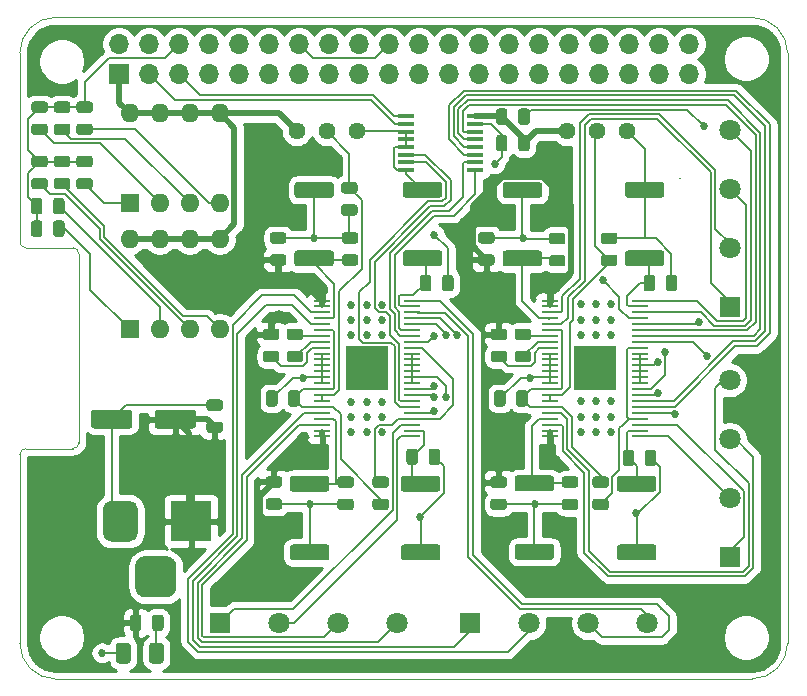
<source format=gtl>
G04 #@! TF.GenerationSoftware,KiCad,Pcbnew,(5.1.6)-1*
G04 #@! TF.CreationDate,2020-10-08T21:16:19-06:00*
G04 #@! TF.ProjectId,raspi-quad-stepper-motor-module,72617370-692d-4717-9561-642d73746570,A*
G04 #@! TF.SameCoordinates,Original*
G04 #@! TF.FileFunction,Copper,L1,Top*
G04 #@! TF.FilePolarity,Positive*
%FSLAX46Y46*%
G04 Gerber Fmt 4.6, Leading zero omitted, Abs format (unit mm)*
G04 Created by KiCad (PCBNEW (5.1.6)-1) date 2020-10-08 21:16:19*
%MOMM*%
%LPD*%
G01*
G04 APERTURE LIST*
G04 #@! TA.AperFunction,Profile*
%ADD10C,0.100000*%
G04 #@! TD*
G04 #@! TA.AperFunction,ComponentPad*
%ADD11C,1.440000*%
G04 #@! TD*
G04 #@! TA.AperFunction,SMDPad,CuDef*
%ADD12R,1.473200X0.279400*%
G04 #@! TD*
G04 #@! TA.AperFunction,SMDPad,CuDef*
%ADD13R,3.657600X3.708400*%
G04 #@! TD*
G04 #@! TA.AperFunction,SMDPad,CuDef*
%ADD14R,1.473200X0.355600*%
G04 #@! TD*
G04 #@! TA.AperFunction,ComponentPad*
%ADD15O,1.600000X1.600000*%
G04 #@! TD*
G04 #@! TA.AperFunction,ComponentPad*
%ADD16R,1.600000X1.600000*%
G04 #@! TD*
G04 #@! TA.AperFunction,ComponentPad*
%ADD17C,1.800000*%
G04 #@! TD*
G04 #@! TA.AperFunction,ComponentPad*
%ADD18R,1.800000X1.800000*%
G04 #@! TD*
G04 #@! TA.AperFunction,ComponentPad*
%ADD19R,3.500000X3.500000*%
G04 #@! TD*
G04 #@! TA.AperFunction,ComponentPad*
%ADD20O,1.700000X1.700000*%
G04 #@! TD*
G04 #@! TA.AperFunction,ComponentPad*
%ADD21R,1.700000X1.700000*%
G04 #@! TD*
G04 #@! TA.AperFunction,ViaPad*
%ADD22C,0.685800*%
G04 #@! TD*
G04 #@! TA.AperFunction,ViaPad*
%ADD23C,1.000000*%
G04 #@! TD*
G04 #@! TA.AperFunction,Conductor*
%ADD24C,0.200000*%
G04 #@! TD*
G04 #@! TA.AperFunction,Conductor*
%ADD25C,0.500000*%
G04 #@! TD*
G04 #@! TA.AperFunction,Conductor*
%ADD26C,0.254000*%
G04 #@! TD*
G04 APERTURE END LIST*
D10*
X105600000Y-93000000D02*
G75*
G03*
X105100000Y-92500000I-500000J0D01*
G01*
X105100000Y-92500000D02*
X101100000Y-92500000D01*
X101099127Y-109500001D02*
G75*
G03*
X100600000Y-110000000I873J-499999D01*
G01*
X105100000Y-109500000D02*
G75*
G03*
X105600000Y-109000000I0J500000D01*
G01*
X100600000Y-92000000D02*
G75*
G03*
X101100000Y-92500000I500000J0D01*
G01*
X100600000Y-76000000D02*
X100600000Y-92000000D01*
X165600000Y-76000000D02*
G75*
G03*
X162600000Y-73000000I-3000000J0D01*
G01*
X162600000Y-129000000D02*
G75*
G03*
X165600000Y-126000000I0J3000000D01*
G01*
X100600000Y-126000000D02*
G75*
G03*
X103600000Y-129000000I3000000J0D01*
G01*
X103600000Y-73000000D02*
G75*
G03*
X100600000Y-76000000I0J-3000000D01*
G01*
X162600000Y-73000000D02*
X103600000Y-73000000D01*
X105100000Y-109500000D02*
X101100000Y-109500000D01*
X105600000Y-93000000D02*
X105600000Y-109000000D01*
X165600000Y-126000000D02*
X165600000Y-76000000D01*
X103600000Y-129000000D02*
X162600000Y-129000000D01*
X100600000Y-110000000D02*
X100600000Y-126000000D01*
D11*
X151992000Y-82632000D03*
X149452000Y-82632000D03*
X146912000Y-82632000D03*
X129132000Y-82632000D03*
X126592000Y-82632000D03*
X124052000Y-82632000D03*
D12*
X145506800Y-96983000D03*
X145506800Y-97465600D03*
X145506800Y-97973600D03*
X145506800Y-98481600D03*
X145506800Y-98964200D03*
X145506800Y-99472200D03*
X145506800Y-99980200D03*
X145506800Y-100462800D03*
X145506800Y-100970800D03*
X145506800Y-101478800D03*
X145506800Y-101961400D03*
X145506800Y-102469400D03*
X145506800Y-102977400D03*
X145506800Y-103485400D03*
X145506800Y-103968000D03*
X145506800Y-104476000D03*
X145506800Y-104984000D03*
X145506800Y-105466600D03*
X145506800Y-105974600D03*
X145506800Y-106482600D03*
X145506800Y-106965200D03*
X145506800Y-107473200D03*
X145506800Y-107981200D03*
X145506800Y-108463800D03*
X153076000Y-108463800D03*
X153076000Y-107981200D03*
X153076000Y-107473200D03*
X153076000Y-106965200D03*
X153076000Y-106482600D03*
X153076000Y-105974600D03*
X153076000Y-105466600D03*
X153076000Y-104984000D03*
X153076000Y-104476000D03*
X153076000Y-103968000D03*
X153076000Y-103485400D03*
X153076000Y-102977400D03*
X153076000Y-102469400D03*
X153076000Y-101961400D03*
X153076000Y-101478800D03*
X153076000Y-100970800D03*
X153076000Y-100462800D03*
X153076000Y-99980200D03*
X153076000Y-99472200D03*
X153076000Y-98964200D03*
X153076000Y-98481600D03*
X153076000Y-97973600D03*
X153076000Y-97465600D03*
X153076000Y-96983000D03*
D13*
X149291400Y-102723400D03*
D12*
X126202800Y-96983000D03*
X126202800Y-97465600D03*
X126202800Y-97973600D03*
X126202800Y-98481600D03*
X126202800Y-98964200D03*
X126202800Y-99472200D03*
X126202800Y-99980200D03*
X126202800Y-100462800D03*
X126202800Y-100970800D03*
X126202800Y-101478800D03*
X126202800Y-101961400D03*
X126202800Y-102469400D03*
X126202800Y-102977400D03*
X126202800Y-103485400D03*
X126202800Y-103968000D03*
X126202800Y-104476000D03*
X126202800Y-104984000D03*
X126202800Y-105466600D03*
X126202800Y-105974600D03*
X126202800Y-106482600D03*
X126202800Y-106965200D03*
X126202800Y-107473200D03*
X126202800Y-107981200D03*
X126202800Y-108463800D03*
X133772000Y-108463800D03*
X133772000Y-107981200D03*
X133772000Y-107473200D03*
X133772000Y-106965200D03*
X133772000Y-106482600D03*
X133772000Y-105974600D03*
X133772000Y-105466600D03*
X133772000Y-104984000D03*
X133772000Y-104476000D03*
X133772000Y-103968000D03*
X133772000Y-103485400D03*
X133772000Y-102977400D03*
X133772000Y-102469400D03*
X133772000Y-101961400D03*
X133772000Y-101478800D03*
X133772000Y-100970800D03*
X133772000Y-100462800D03*
X133772000Y-99980200D03*
X133772000Y-99472200D03*
X133772000Y-98964200D03*
X133772000Y-98481600D03*
X133772000Y-97973600D03*
X133772000Y-97465600D03*
X133772000Y-96983000D03*
D13*
X129987400Y-102723400D03*
D14*
X133323000Y-81362000D03*
X133323000Y-82022400D03*
X133323000Y-82682800D03*
X133323000Y-83317800D03*
X133323000Y-83978200D03*
X133323000Y-84613200D03*
X133323000Y-85273600D03*
X133323000Y-85934000D03*
X139165000Y-85934000D03*
X139165000Y-85273600D03*
X139165000Y-84613200D03*
X139165000Y-83978200D03*
X139165000Y-83317800D03*
X139165000Y-82682800D03*
X139165000Y-82022400D03*
X139165000Y-81362000D03*
D15*
X109896000Y-91776000D03*
X117516000Y-99396000D03*
X112436000Y-91776000D03*
X114976000Y-99396000D03*
X114976000Y-91776000D03*
X112436000Y-99396000D03*
X117516000Y-91776000D03*
D16*
X109896000Y-99396000D03*
D15*
X109896000Y-81108000D03*
X117516000Y-88728000D03*
X112436000Y-81108000D03*
X114976000Y-88728000D03*
X114976000Y-81108000D03*
X112436000Y-88728000D03*
X117516000Y-81108000D03*
D16*
X109896000Y-88728000D03*
G04 #@! TA.AperFunction,SMDPad,CuDef*
G36*
G01*
X150230250Y-112842100D02*
X149317750Y-112842100D01*
G75*
G02*
X149074000Y-112598350I0J243750D01*
G01*
X149074000Y-112110850D01*
G75*
G02*
X149317750Y-111867100I243750J0D01*
G01*
X150230250Y-111867100D01*
G75*
G02*
X150474000Y-112110850I0J-243750D01*
G01*
X150474000Y-112598350D01*
G75*
G02*
X150230250Y-112842100I-243750J0D01*
G01*
G37*
G04 #@! TD.AperFunction*
G04 #@! TA.AperFunction,SMDPad,CuDef*
G36*
G01*
X150230250Y-114717100D02*
X149317750Y-114717100D01*
G75*
G02*
X149074000Y-114473350I0J243750D01*
G01*
X149074000Y-113985850D01*
G75*
G02*
X149317750Y-113742100I243750J0D01*
G01*
X150230250Y-113742100D01*
G75*
G02*
X150474000Y-113985850I0J-243750D01*
G01*
X150474000Y-114473350D01*
G75*
G02*
X150230250Y-114717100I-243750J0D01*
G01*
G37*
G04 #@! TD.AperFunction*
G04 #@! TA.AperFunction,SMDPad,CuDef*
G36*
G01*
X103724750Y-86589500D02*
X104637250Y-86589500D01*
G75*
G02*
X104881000Y-86833250I0J-243750D01*
G01*
X104881000Y-87320750D01*
G75*
G02*
X104637250Y-87564500I-243750J0D01*
G01*
X103724750Y-87564500D01*
G75*
G02*
X103481000Y-87320750I0J243750D01*
G01*
X103481000Y-86833250D01*
G75*
G02*
X103724750Y-86589500I243750J0D01*
G01*
G37*
G04 #@! TD.AperFunction*
G04 #@! TA.AperFunction,SMDPad,CuDef*
G36*
G01*
X103724750Y-84714500D02*
X104637250Y-84714500D01*
G75*
G02*
X104881000Y-84958250I0J-243750D01*
G01*
X104881000Y-85445750D01*
G75*
G02*
X104637250Y-85689500I-243750J0D01*
G01*
X103724750Y-85689500D01*
G75*
G02*
X103481000Y-85445750I0J243750D01*
G01*
X103481000Y-84958250D01*
G75*
G02*
X103724750Y-84714500I243750J0D01*
G01*
G37*
G04 #@! TD.AperFunction*
G04 #@! TA.AperFunction,SMDPad,CuDef*
G36*
G01*
X101819750Y-86589500D02*
X102732250Y-86589500D01*
G75*
G02*
X102976000Y-86833250I0J-243750D01*
G01*
X102976000Y-87320750D01*
G75*
G02*
X102732250Y-87564500I-243750J0D01*
G01*
X101819750Y-87564500D01*
G75*
G02*
X101576000Y-87320750I0J243750D01*
G01*
X101576000Y-86833250D01*
G75*
G02*
X101819750Y-86589500I243750J0D01*
G01*
G37*
G04 #@! TD.AperFunction*
G04 #@! TA.AperFunction,SMDPad,CuDef*
G36*
G01*
X101819750Y-84714500D02*
X102732250Y-84714500D01*
G75*
G02*
X102976000Y-84958250I0J-243750D01*
G01*
X102976000Y-85445750D01*
G75*
G02*
X102732250Y-85689500I-243750J0D01*
G01*
X101819750Y-85689500D01*
G75*
G02*
X101576000Y-85445750I0J243750D01*
G01*
X101576000Y-84958250D01*
G75*
G02*
X101819750Y-84714500I243750J0D01*
G01*
G37*
G04 #@! TD.AperFunction*
G04 #@! TA.AperFunction,SMDPad,CuDef*
G36*
G01*
X103409500Y-89438250D02*
X103409500Y-88525750D01*
G75*
G02*
X103653250Y-88282000I243750J0D01*
G01*
X104140750Y-88282000D01*
G75*
G02*
X104384500Y-88525750I0J-243750D01*
G01*
X104384500Y-89438250D01*
G75*
G02*
X104140750Y-89682000I-243750J0D01*
G01*
X103653250Y-89682000D01*
G75*
G02*
X103409500Y-89438250I0J243750D01*
G01*
G37*
G04 #@! TD.AperFunction*
G04 #@! TA.AperFunction,SMDPad,CuDef*
G36*
G01*
X101534500Y-89438250D02*
X101534500Y-88525750D01*
G75*
G02*
X101778250Y-88282000I243750J0D01*
G01*
X102265750Y-88282000D01*
G75*
G02*
X102509500Y-88525750I0J-243750D01*
G01*
X102509500Y-89438250D01*
G75*
G02*
X102265750Y-89682000I-243750J0D01*
G01*
X101778250Y-89682000D01*
G75*
G02*
X101534500Y-89438250I0J243750D01*
G01*
G37*
G04 #@! TD.AperFunction*
G04 #@! TA.AperFunction,SMDPad,CuDef*
G36*
G01*
X103409500Y-91343250D02*
X103409500Y-90430750D01*
G75*
G02*
X103653250Y-90187000I243750J0D01*
G01*
X104140750Y-90187000D01*
G75*
G02*
X104384500Y-90430750I0J-243750D01*
G01*
X104384500Y-91343250D01*
G75*
G02*
X104140750Y-91587000I-243750J0D01*
G01*
X103653250Y-91587000D01*
G75*
G02*
X103409500Y-91343250I0J243750D01*
G01*
G37*
G04 #@! TD.AperFunction*
G04 #@! TA.AperFunction,SMDPad,CuDef*
G36*
G01*
X101534500Y-91343250D02*
X101534500Y-90430750D01*
G75*
G02*
X101778250Y-90187000I243750J0D01*
G01*
X102265750Y-90187000D01*
G75*
G02*
X102509500Y-90430750I0J-243750D01*
G01*
X102509500Y-91343250D01*
G75*
G02*
X102265750Y-91587000I-243750J0D01*
G01*
X101778250Y-91587000D01*
G75*
G02*
X101534500Y-91343250I0J243750D01*
G01*
G37*
G04 #@! TD.AperFunction*
G04 #@! TA.AperFunction,SMDPad,CuDef*
G36*
G01*
X130699550Y-113737500D02*
X131612050Y-113737500D01*
G75*
G02*
X131855800Y-113981250I0J-243750D01*
G01*
X131855800Y-114468750D01*
G75*
G02*
X131612050Y-114712500I-243750J0D01*
G01*
X130699550Y-114712500D01*
G75*
G02*
X130455800Y-114468750I0J243750D01*
G01*
X130455800Y-113981250D01*
G75*
G02*
X130699550Y-113737500I243750J0D01*
G01*
G37*
G04 #@! TD.AperFunction*
G04 #@! TA.AperFunction,SMDPad,CuDef*
G36*
G01*
X130699550Y-111862500D02*
X131612050Y-111862500D01*
G75*
G02*
X131855800Y-112106250I0J-243750D01*
G01*
X131855800Y-112593750D01*
G75*
G02*
X131612050Y-112837500I-243750J0D01*
G01*
X130699550Y-112837500D01*
G75*
G02*
X130455800Y-112593750I0J243750D01*
G01*
X130455800Y-112106250D01*
G75*
G02*
X130699550Y-111862500I243750J0D01*
G01*
G37*
G04 #@! TD.AperFunction*
G04 #@! TA.AperFunction,SMDPad,CuDef*
G36*
G01*
X105629750Y-81987500D02*
X106542250Y-81987500D01*
G75*
G02*
X106786000Y-82231250I0J-243750D01*
G01*
X106786000Y-82718750D01*
G75*
G02*
X106542250Y-82962500I-243750J0D01*
G01*
X105629750Y-82962500D01*
G75*
G02*
X105386000Y-82718750I0J243750D01*
G01*
X105386000Y-82231250D01*
G75*
G02*
X105629750Y-81987500I243750J0D01*
G01*
G37*
G04 #@! TD.AperFunction*
G04 #@! TA.AperFunction,SMDPad,CuDef*
G36*
G01*
X105629750Y-80112500D02*
X106542250Y-80112500D01*
G75*
G02*
X106786000Y-80356250I0J-243750D01*
G01*
X106786000Y-80843750D01*
G75*
G02*
X106542250Y-81087500I-243750J0D01*
G01*
X105629750Y-81087500D01*
G75*
G02*
X105386000Y-80843750I0J243750D01*
G01*
X105386000Y-80356250D01*
G75*
G02*
X105629750Y-80112500I243750J0D01*
G01*
G37*
G04 #@! TD.AperFunction*
G04 #@! TA.AperFunction,SMDPad,CuDef*
G36*
G01*
X103724750Y-81987500D02*
X104637250Y-81987500D01*
G75*
G02*
X104881000Y-82231250I0J-243750D01*
G01*
X104881000Y-82718750D01*
G75*
G02*
X104637250Y-82962500I-243750J0D01*
G01*
X103724750Y-82962500D01*
G75*
G02*
X103481000Y-82718750I0J243750D01*
G01*
X103481000Y-82231250D01*
G75*
G02*
X103724750Y-81987500I243750J0D01*
G01*
G37*
G04 #@! TD.AperFunction*
G04 #@! TA.AperFunction,SMDPad,CuDef*
G36*
G01*
X103724750Y-80112500D02*
X104637250Y-80112500D01*
G75*
G02*
X104881000Y-80356250I0J-243750D01*
G01*
X104881000Y-80843750D01*
G75*
G02*
X104637250Y-81087500I-243750J0D01*
G01*
X103724750Y-81087500D01*
G75*
G02*
X103481000Y-80843750I0J243750D01*
G01*
X103481000Y-80356250D01*
G75*
G02*
X103724750Y-80112500I243750J0D01*
G01*
G37*
G04 #@! TD.AperFunction*
G04 #@! TA.AperFunction,SMDPad,CuDef*
G36*
G01*
X101819750Y-81987500D02*
X102732250Y-81987500D01*
G75*
G02*
X102976000Y-82231250I0J-243750D01*
G01*
X102976000Y-82718750D01*
G75*
G02*
X102732250Y-82962500I-243750J0D01*
G01*
X101819750Y-82962500D01*
G75*
G02*
X101576000Y-82718750I0J243750D01*
G01*
X101576000Y-82231250D01*
G75*
G02*
X101819750Y-81987500I243750J0D01*
G01*
G37*
G04 #@! TD.AperFunction*
G04 #@! TA.AperFunction,SMDPad,CuDef*
G36*
G01*
X101819750Y-80112500D02*
X102732250Y-80112500D01*
G75*
G02*
X102976000Y-80356250I0J-243750D01*
G01*
X102976000Y-80843750D01*
G75*
G02*
X102732250Y-81087500I-243750J0D01*
G01*
X101819750Y-81087500D01*
G75*
G02*
X101576000Y-80843750I0J243750D01*
G01*
X101576000Y-80356250D01*
G75*
G02*
X101819750Y-80112500I243750J0D01*
G01*
G37*
G04 #@! TD.AperFunction*
G04 #@! TA.AperFunction,SMDPad,CuDef*
G36*
G01*
X105629750Y-86589500D02*
X106542250Y-86589500D01*
G75*
G02*
X106786000Y-86833250I0J-243750D01*
G01*
X106786000Y-87320750D01*
G75*
G02*
X106542250Y-87564500I-243750J0D01*
G01*
X105629750Y-87564500D01*
G75*
G02*
X105386000Y-87320750I0J243750D01*
G01*
X105386000Y-86833250D01*
G75*
G02*
X105629750Y-86589500I243750J0D01*
G01*
G37*
G04 #@! TD.AperFunction*
G04 #@! TA.AperFunction,SMDPad,CuDef*
G36*
G01*
X105629750Y-84714500D02*
X106542250Y-84714500D01*
G75*
G02*
X106786000Y-84958250I0J-243750D01*
G01*
X106786000Y-85445750D01*
G75*
G02*
X106542250Y-85689500I-243750J0D01*
G01*
X105629750Y-85689500D01*
G75*
G02*
X105386000Y-85445750I0J243750D01*
G01*
X105386000Y-84958250D01*
G75*
G02*
X105629750Y-84714500I243750J0D01*
G01*
G37*
G04 #@! TD.AperFunction*
G04 #@! TA.AperFunction,SMDPad,CuDef*
G36*
G01*
X110896100Y-123806350D02*
X110896100Y-124718850D01*
G75*
G02*
X110652350Y-124962600I-243750J0D01*
G01*
X110164850Y-124962600D01*
G75*
G02*
X109921100Y-124718850I0J243750D01*
G01*
X109921100Y-123806350D01*
G75*
G02*
X110164850Y-123562600I243750J0D01*
G01*
X110652350Y-123562600D01*
G75*
G02*
X110896100Y-123806350I0J-243750D01*
G01*
G37*
G04 #@! TD.AperFunction*
G04 #@! TA.AperFunction,SMDPad,CuDef*
G36*
G01*
X112771100Y-123806350D02*
X112771100Y-124718850D01*
G75*
G02*
X112527350Y-124962600I-243750J0D01*
G01*
X112039850Y-124962600D01*
G75*
G02*
X111796100Y-124718850I0J243750D01*
G01*
X111796100Y-123806350D01*
G75*
G02*
X112039850Y-123562600I243750J0D01*
G01*
X112527350Y-123562600D01*
G75*
G02*
X112771100Y-123806350I0J-243750D01*
G01*
G37*
G04 #@! TD.AperFunction*
G04 #@! TA.AperFunction,SMDPad,CuDef*
G36*
G01*
X141890000Y-83191750D02*
X141890000Y-84104250D01*
G75*
G02*
X141646250Y-84348000I-243750J0D01*
G01*
X141158750Y-84348000D01*
G75*
G02*
X140915000Y-84104250I0J243750D01*
G01*
X140915000Y-83191750D01*
G75*
G02*
X141158750Y-82948000I243750J0D01*
G01*
X141646250Y-82948000D01*
G75*
G02*
X141890000Y-83191750I0J-243750D01*
G01*
G37*
G04 #@! TD.AperFunction*
G04 #@! TA.AperFunction,SMDPad,CuDef*
G36*
G01*
X143765000Y-83191750D02*
X143765000Y-84104250D01*
G75*
G02*
X143521250Y-84348000I-243750J0D01*
G01*
X143033750Y-84348000D01*
G75*
G02*
X142790000Y-84104250I0J243750D01*
G01*
X142790000Y-83191750D01*
G75*
G02*
X143033750Y-82948000I243750J0D01*
G01*
X143521250Y-82948000D01*
G75*
G02*
X143765000Y-83191750I0J-243750D01*
G01*
G37*
G04 #@! TD.AperFunction*
D17*
X160696000Y-103714000D03*
X160696000Y-108714000D03*
X160696000Y-113714000D03*
D18*
X160696000Y-118714000D03*
D17*
X160696000Y-82505000D03*
X160696000Y-87505000D03*
X160696000Y-92505000D03*
D18*
X160696000Y-97505000D03*
D17*
X132516000Y-124288000D03*
X127516000Y-124288000D03*
X122516000Y-124288000D03*
D18*
X117516000Y-124288000D03*
D17*
X153725000Y-124288000D03*
X148725000Y-124288000D03*
X143725000Y-124288000D03*
D18*
X138725000Y-124288000D03*
G04 #@! TA.AperFunction,ComponentPad*
G36*
G01*
X110353000Y-121227000D02*
X110353000Y-119477000D01*
G75*
G02*
X111228000Y-118602000I875000J0D01*
G01*
X112978000Y-118602000D01*
G75*
G02*
X113853000Y-119477000I0J-875000D01*
G01*
X113853000Y-121227000D01*
G75*
G02*
X112978000Y-122102000I-875000J0D01*
G01*
X111228000Y-122102000D01*
G75*
G02*
X110353000Y-121227000I0J875000D01*
G01*
G37*
G04 #@! TD.AperFunction*
G04 #@! TA.AperFunction,ComponentPad*
G36*
G01*
X107603000Y-116652000D02*
X107603000Y-114652000D01*
G75*
G02*
X108353000Y-113902000I750000J0D01*
G01*
X109853000Y-113902000D01*
G75*
G02*
X110603000Y-114652000I0J-750000D01*
G01*
X110603000Y-116652000D01*
G75*
G02*
X109853000Y-117402000I-750000J0D01*
G01*
X108353000Y-117402000D01*
G75*
G02*
X107603000Y-116652000I0J750000D01*
G01*
G37*
G04 #@! TD.AperFunction*
D19*
X115103000Y-115652000D03*
D20*
X157260000Y-75244800D03*
X157260000Y-77784800D03*
X154720000Y-75244800D03*
X154720000Y-77784800D03*
X152180000Y-75244800D03*
X152180000Y-77784800D03*
X149640000Y-75244800D03*
X149640000Y-77784800D03*
X147100000Y-75244800D03*
X147100000Y-77784800D03*
X144560000Y-75244800D03*
X144560000Y-77784800D03*
X142020000Y-75244800D03*
X142020000Y-77784800D03*
X139480000Y-75244800D03*
X139480000Y-77784800D03*
X136940000Y-75244800D03*
X136940000Y-77784800D03*
X134400000Y-75244800D03*
X134400000Y-77784800D03*
X131860000Y-75244800D03*
X131860000Y-77784800D03*
X129320000Y-75244800D03*
X129320000Y-77784800D03*
X126780000Y-75244800D03*
X126780000Y-77784800D03*
X124240000Y-75244800D03*
X124240000Y-77784800D03*
X121700000Y-75244800D03*
X121700000Y-77784800D03*
X119160000Y-75244800D03*
X119160000Y-77784800D03*
X116620000Y-75244800D03*
X116620000Y-77784800D03*
X114080000Y-75244800D03*
X114080000Y-77784800D03*
X111540000Y-75244800D03*
X111540000Y-77784800D03*
X109000000Y-75244800D03*
D21*
X109000000Y-77784800D03*
G04 #@! TA.AperFunction,SMDPad,CuDef*
G36*
G01*
X111537600Y-127453000D02*
X111537600Y-126203000D01*
G75*
G02*
X111787600Y-125953000I250000J0D01*
G01*
X112537600Y-125953000D01*
G75*
G02*
X112787600Y-126203000I0J-250000D01*
G01*
X112787600Y-127453000D01*
G75*
G02*
X112537600Y-127703000I-250000J0D01*
G01*
X111787600Y-127703000D01*
G75*
G02*
X111537600Y-127453000I0J250000D01*
G01*
G37*
G04 #@! TD.AperFunction*
G04 #@! TA.AperFunction,SMDPad,CuDef*
G36*
G01*
X108737600Y-127453000D02*
X108737600Y-126203000D01*
G75*
G02*
X108987600Y-125953000I250000J0D01*
G01*
X109737600Y-125953000D01*
G75*
G02*
X109987600Y-126203000I0J-250000D01*
G01*
X109987600Y-127453000D01*
G75*
G02*
X109737600Y-127703000I-250000J0D01*
G01*
X108987600Y-127703000D01*
G75*
G02*
X108737600Y-127453000I0J250000D01*
G01*
G37*
G04 #@! TD.AperFunction*
G04 #@! TA.AperFunction,SMDPad,CuDef*
G36*
G01*
X142739150Y-101219900D02*
X143651650Y-101219900D01*
G75*
G02*
X143895400Y-101463650I0J-243750D01*
G01*
X143895400Y-101951150D01*
G75*
G02*
X143651650Y-102194900I-243750J0D01*
G01*
X142739150Y-102194900D01*
G75*
G02*
X142495400Y-101951150I0J243750D01*
G01*
X142495400Y-101463650D01*
G75*
G02*
X142739150Y-101219900I243750J0D01*
G01*
G37*
G04 #@! TD.AperFunction*
G04 #@! TA.AperFunction,SMDPad,CuDef*
G36*
G01*
X142739150Y-99344900D02*
X143651650Y-99344900D01*
G75*
G02*
X143895400Y-99588650I0J-243750D01*
G01*
X143895400Y-100076150D01*
G75*
G02*
X143651650Y-100319900I-243750J0D01*
G01*
X142739150Y-100319900D01*
G75*
G02*
X142495400Y-100076150I0J243750D01*
G01*
X142495400Y-99588650D01*
G75*
G02*
X142739150Y-99344900I243750J0D01*
G01*
G37*
G04 #@! TD.AperFunction*
G04 #@! TA.AperFunction,SMDPad,CuDef*
G36*
G01*
X141729400Y-104807150D02*
X141729400Y-105719650D01*
G75*
G02*
X141485650Y-105963400I-243750J0D01*
G01*
X140998150Y-105963400D01*
G75*
G02*
X140754400Y-105719650I0J243750D01*
G01*
X140754400Y-104807150D01*
G75*
G02*
X140998150Y-104563400I243750J0D01*
G01*
X141485650Y-104563400D01*
G75*
G02*
X141729400Y-104807150I0J-243750D01*
G01*
G37*
G04 #@! TD.AperFunction*
G04 #@! TA.AperFunction,SMDPad,CuDef*
G36*
G01*
X143604400Y-104807150D02*
X143604400Y-105719650D01*
G75*
G02*
X143360650Y-105963400I-243750J0D01*
G01*
X142873150Y-105963400D01*
G75*
G02*
X142629400Y-105719650I0J243750D01*
G01*
X142629400Y-104807150D01*
G75*
G02*
X142873150Y-104563400I243750J0D01*
G01*
X143360650Y-104563400D01*
G75*
G02*
X143604400Y-104807150I0J-243750D01*
G01*
G37*
G04 #@! TD.AperFunction*
G04 #@! TA.AperFunction,SMDPad,CuDef*
G36*
G01*
X123435150Y-101219900D02*
X124347650Y-101219900D01*
G75*
G02*
X124591400Y-101463650I0J-243750D01*
G01*
X124591400Y-101951150D01*
G75*
G02*
X124347650Y-102194900I-243750J0D01*
G01*
X123435150Y-102194900D01*
G75*
G02*
X123191400Y-101951150I0J243750D01*
G01*
X123191400Y-101463650D01*
G75*
G02*
X123435150Y-101219900I243750J0D01*
G01*
G37*
G04 #@! TD.AperFunction*
G04 #@! TA.AperFunction,SMDPad,CuDef*
G36*
G01*
X123435150Y-99344900D02*
X124347650Y-99344900D01*
G75*
G02*
X124591400Y-99588650I0J-243750D01*
G01*
X124591400Y-100076150D01*
G75*
G02*
X124347650Y-100319900I-243750J0D01*
G01*
X123435150Y-100319900D01*
G75*
G02*
X123191400Y-100076150I0J243750D01*
G01*
X123191400Y-99588650D01*
G75*
G02*
X123435150Y-99344900I243750J0D01*
G01*
G37*
G04 #@! TD.AperFunction*
G04 #@! TA.AperFunction,SMDPad,CuDef*
G36*
G01*
X122423100Y-104807150D02*
X122423100Y-105719650D01*
G75*
G02*
X122179350Y-105963400I-243750J0D01*
G01*
X121691850Y-105963400D01*
G75*
G02*
X121448100Y-105719650I0J243750D01*
G01*
X121448100Y-104807150D01*
G75*
G02*
X121691850Y-104563400I243750J0D01*
G01*
X122179350Y-104563400D01*
G75*
G02*
X122423100Y-104807150I0J-243750D01*
G01*
G37*
G04 #@! TD.AperFunction*
G04 #@! TA.AperFunction,SMDPad,CuDef*
G36*
G01*
X124298100Y-104807150D02*
X124298100Y-105719650D01*
G75*
G02*
X124054350Y-105963400I-243750J0D01*
G01*
X123566850Y-105963400D01*
G75*
G02*
X123323100Y-105719650I0J243750D01*
G01*
X123323100Y-104807150D01*
G75*
G02*
X123566850Y-104563400I243750J0D01*
G01*
X124054350Y-104563400D01*
G75*
G02*
X124298100Y-104807150I0J-243750D01*
G01*
G37*
G04 #@! TD.AperFunction*
G04 #@! TA.AperFunction,SMDPad,CuDef*
G36*
G01*
X117556250Y-106312500D02*
X116643750Y-106312500D01*
G75*
G02*
X116400000Y-106068750I0J243750D01*
G01*
X116400000Y-105581250D01*
G75*
G02*
X116643750Y-105337500I243750J0D01*
G01*
X117556250Y-105337500D01*
G75*
G02*
X117800000Y-105581250I0J-243750D01*
G01*
X117800000Y-106068750D01*
G75*
G02*
X117556250Y-106312500I-243750J0D01*
G01*
G37*
G04 #@! TD.AperFunction*
G04 #@! TA.AperFunction,SMDPad,CuDef*
G36*
G01*
X117556250Y-108187500D02*
X116643750Y-108187500D01*
G75*
G02*
X116400000Y-107943750I0J243750D01*
G01*
X116400000Y-107456250D01*
G75*
G02*
X116643750Y-107212500I243750J0D01*
G01*
X117556250Y-107212500D01*
G75*
G02*
X117800000Y-107456250I0J-243750D01*
G01*
X117800000Y-107943750D01*
G75*
G02*
X117556250Y-108187500I-243750J0D01*
G01*
G37*
G04 #@! TD.AperFunction*
G04 #@! TA.AperFunction,SMDPad,CuDef*
G36*
G01*
X110122000Y-106466000D02*
X110122000Y-107566000D01*
G75*
G02*
X109872000Y-107816000I-250000J0D01*
G01*
X106872000Y-107816000D01*
G75*
G02*
X106622000Y-107566000I0J250000D01*
G01*
X106622000Y-106466000D01*
G75*
G02*
X106872000Y-106216000I250000J0D01*
G01*
X109872000Y-106216000D01*
G75*
G02*
X110122000Y-106466000I0J-250000D01*
G01*
G37*
G04 #@! TD.AperFunction*
G04 #@! TA.AperFunction,SMDPad,CuDef*
G36*
G01*
X115522000Y-106466000D02*
X115522000Y-107566000D01*
G75*
G02*
X115272000Y-107816000I-250000J0D01*
G01*
X112272000Y-107816000D01*
G75*
G02*
X112022000Y-107566000I0J250000D01*
G01*
X112022000Y-106466000D01*
G75*
G02*
X112272000Y-106216000I250000J0D01*
G01*
X115272000Y-106216000D01*
G75*
G02*
X115522000Y-106466000I0J-250000D01*
G01*
G37*
G04 #@! TD.AperFunction*
G04 #@! TA.AperFunction,SMDPad,CuDef*
G36*
G01*
X144573001Y-88283000D02*
X141722999Y-88283000D01*
G75*
G02*
X141473000Y-88033001I0J249999D01*
G01*
X141473000Y-87182999D01*
G75*
G02*
X141722999Y-86933000I249999J0D01*
G01*
X144573001Y-86933000D01*
G75*
G02*
X144823000Y-87182999I0J-249999D01*
G01*
X144823000Y-88033001D01*
G75*
G02*
X144573001Y-88283000I-249999J0D01*
G01*
G37*
G04 #@! TD.AperFunction*
G04 #@! TA.AperFunction,SMDPad,CuDef*
G36*
G01*
X144573001Y-94083000D02*
X141722999Y-94083000D01*
G75*
G02*
X141473000Y-93833001I0J249999D01*
G01*
X141473000Y-92982999D01*
G75*
G02*
X141722999Y-92733000I249999J0D01*
G01*
X144573001Y-92733000D01*
G75*
G02*
X144823000Y-92982999I0J-249999D01*
G01*
X144823000Y-93833001D01*
G75*
G02*
X144573001Y-94083000I-249999J0D01*
G01*
G37*
G04 #@! TD.AperFunction*
G04 #@! TA.AperFunction,SMDPad,CuDef*
G36*
G01*
X128043750Y-88812500D02*
X128956250Y-88812500D01*
G75*
G02*
X129200000Y-89056250I0J-243750D01*
G01*
X129200000Y-89543750D01*
G75*
G02*
X128956250Y-89787500I-243750J0D01*
G01*
X128043750Y-89787500D01*
G75*
G02*
X127800000Y-89543750I0J243750D01*
G01*
X127800000Y-89056250D01*
G75*
G02*
X128043750Y-88812500I243750J0D01*
G01*
G37*
G04 #@! TD.AperFunction*
G04 #@! TA.AperFunction,SMDPad,CuDef*
G36*
G01*
X128043750Y-86937500D02*
X128956250Y-86937500D01*
G75*
G02*
X129200000Y-87181250I0J-243750D01*
G01*
X129200000Y-87668750D01*
G75*
G02*
X128956250Y-87912500I-243750J0D01*
G01*
X128043750Y-87912500D01*
G75*
G02*
X127800000Y-87668750I0J243750D01*
G01*
X127800000Y-87181250D01*
G75*
G02*
X128043750Y-86937500I243750J0D01*
G01*
G37*
G04 #@! TD.AperFunction*
G04 #@! TA.AperFunction,SMDPad,CuDef*
G36*
G01*
X151396999Y-117618600D02*
X154247001Y-117618600D01*
G75*
G02*
X154497000Y-117868599I0J-249999D01*
G01*
X154497000Y-118718601D01*
G75*
G02*
X154247001Y-118968600I-249999J0D01*
G01*
X151396999Y-118968600D01*
G75*
G02*
X151147000Y-118718601I0J249999D01*
G01*
X151147000Y-117868599D01*
G75*
G02*
X151396999Y-117618600I249999J0D01*
G01*
G37*
G04 #@! TD.AperFunction*
G04 #@! TA.AperFunction,SMDPad,CuDef*
G36*
G01*
X151396999Y-111818600D02*
X154247001Y-111818600D01*
G75*
G02*
X154497000Y-112068599I0J-249999D01*
G01*
X154497000Y-112918601D01*
G75*
G02*
X154247001Y-113168600I-249999J0D01*
G01*
X151396999Y-113168600D01*
G75*
G02*
X151147000Y-112918601I0J249999D01*
G01*
X151147000Y-112068599D01*
G75*
G02*
X151396999Y-111818600I249999J0D01*
G01*
G37*
G04 #@! TD.AperFunction*
G04 #@! TA.AperFunction,SMDPad,CuDef*
G36*
G01*
X140681750Y-113737500D02*
X141594250Y-113737500D01*
G75*
G02*
X141838000Y-113981250I0J-243750D01*
G01*
X141838000Y-114468750D01*
G75*
G02*
X141594250Y-114712500I-243750J0D01*
G01*
X140681750Y-114712500D01*
G75*
G02*
X140438000Y-114468750I0J243750D01*
G01*
X140438000Y-113981250D01*
G75*
G02*
X140681750Y-113737500I243750J0D01*
G01*
G37*
G04 #@! TD.AperFunction*
G04 #@! TA.AperFunction,SMDPad,CuDef*
G36*
G01*
X140681750Y-111862500D02*
X141594250Y-111862500D01*
G75*
G02*
X141838000Y-112106250I0J-243750D01*
G01*
X141838000Y-112593750D01*
G75*
G02*
X141594250Y-112837500I-243750J0D01*
G01*
X140681750Y-112837500D01*
G75*
G02*
X140438000Y-112593750I0J243750D01*
G01*
X140438000Y-112106250D01*
G75*
G02*
X140681750Y-111862500I243750J0D01*
G01*
G37*
G04 #@! TD.AperFunction*
G04 #@! TA.AperFunction,SMDPad,CuDef*
G36*
G01*
X142735599Y-117576600D02*
X145585601Y-117576600D01*
G75*
G02*
X145835600Y-117826599I0J-249999D01*
G01*
X145835600Y-118676601D01*
G75*
G02*
X145585601Y-118926600I-249999J0D01*
G01*
X142735599Y-118926600D01*
G75*
G02*
X142485600Y-118676601I0J249999D01*
G01*
X142485600Y-117826599D01*
G75*
G02*
X142735599Y-117576600I249999J0D01*
G01*
G37*
G04 #@! TD.AperFunction*
G04 #@! TA.AperFunction,SMDPad,CuDef*
G36*
G01*
X142735599Y-111776600D02*
X145585601Y-111776600D01*
G75*
G02*
X145835600Y-112026599I0J-249999D01*
G01*
X145835600Y-112876601D01*
G75*
G02*
X145585601Y-113126600I-249999J0D01*
G01*
X142735599Y-113126600D01*
G75*
G02*
X142485600Y-112876601I0J249999D01*
G01*
X142485600Y-112026599D01*
G75*
G02*
X142735599Y-111776600I249999J0D01*
G01*
G37*
G04 #@! TD.AperFunction*
G04 #@! TA.AperFunction,SMDPad,CuDef*
G36*
G01*
X154925001Y-88275000D02*
X152074999Y-88275000D01*
G75*
G02*
X151825000Y-88025001I0J249999D01*
G01*
X151825000Y-87174999D01*
G75*
G02*
X152074999Y-86925000I249999J0D01*
G01*
X154925001Y-86925000D01*
G75*
G02*
X155175000Y-87174999I0J-249999D01*
G01*
X155175000Y-88025001D01*
G75*
G02*
X154925001Y-88275000I-249999J0D01*
G01*
G37*
G04 #@! TD.AperFunction*
G04 #@! TA.AperFunction,SMDPad,CuDef*
G36*
G01*
X154925001Y-94075000D02*
X152074999Y-94075000D01*
G75*
G02*
X151825000Y-93825001I0J249999D01*
G01*
X151825000Y-92974999D01*
G75*
G02*
X152074999Y-92725000I249999J0D01*
G01*
X154925001Y-92725000D01*
G75*
G02*
X155175000Y-92974999I0J-249999D01*
G01*
X155175000Y-93825001D01*
G75*
G02*
X154925001Y-94075000I-249999J0D01*
G01*
G37*
G04 #@! TD.AperFunction*
G04 #@! TA.AperFunction,SMDPad,CuDef*
G36*
G01*
X123710999Y-117618600D02*
X126561001Y-117618600D01*
G75*
G02*
X126811000Y-117868599I0J-249999D01*
G01*
X126811000Y-118718601D01*
G75*
G02*
X126561001Y-118968600I-249999J0D01*
G01*
X123710999Y-118968600D01*
G75*
G02*
X123461000Y-118718601I0J249999D01*
G01*
X123461000Y-117868599D01*
G75*
G02*
X123710999Y-117618600I249999J0D01*
G01*
G37*
G04 #@! TD.AperFunction*
G04 #@! TA.AperFunction,SMDPad,CuDef*
G36*
G01*
X123710999Y-111818600D02*
X126561001Y-111818600D01*
G75*
G02*
X126811000Y-112068599I0J-249999D01*
G01*
X126811000Y-112918601D01*
G75*
G02*
X126561001Y-113168600I-249999J0D01*
G01*
X123710999Y-113168600D01*
G75*
G02*
X123461000Y-112918601I0J249999D01*
G01*
X123461000Y-112068599D01*
G75*
G02*
X123710999Y-111818600I249999J0D01*
G01*
G37*
G04 #@! TD.AperFunction*
G04 #@! TA.AperFunction,SMDPad,CuDef*
G36*
G01*
X133108999Y-117618600D02*
X135959001Y-117618600D01*
G75*
G02*
X136209000Y-117868599I0J-249999D01*
G01*
X136209000Y-118718601D01*
G75*
G02*
X135959001Y-118968600I-249999J0D01*
G01*
X133108999Y-118968600D01*
G75*
G02*
X132859000Y-118718601I0J249999D01*
G01*
X132859000Y-117868599D01*
G75*
G02*
X133108999Y-117618600I249999J0D01*
G01*
G37*
G04 #@! TD.AperFunction*
G04 #@! TA.AperFunction,SMDPad,CuDef*
G36*
G01*
X133108999Y-111818600D02*
X135959001Y-111818600D01*
G75*
G02*
X136209000Y-112068599I0J-249999D01*
G01*
X136209000Y-112918601D01*
G75*
G02*
X135959001Y-113168600I-249999J0D01*
G01*
X133108999Y-113168600D01*
G75*
G02*
X132859000Y-112918601I0J249999D01*
G01*
X132859000Y-112068599D01*
G75*
G02*
X133108999Y-111818600I249999J0D01*
G01*
G37*
G04 #@! TD.AperFunction*
G04 #@! TA.AperFunction,SMDPad,CuDef*
G36*
G01*
X136125001Y-88275000D02*
X133274999Y-88275000D01*
G75*
G02*
X133025000Y-88025001I0J249999D01*
G01*
X133025000Y-87174999D01*
G75*
G02*
X133274999Y-86925000I249999J0D01*
G01*
X136125001Y-86925000D01*
G75*
G02*
X136375000Y-87174999I0J-249999D01*
G01*
X136375000Y-88025001D01*
G75*
G02*
X136125001Y-88275000I-249999J0D01*
G01*
G37*
G04 #@! TD.AperFunction*
G04 #@! TA.AperFunction,SMDPad,CuDef*
G36*
G01*
X136125001Y-94075000D02*
X133274999Y-94075000D01*
G75*
G02*
X133025000Y-93825001I0J249999D01*
G01*
X133025000Y-92974999D01*
G75*
G02*
X133274999Y-92725000I249999J0D01*
G01*
X136125001Y-92725000D01*
G75*
G02*
X136375000Y-92974999I0J-249999D01*
G01*
X136375000Y-93825001D01*
G75*
G02*
X136125001Y-94075000I-249999J0D01*
G01*
G37*
G04 #@! TD.AperFunction*
G04 #@! TA.AperFunction,SMDPad,CuDef*
G36*
G01*
X126942001Y-88283000D02*
X124091999Y-88283000D01*
G75*
G02*
X123842000Y-88033001I0J249999D01*
G01*
X123842000Y-87182999D01*
G75*
G02*
X124091999Y-86933000I249999J0D01*
G01*
X126942001Y-86933000D01*
G75*
G02*
X127192000Y-87182999I0J-249999D01*
G01*
X127192000Y-88033001D01*
G75*
G02*
X126942001Y-88283000I-249999J0D01*
G01*
G37*
G04 #@! TD.AperFunction*
G04 #@! TA.AperFunction,SMDPad,CuDef*
G36*
G01*
X126942001Y-94083000D02*
X124091999Y-94083000D01*
G75*
G02*
X123842000Y-93833001I0J249999D01*
G01*
X123842000Y-92982999D01*
G75*
G02*
X124091999Y-92733000I249999J0D01*
G01*
X126942001Y-92733000D01*
G75*
G02*
X127192000Y-92982999I0J-249999D01*
G01*
X127192000Y-93833001D01*
G75*
G02*
X126942001Y-94083000I-249999J0D01*
G01*
G37*
G04 #@! TD.AperFunction*
G04 #@! TA.AperFunction,SMDPad,CuDef*
G36*
G01*
X140707150Y-101219900D02*
X141619650Y-101219900D01*
G75*
G02*
X141863400Y-101463650I0J-243750D01*
G01*
X141863400Y-101951150D01*
G75*
G02*
X141619650Y-102194900I-243750J0D01*
G01*
X140707150Y-102194900D01*
G75*
G02*
X140463400Y-101951150I0J243750D01*
G01*
X140463400Y-101463650D01*
G75*
G02*
X140707150Y-101219900I243750J0D01*
G01*
G37*
G04 #@! TD.AperFunction*
G04 #@! TA.AperFunction,SMDPad,CuDef*
G36*
G01*
X140707150Y-99344900D02*
X141619650Y-99344900D01*
G75*
G02*
X141863400Y-99588650I0J-243750D01*
G01*
X141863400Y-100076150D01*
G75*
G02*
X141619650Y-100319900I-243750J0D01*
G01*
X140707150Y-100319900D01*
G75*
G02*
X140463400Y-100076150I0J243750D01*
G01*
X140463400Y-99588650D01*
G75*
G02*
X140707150Y-99344900I243750J0D01*
G01*
G37*
G04 #@! TD.AperFunction*
G04 #@! TA.AperFunction,SMDPad,CuDef*
G36*
G01*
X140556250Y-92150000D02*
X139643750Y-92150000D01*
G75*
G02*
X139400000Y-91906250I0J243750D01*
G01*
X139400000Y-91418750D01*
G75*
G02*
X139643750Y-91175000I243750J0D01*
G01*
X140556250Y-91175000D01*
G75*
G02*
X140800000Y-91418750I0J-243750D01*
G01*
X140800000Y-91906250D01*
G75*
G02*
X140556250Y-92150000I-243750J0D01*
G01*
G37*
G04 #@! TD.AperFunction*
G04 #@! TA.AperFunction,SMDPad,CuDef*
G36*
G01*
X140556250Y-94025000D02*
X139643750Y-94025000D01*
G75*
G02*
X139400000Y-93781250I0J243750D01*
G01*
X139400000Y-93293750D01*
G75*
G02*
X139643750Y-93050000I243750J0D01*
G01*
X140556250Y-93050000D01*
G75*
G02*
X140800000Y-93293750I0J-243750D01*
G01*
X140800000Y-93781250D01*
G75*
G02*
X140556250Y-94025000I-243750J0D01*
G01*
G37*
G04 #@! TD.AperFunction*
G04 #@! TA.AperFunction,SMDPad,CuDef*
G36*
G01*
X146726950Y-113737500D02*
X147639450Y-113737500D01*
G75*
G02*
X147883200Y-113981250I0J-243750D01*
G01*
X147883200Y-114468750D01*
G75*
G02*
X147639450Y-114712500I-243750J0D01*
G01*
X146726950Y-114712500D01*
G75*
G02*
X146483200Y-114468750I0J243750D01*
G01*
X146483200Y-113981250D01*
G75*
G02*
X146726950Y-113737500I243750J0D01*
G01*
G37*
G04 #@! TD.AperFunction*
G04 #@! TA.AperFunction,SMDPad,CuDef*
G36*
G01*
X146726950Y-111862500D02*
X147639450Y-111862500D01*
G75*
G02*
X147883200Y-112106250I0J-243750D01*
G01*
X147883200Y-112593750D01*
G75*
G02*
X147639450Y-112837500I-243750J0D01*
G01*
X146726950Y-112837500D01*
G75*
G02*
X146483200Y-112593750I0J243750D01*
G01*
X146483200Y-112106250D01*
G75*
G02*
X146726950Y-111862500I243750J0D01*
G01*
G37*
G04 #@! TD.AperFunction*
G04 #@! TA.AperFunction,SMDPad,CuDef*
G36*
G01*
X153512500Y-110756250D02*
X153512500Y-109843750D01*
G75*
G02*
X153756250Y-109600000I243750J0D01*
G01*
X154243750Y-109600000D01*
G75*
G02*
X154487500Y-109843750I0J-243750D01*
G01*
X154487500Y-110756250D01*
G75*
G02*
X154243750Y-111000000I-243750J0D01*
G01*
X153756250Y-111000000D01*
G75*
G02*
X153512500Y-110756250I0J243750D01*
G01*
G37*
G04 #@! TD.AperFunction*
G04 #@! TA.AperFunction,SMDPad,CuDef*
G36*
G01*
X151637500Y-110756250D02*
X151637500Y-109843750D01*
G75*
G02*
X151881250Y-109600000I243750J0D01*
G01*
X152368750Y-109600000D01*
G75*
G02*
X152612500Y-109843750I0J-243750D01*
G01*
X152612500Y-110756250D01*
G75*
G02*
X152368750Y-111000000I-243750J0D01*
G01*
X151881250Y-111000000D01*
G75*
G02*
X151637500Y-110756250I0J243750D01*
G01*
G37*
G04 #@! TD.AperFunction*
G04 #@! TA.AperFunction,SMDPad,CuDef*
G36*
G01*
X155287500Y-95956250D02*
X155287500Y-95043750D01*
G75*
G02*
X155531250Y-94800000I243750J0D01*
G01*
X156018750Y-94800000D01*
G75*
G02*
X156262500Y-95043750I0J-243750D01*
G01*
X156262500Y-95956250D01*
G75*
G02*
X156018750Y-96200000I-243750J0D01*
G01*
X155531250Y-96200000D01*
G75*
G02*
X155287500Y-95956250I0J243750D01*
G01*
G37*
G04 #@! TD.AperFunction*
G04 #@! TA.AperFunction,SMDPad,CuDef*
G36*
G01*
X153412500Y-95956250D02*
X153412500Y-95043750D01*
G75*
G02*
X153656250Y-94800000I243750J0D01*
G01*
X154143750Y-94800000D01*
G75*
G02*
X154387500Y-95043750I0J-243750D01*
G01*
X154387500Y-95956250D01*
G75*
G02*
X154143750Y-96200000I-243750J0D01*
G01*
X153656250Y-96200000D01*
G75*
G02*
X153412500Y-95956250I0J243750D01*
G01*
G37*
G04 #@! TD.AperFunction*
G04 #@! TA.AperFunction,SMDPad,CuDef*
G36*
G01*
X150956250Y-92187500D02*
X150043750Y-92187500D01*
G75*
G02*
X149800000Y-91943750I0J243750D01*
G01*
X149800000Y-91456250D01*
G75*
G02*
X150043750Y-91212500I243750J0D01*
G01*
X150956250Y-91212500D01*
G75*
G02*
X151200000Y-91456250I0J-243750D01*
G01*
X151200000Y-91943750D01*
G75*
G02*
X150956250Y-92187500I-243750J0D01*
G01*
G37*
G04 #@! TD.AperFunction*
G04 #@! TA.AperFunction,SMDPad,CuDef*
G36*
G01*
X150956250Y-94062500D02*
X150043750Y-94062500D01*
G75*
G02*
X149800000Y-93818750I0J243750D01*
G01*
X149800000Y-93331250D01*
G75*
G02*
X150043750Y-93087500I243750J0D01*
G01*
X150956250Y-93087500D01*
G75*
G02*
X151200000Y-93331250I0J-243750D01*
G01*
X151200000Y-93818750D01*
G75*
G02*
X150956250Y-94062500I-243750J0D01*
G01*
G37*
G04 #@! TD.AperFunction*
G04 #@! TA.AperFunction,SMDPad,CuDef*
G36*
G01*
X146556250Y-92212500D02*
X145643750Y-92212500D01*
G75*
G02*
X145400000Y-91968750I0J243750D01*
G01*
X145400000Y-91481250D01*
G75*
G02*
X145643750Y-91237500I243750J0D01*
G01*
X146556250Y-91237500D01*
G75*
G02*
X146800000Y-91481250I0J-243750D01*
G01*
X146800000Y-91968750D01*
G75*
G02*
X146556250Y-92212500I-243750J0D01*
G01*
G37*
G04 #@! TD.AperFunction*
G04 #@! TA.AperFunction,SMDPad,CuDef*
G36*
G01*
X146556250Y-94087500D02*
X145643750Y-94087500D01*
G75*
G02*
X145400000Y-93843750I0J243750D01*
G01*
X145400000Y-93356250D01*
G75*
G02*
X145643750Y-93112500I243750J0D01*
G01*
X146556250Y-93112500D01*
G75*
G02*
X146800000Y-93356250I0J-243750D01*
G01*
X146800000Y-93843750D01*
G75*
G02*
X146556250Y-94087500I-243750J0D01*
G01*
G37*
G04 #@! TD.AperFunction*
G04 #@! TA.AperFunction,SMDPad,CuDef*
G36*
G01*
X121428550Y-101219900D02*
X122341050Y-101219900D01*
G75*
G02*
X122584800Y-101463650I0J-243750D01*
G01*
X122584800Y-101951150D01*
G75*
G02*
X122341050Y-102194900I-243750J0D01*
G01*
X121428550Y-102194900D01*
G75*
G02*
X121184800Y-101951150I0J243750D01*
G01*
X121184800Y-101463650D01*
G75*
G02*
X121428550Y-101219900I243750J0D01*
G01*
G37*
G04 #@! TD.AperFunction*
G04 #@! TA.AperFunction,SMDPad,CuDef*
G36*
G01*
X121428550Y-99344900D02*
X122341050Y-99344900D01*
G75*
G02*
X122584800Y-99588650I0J-243750D01*
G01*
X122584800Y-100076150D01*
G75*
G02*
X122341050Y-100319900I-243750J0D01*
G01*
X121428550Y-100319900D01*
G75*
G02*
X121184800Y-100076150I0J243750D01*
G01*
X121184800Y-99588650D01*
G75*
G02*
X121428550Y-99344900I243750J0D01*
G01*
G37*
G04 #@! TD.AperFunction*
G04 #@! TA.AperFunction,SMDPad,CuDef*
G36*
G01*
X121657150Y-113716700D02*
X122569650Y-113716700D01*
G75*
G02*
X122813400Y-113960450I0J-243750D01*
G01*
X122813400Y-114447950D01*
G75*
G02*
X122569650Y-114691700I-243750J0D01*
G01*
X121657150Y-114691700D01*
G75*
G02*
X121413400Y-114447950I0J243750D01*
G01*
X121413400Y-113960450D01*
G75*
G02*
X121657150Y-113716700I243750J0D01*
G01*
G37*
G04 #@! TD.AperFunction*
G04 #@! TA.AperFunction,SMDPad,CuDef*
G36*
G01*
X121657150Y-111841700D02*
X122569650Y-111841700D01*
G75*
G02*
X122813400Y-112085450I0J-243750D01*
G01*
X122813400Y-112572950D01*
G75*
G02*
X122569650Y-112816700I-243750J0D01*
G01*
X121657150Y-112816700D01*
G75*
G02*
X121413400Y-112572950I0J243750D01*
G01*
X121413400Y-112085450D01*
G75*
G02*
X121657150Y-111841700I243750J0D01*
G01*
G37*
G04 #@! TD.AperFunction*
G04 #@! TA.AperFunction,SMDPad,CuDef*
G36*
G01*
X127727750Y-113742100D02*
X128640250Y-113742100D01*
G75*
G02*
X128884000Y-113985850I0J-243750D01*
G01*
X128884000Y-114473350D01*
G75*
G02*
X128640250Y-114717100I-243750J0D01*
G01*
X127727750Y-114717100D01*
G75*
G02*
X127484000Y-114473350I0J243750D01*
G01*
X127484000Y-113985850D01*
G75*
G02*
X127727750Y-113742100I243750J0D01*
G01*
G37*
G04 #@! TD.AperFunction*
G04 #@! TA.AperFunction,SMDPad,CuDef*
G36*
G01*
X127727750Y-111867100D02*
X128640250Y-111867100D01*
G75*
G02*
X128884000Y-112110850I0J-243750D01*
G01*
X128884000Y-112598350D01*
G75*
G02*
X128640250Y-112842100I-243750J0D01*
G01*
X127727750Y-112842100D01*
G75*
G02*
X127484000Y-112598350I0J243750D01*
G01*
X127484000Y-112110850D01*
G75*
G02*
X127727750Y-111867100I243750J0D01*
G01*
G37*
G04 #@! TD.AperFunction*
G04 #@! TA.AperFunction,SMDPad,CuDef*
G36*
G01*
X122925250Y-92150000D02*
X122012750Y-92150000D01*
G75*
G02*
X121769000Y-91906250I0J243750D01*
G01*
X121769000Y-91418750D01*
G75*
G02*
X122012750Y-91175000I243750J0D01*
G01*
X122925250Y-91175000D01*
G75*
G02*
X123169000Y-91418750I0J-243750D01*
G01*
X123169000Y-91906250D01*
G75*
G02*
X122925250Y-92150000I-243750J0D01*
G01*
G37*
G04 #@! TD.AperFunction*
G04 #@! TA.AperFunction,SMDPad,CuDef*
G36*
G01*
X122925250Y-94025000D02*
X122012750Y-94025000D01*
G75*
G02*
X121769000Y-93781250I0J243750D01*
G01*
X121769000Y-93293750D01*
G75*
G02*
X122012750Y-93050000I243750J0D01*
G01*
X122925250Y-93050000D01*
G75*
G02*
X123169000Y-93293750I0J-243750D01*
G01*
X123169000Y-93781250D01*
G75*
G02*
X122925250Y-94025000I-243750J0D01*
G01*
G37*
G04 #@! TD.AperFunction*
G04 #@! TA.AperFunction,SMDPad,CuDef*
G36*
G01*
X135212500Y-110656250D02*
X135212500Y-109743750D01*
G75*
G02*
X135456250Y-109500000I243750J0D01*
G01*
X135943750Y-109500000D01*
G75*
G02*
X136187500Y-109743750I0J-243750D01*
G01*
X136187500Y-110656250D01*
G75*
G02*
X135943750Y-110900000I-243750J0D01*
G01*
X135456250Y-110900000D01*
G75*
G02*
X135212500Y-110656250I0J243750D01*
G01*
G37*
G04 #@! TD.AperFunction*
G04 #@! TA.AperFunction,SMDPad,CuDef*
G36*
G01*
X133337500Y-110656250D02*
X133337500Y-109743750D01*
G75*
G02*
X133581250Y-109500000I243750J0D01*
G01*
X134068750Y-109500000D01*
G75*
G02*
X134312500Y-109743750I0J-243750D01*
G01*
X134312500Y-110656250D01*
G75*
G02*
X134068750Y-110900000I-243750J0D01*
G01*
X133581250Y-110900000D01*
G75*
G02*
X133337500Y-110656250I0J243750D01*
G01*
G37*
G04 #@! TD.AperFunction*
G04 #@! TA.AperFunction,SMDPad,CuDef*
G36*
G01*
X136350000Y-95956250D02*
X136350000Y-95043750D01*
G75*
G02*
X136593750Y-94800000I243750J0D01*
G01*
X137081250Y-94800000D01*
G75*
G02*
X137325000Y-95043750I0J-243750D01*
G01*
X137325000Y-95956250D01*
G75*
G02*
X137081250Y-96200000I-243750J0D01*
G01*
X136593750Y-96200000D01*
G75*
G02*
X136350000Y-95956250I0J243750D01*
G01*
G37*
G04 #@! TD.AperFunction*
G04 #@! TA.AperFunction,SMDPad,CuDef*
G36*
G01*
X134475000Y-95956250D02*
X134475000Y-95043750D01*
G75*
G02*
X134718750Y-94800000I243750J0D01*
G01*
X135206250Y-94800000D01*
G75*
G02*
X135450000Y-95043750I0J-243750D01*
G01*
X135450000Y-95956250D01*
G75*
G02*
X135206250Y-96200000I-243750J0D01*
G01*
X134718750Y-96200000D01*
G75*
G02*
X134475000Y-95956250I0J243750D01*
G01*
G37*
G04 #@! TD.AperFunction*
G04 #@! TA.AperFunction,SMDPad,CuDef*
G36*
G01*
X129021250Y-92150000D02*
X128108750Y-92150000D01*
G75*
G02*
X127865000Y-91906250I0J243750D01*
G01*
X127865000Y-91418750D01*
G75*
G02*
X128108750Y-91175000I243750J0D01*
G01*
X129021250Y-91175000D01*
G75*
G02*
X129265000Y-91418750I0J-243750D01*
G01*
X129265000Y-91906250D01*
G75*
G02*
X129021250Y-92150000I-243750J0D01*
G01*
G37*
G04 #@! TD.AperFunction*
G04 #@! TA.AperFunction,SMDPad,CuDef*
G36*
G01*
X129021250Y-94025000D02*
X128108750Y-94025000D01*
G75*
G02*
X127865000Y-93781250I0J243750D01*
G01*
X127865000Y-93293750D01*
G75*
G02*
X128108750Y-93050000I243750J0D01*
G01*
X129021250Y-93050000D01*
G75*
G02*
X129265000Y-93293750I0J-243750D01*
G01*
X129265000Y-93781250D01*
G75*
G02*
X129021250Y-94025000I-243750J0D01*
G01*
G37*
G04 #@! TD.AperFunction*
G04 #@! TA.AperFunction,SMDPad,CuDef*
G36*
G01*
X142787500Y-81856250D02*
X142787500Y-80943750D01*
G75*
G02*
X143031250Y-80700000I243750J0D01*
G01*
X143518750Y-80700000D01*
G75*
G02*
X143762500Y-80943750I0J-243750D01*
G01*
X143762500Y-81856250D01*
G75*
G02*
X143518750Y-82100000I-243750J0D01*
G01*
X143031250Y-82100000D01*
G75*
G02*
X142787500Y-81856250I0J243750D01*
G01*
G37*
G04 #@! TD.AperFunction*
G04 #@! TA.AperFunction,SMDPad,CuDef*
G36*
G01*
X140912500Y-81856250D02*
X140912500Y-80943750D01*
G75*
G02*
X141156250Y-80700000I243750J0D01*
G01*
X141643750Y-80700000D01*
G75*
G02*
X141887500Y-80943750I0J-243750D01*
G01*
X141887500Y-81856250D01*
G75*
G02*
X141643750Y-82100000I-243750J0D01*
G01*
X141156250Y-82100000D01*
G75*
G02*
X140912500Y-81856250I0J243750D01*
G01*
G37*
G04 #@! TD.AperFunction*
D22*
X150688400Y-97287800D03*
X149393000Y-101478800D03*
X150688400Y-101478800D03*
X149393000Y-105517400D03*
X148072200Y-106812800D03*
X149393000Y-102698000D03*
X149393000Y-106812800D03*
X150688400Y-108108200D03*
X149393000Y-108108200D03*
X150688400Y-103968000D03*
X150688400Y-102672600D03*
X148072200Y-99878600D03*
X150688400Y-105517400D03*
X148072200Y-102698000D03*
X150688400Y-106812800D03*
X149393000Y-97287800D03*
X150688400Y-99878600D03*
X149393000Y-98583200D03*
X148072200Y-98583200D03*
X148072200Y-97287800D03*
X148072200Y-103968000D03*
X148072200Y-105517400D03*
X149393000Y-103968000D03*
X148072200Y-108108200D03*
X148072200Y-101478800D03*
X149393000Y-99878600D03*
X150688400Y-98583200D03*
X131282800Y-97313200D03*
X131282800Y-98608600D03*
X128666600Y-99904000D03*
X131282800Y-99904000D03*
X129987400Y-101504200D03*
X129987400Y-98608600D03*
X128666600Y-101504200D03*
X131282800Y-101504200D03*
X128666600Y-98608600D03*
X129987400Y-99904000D03*
X129987400Y-97313200D03*
X128666600Y-97313200D03*
X131282800Y-106838200D03*
X131282800Y-103993400D03*
X129987400Y-105542800D03*
X128666600Y-103993400D03*
X128666600Y-105542800D03*
X131282800Y-105542800D03*
X129987400Y-103993400D03*
X128666600Y-106838200D03*
X129987400Y-102723400D03*
X128666600Y-102723400D03*
X129987400Y-106838200D03*
X131282800Y-102698000D03*
X131282800Y-108133600D03*
X128666600Y-108133600D03*
X129987400Y-108133600D03*
X107559200Y-126802600D03*
X144186000Y-114204200D03*
X125136000Y-114204200D03*
X124551800Y-103510800D03*
X143805000Y-103510800D03*
X152800000Y-115000000D03*
X134500000Y-115300000D03*
X143200000Y-91700000D03*
X125500000Y-91700000D03*
X158500000Y-82200000D03*
X154600000Y-102200000D03*
X135700000Y-91400000D03*
X136657090Y-105100000D03*
D23*
X145430600Y-110470400D03*
X122545200Y-98303800D03*
X121148200Y-115982200D03*
X122494400Y-95459000D03*
D22*
X155200000Y-101300000D03*
X149943647Y-95243647D03*
X135700000Y-104200000D03*
X137601398Y-99898602D03*
X140800000Y-85400000D03*
X136685493Y-99923755D03*
X135650038Y-99950012D03*
X135700000Y-105118900D03*
X135700000Y-106300000D03*
X158100000Y-98800000D03*
X158800000Y-101700000D03*
X154674158Y-104823700D03*
X156047800Y-106617500D03*
D24*
X156514011Y-86627989D02*
X156514011Y-86627990D01*
X133772000Y-101478800D02*
X133772000Y-101961400D01*
X133772000Y-101961400D02*
X133772000Y-102469400D01*
X133772000Y-102469400D02*
X133772000Y-102977400D01*
X133772000Y-103968000D02*
X133772000Y-103485400D01*
X133772000Y-103485400D02*
X133772000Y-102977400D01*
X126202800Y-103968000D02*
X126202800Y-103485400D01*
X126202800Y-101478800D02*
X126202800Y-101961400D01*
X126202800Y-101961400D02*
X126202800Y-102469400D01*
X126202800Y-102469400D02*
X126202800Y-102977400D01*
X126202800Y-102977400D02*
X126202800Y-103485400D01*
X153076000Y-103968000D02*
X153076000Y-103485400D01*
X153076000Y-103485400D02*
X153076000Y-102977400D01*
X153076000Y-102977400D02*
X153076000Y-102469400D01*
X153076000Y-102469400D02*
X153076000Y-101961400D01*
X153076000Y-101961400D02*
X153076000Y-101478800D01*
X145506800Y-103968000D02*
X145506800Y-103485400D01*
X145506800Y-103485400D02*
X145506800Y-102977400D01*
X145506800Y-102469400D02*
X145506800Y-102977400D01*
X145506800Y-101961400D02*
X145506800Y-102469400D01*
X145506800Y-101478800D02*
X145506800Y-101961400D01*
X108372000Y-115476000D02*
X108928000Y-116032000D01*
X106340000Y-80600000D02*
X104308000Y-80600000D01*
X104308000Y-80600000D02*
X102276000Y-80600000D01*
X102276000Y-80600000D02*
X101275990Y-81600010D01*
X102022000Y-88982000D02*
X102022000Y-91014000D01*
X102276000Y-85202000D02*
X104181000Y-85202000D01*
X106086000Y-85202000D02*
X104181000Y-85202000D01*
X101275990Y-86202010D02*
X102276000Y-85202000D01*
X101275990Y-88235990D02*
X101275990Y-86202010D01*
X102022000Y-88982000D02*
X101275990Y-88235990D01*
X102276000Y-85202000D02*
X101275990Y-84201990D01*
X101275990Y-81600010D02*
X101275990Y-84201990D01*
X112929999Y-76394801D02*
X114080000Y-75244800D01*
X108149997Y-76394801D02*
X112929999Y-76394801D01*
X106086000Y-78458798D02*
X108149997Y-76394801D01*
X106086000Y-80600000D02*
X106086000Y-78458798D01*
X130709999Y-76394801D02*
X131860000Y-75244800D01*
X125390001Y-76394801D02*
X130709999Y-76394801D01*
X124240000Y-75244800D02*
X125390001Y-76394801D01*
X109362600Y-126828000D02*
X107584600Y-126828000D01*
X107584600Y-126828000D02*
X107559200Y-126802600D01*
X144165200Y-114225000D02*
X144186000Y-114204200D01*
X141138000Y-114225000D02*
X144165200Y-114225000D01*
X144206800Y-114225000D02*
X144186000Y-114204200D01*
X147183200Y-114225000D02*
X144206800Y-114225000D01*
X122113400Y-114204200D02*
X125136000Y-114204200D01*
X125161400Y-114229600D02*
X125136000Y-114204200D01*
X128184000Y-114229600D02*
X125161400Y-114229600D01*
X144160600Y-114229600D02*
X144186000Y-114204200D01*
X144160600Y-118251600D02*
X144160600Y-114229600D01*
X125136000Y-118293600D02*
X125136000Y-114204200D01*
X128560400Y-91928400D02*
X128565000Y-91933000D01*
X126202800Y-103485400D02*
X124577200Y-103485400D01*
X124577200Y-103485400D02*
X124551800Y-103510800D01*
X123688200Y-103510800D02*
X124551800Y-103510800D01*
X121935600Y-105263400D02*
X123688200Y-103510800D01*
X145506800Y-103485400D02*
X143830400Y-103485400D01*
X143830400Y-103485400D02*
X143805000Y-103510800D01*
X142994500Y-103510800D02*
X143805000Y-103510800D01*
X141241900Y-105263400D02*
X142994500Y-103510800D01*
X108372000Y-114921000D02*
X109103000Y-115652000D01*
X108372000Y-107016000D02*
X108372000Y-114921000D01*
X109563000Y-105825000D02*
X117100000Y-105825000D01*
X108372000Y-107016000D02*
X109563000Y-105825000D01*
X154797010Y-113146424D02*
X152943434Y-115000000D01*
X152943434Y-115000000D02*
X152800000Y-115000000D01*
X154000000Y-110300000D02*
X154797010Y-111097010D01*
X154797010Y-111097010D02*
X154797010Y-113146424D01*
X152822000Y-115022000D02*
X152800000Y-115000000D01*
X152822000Y-118293600D02*
X152822000Y-115022000D01*
X135700000Y-110200000D02*
X136509010Y-111009010D01*
X136509010Y-113290990D02*
X134500000Y-115300000D01*
X136509010Y-111009010D02*
X136509010Y-113290990D01*
X134534000Y-115334000D02*
X134500000Y-115300000D01*
X134534000Y-118293600D02*
X134534000Y-115334000D01*
D25*
X143581000Y-81108000D02*
X143581000Y-81851500D01*
D24*
X133323000Y-82682800D02*
X133323000Y-83317800D01*
X133323000Y-83317800D02*
X133323000Y-83978200D01*
X143148000Y-87608000D02*
X143148000Y-91648000D01*
X143148000Y-91648000D02*
X143200000Y-91700000D01*
X143225000Y-91725000D02*
X143200000Y-91700000D01*
X146100000Y-91725000D02*
X143225000Y-91725000D01*
X143033000Y-91533000D02*
X143200000Y-91700000D01*
X143162500Y-91662500D02*
X143200000Y-91700000D01*
X140100000Y-91662500D02*
X143162500Y-91662500D01*
X125517000Y-87608000D02*
X125517000Y-91683000D01*
X125517000Y-91683000D02*
X125500000Y-91700000D01*
X125462500Y-91662500D02*
X125500000Y-91700000D01*
X122469000Y-91662500D02*
X125462500Y-91662500D01*
X125537500Y-91662500D02*
X125500000Y-91700000D01*
X128565000Y-91662500D02*
X125537500Y-91662500D01*
X128500000Y-91597500D02*
X128565000Y-91662500D01*
X128500000Y-89300000D02*
X128500000Y-91597500D01*
X153500000Y-87600000D02*
X153500000Y-91700000D01*
X150500000Y-91700000D02*
X153500000Y-91700000D01*
X154427834Y-91700000D02*
X153500000Y-91700000D01*
X155775000Y-93047166D02*
X154427834Y-91700000D01*
X155775000Y-95500000D02*
X155775000Y-93047166D01*
X153500000Y-84140000D02*
X151992000Y-82632000D01*
X153500000Y-87600000D02*
X153500000Y-84140000D01*
X133272200Y-82632000D02*
X133323000Y-82682800D01*
X129132000Y-82632000D02*
X133272200Y-82632000D01*
X157111979Y-80811979D02*
X158500000Y-82200000D01*
X143275000Y-81400000D02*
X143863021Y-80811979D01*
X143863021Y-80811979D02*
X157111979Y-80811979D01*
X133323000Y-86223000D02*
X133323000Y-85934000D01*
X134700000Y-87600000D02*
X133323000Y-86223000D01*
X132286399Y-84078201D02*
X132386400Y-83978200D01*
X132386400Y-83978200D02*
X133323000Y-83978200D01*
X132286399Y-85691401D02*
X132286399Y-84078201D01*
X132528998Y-85934000D02*
X132286399Y-85691401D01*
X133323000Y-85934000D02*
X132528998Y-85934000D01*
X153076000Y-102469400D02*
X154330600Y-102469400D01*
X154330600Y-102469400D02*
X154600000Y-102200000D01*
X136837500Y-95500000D02*
X136837500Y-92537500D01*
X136837500Y-92537500D02*
X135700000Y-91400000D01*
X135936894Y-103485400D02*
X136657090Y-104205596D01*
X136657090Y-104205596D02*
X136657090Y-105100000D01*
X133772000Y-103485400D02*
X135936894Y-103485400D01*
D25*
X109896000Y-81108000D02*
X112436000Y-81108000D01*
X112436000Y-81108000D02*
X114976000Y-81108000D01*
X114976000Y-81108000D02*
X117516000Y-81108000D01*
X109000000Y-80212000D02*
X109896000Y-81108000D01*
X109000000Y-77784800D02*
X109000000Y-80212000D01*
X109896000Y-91776000D02*
X112436000Y-91776000D01*
X112436000Y-91776000D02*
X114976000Y-91776000D01*
X114976000Y-91776000D02*
X117516000Y-91776000D01*
X118766001Y-82358001D02*
X117516000Y-81108000D01*
X117516000Y-91776000D02*
X118766001Y-90525999D01*
X118766001Y-90525999D02*
X118766001Y-82866001D01*
X118766001Y-82866001D02*
X118766001Y-82358001D01*
X141519000Y-81108000D02*
X141265000Y-81362000D01*
D24*
X143297000Y-83853500D02*
X143502500Y-83648000D01*
D25*
X117516000Y-81108000D02*
X122528000Y-81108000D01*
X143277500Y-83277500D02*
X141400000Y-81400000D01*
X143277500Y-83648000D02*
X143277500Y-83277500D01*
X141362000Y-81362000D02*
X139165000Y-81362000D01*
X141400000Y-81400000D02*
X141362000Y-81362000D01*
X124052000Y-82632000D02*
X122528000Y-81108000D01*
X144293500Y-82632000D02*
X143277500Y-83648000D01*
X146912000Y-82632000D02*
X144293500Y-82632000D01*
D24*
X130371999Y-80007999D02*
X132386400Y-82022400D01*
X113763199Y-80007999D02*
X130371999Y-80007999D01*
X132386400Y-82022400D02*
X133323000Y-82022400D01*
X111540000Y-77784800D02*
X113763199Y-80007999D01*
X114080000Y-77784800D02*
X115879200Y-79584000D01*
X133323000Y-81362000D02*
X132291698Y-81362000D01*
X132291698Y-81362000D02*
X130537688Y-79607989D01*
X115903189Y-79607989D02*
X115879200Y-79584000D01*
X130537688Y-79607989D02*
X115903189Y-79607989D01*
D25*
X126202800Y-108463800D02*
X126202800Y-108062901D01*
X145506800Y-108463800D02*
X145506800Y-108062901D01*
X145506800Y-96983000D02*
X145506800Y-97383899D01*
X114928000Y-108172000D02*
X114928000Y-116032000D01*
X113772000Y-107016000D02*
X114928000Y-108172000D01*
X145506800Y-108463800D02*
X145506800Y-110394200D01*
X145506800Y-110394200D02*
X145430600Y-110470400D01*
X126202800Y-96983000D02*
X126202800Y-97383899D01*
X121884800Y-99832400D02*
X121884800Y-98964200D01*
X121884800Y-98964200D02*
X122545200Y-98303800D01*
X120963390Y-115797390D02*
X121148200Y-115982200D01*
X122113400Y-112329200D02*
X120963390Y-113479210D01*
X120963390Y-113479210D02*
X120963390Y-115797390D01*
X122469000Y-93808000D02*
X122469000Y-95433600D01*
X122469000Y-95433600D02*
X122494400Y-95459000D01*
X116416000Y-107016000D02*
X117100000Y-107700000D01*
X113772000Y-107016000D02*
X116416000Y-107016000D01*
X141433044Y-86482990D02*
X138949990Y-88966044D01*
X144862956Y-86482990D02*
X141433044Y-86482990D01*
X147250010Y-88870044D02*
X144862956Y-86482990D01*
X147250010Y-94600090D02*
X147250010Y-88870044D01*
X145506800Y-96343300D02*
X147250010Y-94600090D01*
X145506800Y-96983000D02*
X145506800Y-96343300D01*
X124678800Y-95459000D02*
X122494400Y-95459000D01*
X126202800Y-96983000D02*
X124678800Y-95459000D01*
X138949990Y-92387490D02*
X138949990Y-88966044D01*
X140100000Y-93537500D02*
X138949990Y-92387490D01*
D24*
X127111102Y-98481600D02*
X126202800Y-98481600D01*
X127239401Y-95530401D02*
X127239401Y-98353301D01*
X127239401Y-98353301D02*
X127111102Y-98481600D01*
X125517000Y-93808000D02*
X127239401Y-95530401D01*
X125646500Y-93537500D02*
X125517000Y-93408000D01*
X128565000Y-93537500D02*
X125646500Y-93537500D01*
X126202800Y-105466600D02*
X126202800Y-104984000D01*
X126202800Y-104984000D02*
X127168801Y-104984000D01*
X127639411Y-104513390D02*
X127639411Y-96202583D01*
X127168801Y-104984000D02*
X127639411Y-104513390D01*
X127639411Y-96202583D02*
X129565010Y-94276984D01*
X128500000Y-84540000D02*
X126592000Y-82632000D01*
X128500000Y-87425000D02*
X128500000Y-84540000D01*
X129565010Y-88490010D02*
X128500000Y-87425000D01*
X129565010Y-94276984D02*
X129565010Y-88490010D01*
X133264000Y-93808000D02*
X135270600Y-93808000D01*
X132735399Y-97362701D02*
X132735399Y-96603299D01*
X132838298Y-97465600D02*
X132735399Y-97362701D01*
X133772000Y-97465600D02*
X132838298Y-97465600D01*
X133919201Y-96543299D02*
X134962500Y-95500000D01*
X132795399Y-96543299D02*
X133919201Y-96543299D01*
X132735399Y-96603299D02*
X132795399Y-96543299D01*
X134962500Y-93662500D02*
X134700000Y-93400000D01*
X134962500Y-95500000D02*
X134962500Y-93662500D01*
X134251898Y-112493600D02*
X134534000Y-112493600D01*
X134673000Y-112354600D02*
X134534000Y-112493600D01*
X133772000Y-107981200D02*
X134708600Y-107981200D01*
X134808601Y-108084099D02*
X134748601Y-108024099D01*
X133825000Y-110200000D02*
X134808601Y-109216399D01*
X134808601Y-109216399D02*
X134808601Y-108084099D01*
X133825000Y-111784600D02*
X134534000Y-112493600D01*
X133825000Y-110200000D02*
X133825000Y-111784600D01*
X128045000Y-112493600D02*
X128184000Y-112354600D01*
X127354600Y-107208698D02*
X127354600Y-112493600D01*
X126202800Y-106965200D02*
X127111102Y-106965200D01*
X127111102Y-106965200D02*
X127354600Y-107208698D01*
X125136000Y-112493600D02*
X127354600Y-112493600D01*
X127354600Y-112493600D02*
X128045000Y-112493600D01*
X126202800Y-100970800D02*
X125644000Y-100970800D01*
X122672310Y-102494910D02*
X121884800Y-101707400D01*
X124572884Y-102494910D02*
X122672310Y-102494910D01*
X124891410Y-102176384D02*
X124572884Y-102494910D01*
X124891410Y-101418590D02*
X124891410Y-102176384D01*
X125339200Y-100970800D02*
X124891410Y-101418590D01*
X126202800Y-100970800D02*
X125339200Y-100970800D01*
X126202800Y-100462800D02*
X125266200Y-100462800D01*
X124021600Y-101707400D02*
X123891400Y-101707400D01*
X125266200Y-100462800D02*
X124021600Y-101707400D01*
X124039200Y-99980200D02*
X123891400Y-99832400D01*
X126202800Y-99980200D02*
X124039200Y-99980200D01*
X145405200Y-98481600D02*
X145362301Y-98524499D01*
X145506800Y-98481600D02*
X145405200Y-98481600D01*
X145908000Y-93408000D02*
X146100000Y-93600000D01*
X143148000Y-93408000D02*
X145908000Y-93408000D01*
X143148000Y-97031102D02*
X143148000Y-93408000D01*
X144598498Y-98481600D02*
X143148000Y-97031102D01*
X145506800Y-98481600D02*
X144598498Y-98481600D01*
X145506800Y-105466600D02*
X145506800Y-104984000D01*
X149300020Y-82783980D02*
X149452000Y-82632000D01*
X149300020Y-92375020D02*
X149300020Y-82783980D01*
X150500000Y-93575000D02*
X149300020Y-92375020D01*
X150500000Y-93778096D02*
X150500000Y-93575000D01*
X147400000Y-96878096D02*
X150500000Y-93778096D01*
X145506800Y-104984000D02*
X146472801Y-104984000D01*
X147162599Y-104294202D02*
X147162599Y-98837401D01*
X146472801Y-104984000D02*
X147162599Y-104294202D01*
X147162599Y-98837401D02*
X147400000Y-98600000D01*
X147400000Y-98600000D02*
X147400000Y-96878096D01*
X153142698Y-95500000D02*
X153900000Y-95500000D01*
X152039399Y-96603299D02*
X153142698Y-95500000D01*
X152039399Y-97362701D02*
X152039399Y-96603299D01*
X152142298Y-97465600D02*
X152039399Y-97362701D01*
X153076000Y-97465600D02*
X152142298Y-97465600D01*
X153900000Y-94000000D02*
X153300000Y-93400000D01*
X153900000Y-95500000D02*
X153900000Y-94000000D01*
X152142298Y-107981200D02*
X153076000Y-107981200D01*
X152822000Y-110997000D02*
X152125000Y-110300000D01*
X152822000Y-112493600D02*
X152822000Y-110997000D01*
X152039399Y-108084099D02*
X152039399Y-110214399D01*
X152039399Y-110214399D02*
X152125000Y-110300000D01*
X152142298Y-107981200D02*
X152039399Y-108084099D01*
X146841000Y-112493600D02*
X146980000Y-112354600D01*
X146980000Y-112354600D02*
X146820308Y-112354600D01*
X146883000Y-112451600D02*
X146980000Y-112354600D01*
X143932000Y-112451600D02*
X146883000Y-112451600D01*
X143932000Y-107603400D02*
X143932000Y-112451600D01*
X144570200Y-106965200D02*
X143932000Y-107603400D01*
X145506800Y-106965200D02*
X144570200Y-106965200D01*
X141950910Y-102494910D02*
X141163400Y-101707400D01*
X143876884Y-102494910D02*
X141950910Y-102494910D01*
X144195410Y-102176384D02*
X143876884Y-102494910D01*
X144598498Y-100970800D02*
X144195410Y-101373888D01*
X144195410Y-101373888D02*
X144195410Y-102176384D01*
X145506800Y-100970800D02*
X144598498Y-100970800D01*
X144440000Y-100462800D02*
X143195400Y-101707400D01*
X145506800Y-100462800D02*
X144440000Y-100462800D01*
X143343200Y-99980200D02*
X143195400Y-99832400D01*
X145506800Y-99980200D02*
X143343200Y-99980200D01*
X112162600Y-124383600D02*
X112283600Y-124262600D01*
X112162600Y-126828000D02*
X112162600Y-124383600D01*
X155242901Y-103303463D02*
X155242901Y-101342901D01*
X153076000Y-104476000D02*
X154070364Y-104476000D01*
X155242901Y-101342901D02*
X155200000Y-101300000D01*
X154070364Y-104476000D02*
X155242901Y-103303463D01*
X153076000Y-98481600D02*
X152139400Y-98481600D01*
X151331301Y-96631301D02*
X149943647Y-95243647D01*
X151331301Y-97673501D02*
X151331301Y-96631301D01*
X152139400Y-98481600D02*
X151331301Y-97673501D01*
X133772000Y-104476000D02*
X133797400Y-104501400D01*
X135424000Y-104476000D02*
X133772000Y-104476000D01*
X135700000Y-104200000D02*
X135424000Y-104476000D01*
X133772000Y-98481600D02*
X136090098Y-98481600D01*
X136184396Y-98481600D02*
X136090098Y-98481600D01*
X137601398Y-99898602D02*
X136184396Y-98481600D01*
X140476900Y-82022400D02*
X139165000Y-82022400D01*
X141402500Y-82948000D02*
X140476900Y-82022400D01*
X141402500Y-83648000D02*
X141402500Y-82948000D01*
X141402500Y-83648000D02*
X141402500Y-84797500D01*
X141402500Y-84797500D02*
X140800000Y-85400000D01*
X138582010Y-115966210D02*
X138582010Y-116095142D01*
X138582010Y-99970016D02*
X138582010Y-115966210D01*
X154360000Y-124288000D02*
X153159999Y-123087999D01*
X138582010Y-118709410D02*
X138582010Y-115966210D01*
X153159999Y-123087999D02*
X142960599Y-123087999D01*
X142960599Y-123087999D02*
X138582010Y-118709410D01*
X136611994Y-98000000D02*
X138582010Y-99970016D01*
X134300000Y-98000000D02*
X136611994Y-98000000D01*
X134273600Y-97973600D02*
X134300000Y-98000000D01*
X133772000Y-97973600D02*
X134273600Y-97973600D01*
X155560001Y-124864001D02*
X154936001Y-125488001D01*
X155560001Y-123711999D02*
X155560001Y-124864001D01*
X154936001Y-123087999D02*
X154923999Y-123087999D01*
X155560001Y-123711999D02*
X154936001Y-123087999D01*
X149925001Y-125488001D02*
X154936001Y-125488001D01*
X148725000Y-124288000D02*
X149925001Y-125488001D01*
X154535991Y-122687989D02*
X155560001Y-123711999D01*
X136160693Y-96983000D02*
X138982020Y-99804327D01*
X133772000Y-96983000D02*
X136160693Y-96983000D01*
X138982020Y-118543722D02*
X143126287Y-122687989D01*
X138982020Y-99804327D02*
X138982020Y-118543722D01*
X143126287Y-122687989D02*
X154535991Y-122687989D01*
X141959969Y-126688031D02*
X144360000Y-124288000D01*
X114844591Y-125853688D02*
X115678934Y-126688031D01*
X114844591Y-120544780D02*
X114844591Y-125853688D01*
X115678934Y-126688031D02*
X141959969Y-126688031D01*
X118616001Y-116773370D02*
X118616001Y-99007199D01*
X114844591Y-120544780D02*
X118616001Y-116773370D01*
X125294498Y-97973600D02*
X123846698Y-96525800D01*
X126202800Y-97973600D02*
X125294498Y-97973600D01*
X123846698Y-96525800D02*
X121097400Y-96525800D01*
X118616001Y-99007199D02*
X121097400Y-96525800D01*
X119016011Y-99776999D02*
X121479810Y-97313200D01*
X125266200Y-98964200D02*
X126202800Y-98964200D01*
X119016011Y-116939059D02*
X119016011Y-99776999D01*
X137359979Y-126288021D02*
X115844623Y-126288021D01*
X139360000Y-124288000D02*
X137359979Y-126288021D01*
X121479810Y-97313200D02*
X123615200Y-97313200D01*
X115844623Y-126288021D02*
X115244601Y-125687999D01*
X123615200Y-97313200D02*
X125266200Y-98964200D01*
X115244601Y-125687999D02*
X115244601Y-120710469D01*
X115244601Y-120710469D02*
X119016011Y-116939059D01*
X116010312Y-125888011D02*
X130915989Y-125888011D01*
X115644611Y-125522310D02*
X116010312Y-125888011D01*
X124646502Y-106482600D02*
X119416021Y-111713081D01*
X119416021Y-117104748D02*
X115644611Y-120876158D01*
X126202800Y-106482600D02*
X124646502Y-106482600D01*
X115644611Y-120876158D02*
X115644611Y-125522310D01*
X130915989Y-125888011D02*
X132516000Y-124288000D01*
X119416021Y-111713081D02*
X119416021Y-117104748D01*
X126315999Y-125488001D02*
X116176001Y-125488001D01*
X127516000Y-124288000D02*
X126315999Y-125488001D01*
X116044621Y-125356621D02*
X116176001Y-125488001D01*
X116044621Y-121041847D02*
X116044621Y-125356621D01*
X124221600Y-107473200D02*
X119816031Y-111878769D01*
X126202800Y-107473200D02*
X124221600Y-107473200D01*
X119816031Y-117270437D02*
X116044621Y-121041847D01*
X119816031Y-111878769D02*
X119816031Y-117270437D01*
X123788792Y-124288000D02*
X122516000Y-124288000D01*
X132555820Y-115520972D02*
X123788792Y-124288000D01*
X132555820Y-108743380D02*
X132555820Y-115520972D01*
X132835400Y-108463800D02*
X132555820Y-108743380D01*
X133772000Y-108463800D02*
X132835400Y-108463800D01*
X133772000Y-107524000D02*
X133754501Y-107541499D01*
X133772000Y-107473200D02*
X133772000Y-107524000D01*
X118716001Y-123087999D02*
X117516000Y-124288000D01*
X132155810Y-114693984D02*
X123761795Y-123087999D01*
X123761795Y-123087999D02*
X118716001Y-123087999D01*
X132155810Y-108181088D02*
X132155810Y-108944190D01*
X133772000Y-107473200D02*
X132863698Y-107473200D01*
X132863698Y-107473200D02*
X132155810Y-108181088D01*
X132155810Y-108944190D02*
X132155810Y-114693984D01*
X162500011Y-84309011D02*
X160696000Y-82505000D01*
X153076000Y-97973600D02*
X158258898Y-97973600D01*
X162500011Y-98606691D02*
X162500011Y-84309011D01*
X159390310Y-99105012D02*
X162001690Y-99105012D01*
X158258898Y-97973600D02*
X159390310Y-99105012D01*
X162001690Y-99105012D02*
X162500011Y-98606691D01*
X154009702Y-96983000D02*
X153076000Y-96983000D01*
X157902000Y-96983000D02*
X154009702Y-96983000D01*
X159624001Y-98705001D02*
X157902000Y-96983000D01*
X161836001Y-98705001D02*
X159624001Y-98705001D01*
X162100000Y-98441002D02*
X161836001Y-98705001D01*
X162100000Y-88909000D02*
X162100000Y-98441002D01*
X160696000Y-87505000D02*
X162100000Y-88909000D01*
X145506800Y-97973600D02*
X146443400Y-97973600D01*
X146443400Y-97973600D02*
X146543401Y-97873599D01*
X148796710Y-81211989D02*
X148031989Y-81976710D01*
X146543401Y-96603299D02*
X146543401Y-96643401D01*
X160696000Y-92124000D02*
X159495999Y-90923999D01*
X148031989Y-95114711D02*
X146543401Y-96603299D01*
X146543401Y-97873599D02*
X146543401Y-96643401D01*
X154747289Y-81211989D02*
X148796710Y-81211989D01*
X159495999Y-85960699D02*
X154747289Y-81211989D01*
X148031989Y-81976710D02*
X148031989Y-95114711D01*
X159495999Y-90923999D02*
X159495999Y-85960699D01*
X146443400Y-98964200D02*
X145506800Y-98964200D01*
X146999990Y-98407610D02*
X146443400Y-98964200D01*
X148431999Y-95280399D02*
X146999990Y-96712408D01*
X159095989Y-95523989D02*
X159095989Y-86126387D01*
X148431999Y-82142399D02*
X148431999Y-95280399D01*
X160696000Y-97124000D02*
X159095989Y-95523989D01*
X146999990Y-96712408D02*
X146999990Y-98407610D01*
X154581601Y-81611999D02*
X148962399Y-81611999D01*
X148962399Y-81611999D02*
X148431999Y-82142399D01*
X159095989Y-86126387D02*
X154581601Y-81611999D01*
X146440502Y-106482600D02*
X145506800Y-106482600D01*
X162296011Y-112450310D02*
X162296011Y-119453991D01*
X159495999Y-104392001D02*
X159495999Y-109650298D01*
X159495999Y-109650298D02*
X162296011Y-112450310D01*
X160696000Y-103192000D02*
X159495999Y-104392001D01*
X161836001Y-119914001D02*
X150537699Y-119914001D01*
X150537699Y-119914001D02*
X148773990Y-118150292D01*
X146954600Y-106996698D02*
X146440502Y-106482600D01*
X148773990Y-118150292D02*
X148773990Y-111368491D01*
X162296011Y-119453991D02*
X161836001Y-119914001D01*
X148773990Y-111368491D02*
X146954600Y-109549102D01*
X146954600Y-109549102D02*
X146954600Y-106996698D01*
X162696019Y-110192019D02*
X160696000Y-108192000D01*
X162001690Y-120314011D02*
X162696019Y-119619681D01*
X162696019Y-119619681D02*
X162696019Y-110192019D01*
X145506800Y-107473200D02*
X146415102Y-107473200D01*
X146415102Y-107473200D02*
X146548200Y-107606298D01*
X150372011Y-120314011D02*
X162001690Y-120314011D01*
X146548200Y-107606298D02*
X146548200Y-109708400D01*
X150372010Y-120314011D02*
X148373980Y-118315981D01*
X150372011Y-120314011D02*
X150372010Y-120314011D01*
X148373980Y-111534180D02*
X146554590Y-109714791D01*
X148373980Y-118315981D02*
X148373980Y-111534180D01*
X155445800Y-108463800D02*
X160696000Y-113714000D01*
X153076000Y-108463800D02*
X155445800Y-108463800D01*
X161896001Y-116991999D02*
X160696000Y-118192000D01*
X156231202Y-107473200D02*
X161896001Y-113137999D01*
X161896001Y-113137999D02*
X161896001Y-113143601D01*
X153076000Y-107473200D02*
X156231202Y-107473200D01*
X161896001Y-113143601D02*
X161896001Y-116991999D01*
X107737000Y-88728000D02*
X106213000Y-87204000D01*
X107737000Y-88728000D02*
X109896000Y-88728000D01*
X136685493Y-99783985D02*
X136685493Y-99923755D01*
X135865708Y-98964200D02*
X136685493Y-99783985D01*
X133772000Y-98964200D02*
X135865708Y-98964200D01*
X107370520Y-83662520D02*
X112436000Y-88728000D01*
X103463520Y-83662520D02*
X107370520Y-83662520D01*
X102276000Y-82475000D02*
X103463520Y-83662520D01*
X133797400Y-100437400D02*
X133772000Y-100462800D01*
X133772000Y-100462800D02*
X135137250Y-100462800D01*
X135137250Y-100462800D02*
X135650038Y-99950012D01*
X109510510Y-83262510D02*
X114976000Y-88728000D01*
X104968510Y-83262510D02*
X109510510Y-83262510D01*
X104181000Y-82475000D02*
X104968510Y-83262510D01*
X133797400Y-105009400D02*
X133772000Y-104984000D01*
X135565100Y-104984000D02*
X133772000Y-104984000D01*
X135700000Y-105118900D02*
X135565100Y-104984000D01*
X116604002Y-88728000D02*
X117516000Y-88728000D01*
X110351002Y-82475000D02*
X116604002Y-88728000D01*
X106340000Y-82475000D02*
X110351002Y-82475000D01*
X135517400Y-106482600D02*
X133772000Y-106482600D01*
X135700000Y-106300000D02*
X135517400Y-106482600D01*
X132596702Y-106965200D02*
X133772000Y-106965200D01*
X132080801Y-107481101D02*
X132596702Y-106965200D01*
X130983805Y-107481101D02*
X132080801Y-107481101D01*
X130639899Y-107825007D02*
X130983805Y-107481101D01*
X130639899Y-111834099D02*
X130639899Y-107825007D01*
X131155800Y-112350000D02*
X130639899Y-111834099D01*
X134680302Y-100970800D02*
X133772000Y-100970800D01*
X137300000Y-103590498D02*
X134680302Y-100970800D01*
X137300000Y-105851494D02*
X137300000Y-103590498D01*
X136186294Y-106965200D02*
X137300000Y-105851494D01*
X133772000Y-106965200D02*
X136186294Y-106965200D01*
X106555982Y-96055982D02*
X109896000Y-99396000D01*
X106555982Y-93058482D02*
X106555982Y-96055982D01*
X104384500Y-90887000D02*
X106555982Y-93058482D01*
X103897000Y-90887000D02*
X104384500Y-90887000D01*
X153110202Y-98929998D02*
X153076000Y-98964200D01*
X153076000Y-98964200D02*
X157935800Y-98964200D01*
X157935800Y-98964200D02*
X158100000Y-98800000D01*
X112436000Y-97521000D02*
X112436000Y-99396000D01*
X103897000Y-88982000D02*
X112436000Y-97521000D01*
X153076000Y-100462800D02*
X156562800Y-100462800D01*
X156562800Y-100462800D02*
X157562800Y-100462800D01*
X157562800Y-100462800D02*
X158800000Y-101700000D01*
X107356000Y-91776000D02*
X114976000Y-99396000D01*
X107356000Y-90944698D02*
X107356000Y-91776000D01*
X104393292Y-87981990D02*
X107356000Y-90944698D01*
X103180990Y-87981990D02*
X104393292Y-87981990D01*
X102276000Y-87077000D02*
X103180990Y-87981990D01*
X153076000Y-104984000D02*
X154513858Y-104984000D01*
X154513858Y-104984000D02*
X154674158Y-104823700D01*
X114441697Y-98295999D02*
X116415999Y-98295999D01*
X116415999Y-98295999D02*
X117516000Y-99396000D01*
X107756010Y-91610312D02*
X114441697Y-98295999D01*
X107756010Y-90652010D02*
X107756010Y-91610312D01*
X104181000Y-87077000D02*
X107756010Y-90652010D01*
X155912900Y-106482600D02*
X156047800Y-106617500D01*
X153076000Y-106482600D02*
X155912900Y-106482600D01*
X152039399Y-101099099D02*
X152039399Y-106836901D01*
X152039399Y-106836901D02*
X152167698Y-106965200D01*
X152167698Y-100970800D02*
X152039399Y-101099099D01*
X153076000Y-100970800D02*
X152167698Y-100970800D01*
X149774000Y-114229600D02*
X150774010Y-113229590D01*
X150774010Y-113229590D02*
X150774010Y-111913756D01*
X152167698Y-106965200D02*
X153076000Y-106965200D01*
X151639389Y-107493509D02*
X152167698Y-106965200D01*
X151331301Y-107801597D02*
X151639389Y-107493509D01*
X151331301Y-111356465D02*
X151331301Y-107801597D01*
X150774010Y-111913756D02*
X151331301Y-111356465D01*
X132325711Y-98084409D02*
X132325711Y-99499912D01*
X132805999Y-99980200D02*
X133772000Y-99980200D01*
X131925701Y-97684399D02*
X132325711Y-98084409D01*
X131925701Y-92979379D02*
X131925701Y-97684399D01*
X139165000Y-85273600D02*
X138228400Y-85273600D01*
X132325711Y-99499912D02*
X132805999Y-99980200D01*
X136924971Y-89375029D02*
X135530049Y-89375029D01*
X135530049Y-89375029D02*
X131925701Y-92979379D01*
X138128399Y-88171601D02*
X136924971Y-89375029D01*
X138128399Y-85373601D02*
X138128399Y-88171601D01*
X138228400Y-85273600D02*
X138128399Y-85373601D01*
X139165000Y-87973204D02*
X139165000Y-85934000D01*
X132335389Y-93135390D02*
X135695739Y-89775040D01*
X132863699Y-99472200D02*
X132725722Y-99334223D01*
X135695739Y-89775040D02*
X137363164Y-89775040D01*
X133772000Y-99472200D02*
X132863699Y-99472200D01*
X132335389Y-97528387D02*
X132335389Y-93135390D01*
X132725722Y-99334223D02*
X132725722Y-97918720D01*
X132725722Y-97918720D02*
X132335389Y-97528387D01*
X137363164Y-89775040D02*
X139165000Y-87973204D01*
X135001434Y-85273600D02*
X133323000Y-85273600D01*
X136675010Y-88252824D02*
X136675010Y-86947176D01*
X136675010Y-86947176D02*
X135001434Y-85273600D01*
X136352824Y-88575010D02*
X136675010Y-88252824D01*
X132033903Y-100546901D02*
X129678807Y-100546901D01*
X132335389Y-105532288D02*
X132335389Y-100848387D01*
X130239889Y-93533795D02*
X135198674Y-88575010D01*
X135198674Y-88575010D02*
X136352824Y-88575010D01*
X133772000Y-105974600D02*
X132777701Y-105974600D01*
X132335389Y-100848387D02*
X132033903Y-100546901D01*
X129344499Y-100212593D02*
X129344499Y-96255501D01*
X132777701Y-105974600D02*
X132335389Y-105532288D01*
X129678807Y-100546901D02*
X129344499Y-100212593D01*
X129344499Y-96255501D02*
X130239889Y-95360111D01*
X130239889Y-95360111D02*
X130239889Y-93533795D01*
X132835400Y-105466600D02*
X133772000Y-105466600D01*
X132735399Y-105366599D02*
X132835400Y-105466600D01*
X132735399Y-105366599D02*
X132735399Y-100682698D01*
X134906732Y-84613200D02*
X133323000Y-84613200D01*
X137075020Y-88418513D02*
X137075020Y-86781488D01*
X137075020Y-86781488D02*
X134906732Y-84613200D01*
X135364361Y-88975020D02*
X134600000Y-89739382D01*
X137075020Y-88418513D02*
X136518513Y-88975020D01*
X136518513Y-88975020D02*
X135364361Y-88975020D01*
X134600000Y-89739382D02*
X130639899Y-93699483D01*
X130639899Y-97621793D02*
X130639899Y-96939899D01*
X130974207Y-97956101D02*
X130639899Y-97621793D01*
X131631704Y-97956101D02*
X130974207Y-97956101D01*
X131925701Y-98250098D02*
X131631704Y-97956101D01*
X131925701Y-99873000D02*
X131925701Y-98250098D01*
X132735399Y-100682698D02*
X131925701Y-99873000D01*
X130639899Y-93699483D02*
X130639899Y-96939899D01*
X138506919Y-79999980D02*
X160532681Y-79999980D01*
X160532681Y-79999980D02*
X163300033Y-82767332D01*
X137728389Y-82817789D02*
X137728389Y-80778510D01*
X163300033Y-82767332D02*
X163300033Y-99399967D01*
X162719800Y-99980200D02*
X153076000Y-99980200D01*
X137728389Y-80778510D02*
X138506919Y-79999980D01*
X163300033Y-99399967D02*
X162719800Y-99980200D01*
X138228400Y-83317800D02*
X137728389Y-82817789D01*
X139165000Y-83317800D02*
X138228400Y-83317800D01*
X162900022Y-82933021D02*
X162900022Y-98772380D01*
X138228400Y-82682800D02*
X138128400Y-82582800D01*
X153108823Y-99505023D02*
X153076000Y-99472200D01*
X162167379Y-99505023D02*
X153108823Y-99505023D01*
X162900022Y-98772380D02*
X162167379Y-99505023D01*
X138672608Y-80399991D02*
X160366992Y-80399991D01*
X160366992Y-80399991D02*
X162900022Y-82933021D01*
X138128400Y-80944199D02*
X138672608Y-80399991D01*
X138128400Y-82582800D02*
X138128400Y-80944199D01*
X139165000Y-82682800D02*
X138228400Y-82682800D01*
X161245061Y-79199961D02*
X164100055Y-82054955D01*
X164100055Y-82054955D02*
X164100055Y-99731345D01*
X154012600Y-105974600D02*
X153076000Y-105974600D01*
X164100055Y-99731345D02*
X162994151Y-100837249D01*
X162994151Y-100837249D02*
X161178345Y-100837249D01*
X161178345Y-100837249D02*
X156040994Y-105974600D01*
X136928367Y-83313167D02*
X136928367Y-80447132D01*
X156040994Y-105974600D02*
X154012600Y-105974600D01*
X136928367Y-80447132D02*
X138175542Y-79199959D01*
X138228400Y-84613200D02*
X136928367Y-83313167D01*
X139165000Y-84613200D02*
X138228400Y-84613200D01*
X138175542Y-79199959D02*
X161245061Y-79199961D01*
X138341230Y-79599969D02*
X161079370Y-79599970D01*
X161012656Y-100437238D02*
X155983294Y-105466600D01*
X163700044Y-99565656D02*
X162828462Y-100437238D01*
X138228400Y-83978200D02*
X137328378Y-83078178D01*
X137328378Y-80612821D02*
X138341230Y-79599969D01*
X137328378Y-83078178D02*
X137328378Y-80612821D01*
X161079370Y-79599970D02*
X163700044Y-82220644D01*
X139165000Y-83978200D02*
X138228400Y-83978200D01*
X155983294Y-105466600D02*
X153076000Y-105466600D01*
X163700044Y-82220644D02*
X163700044Y-99565656D01*
X162828462Y-100437238D02*
X161012656Y-100437238D01*
X127239401Y-104347701D02*
X127111102Y-104476000D01*
X127239401Y-99600499D02*
X127239401Y-104347701D01*
X127111102Y-99472200D02*
X127239401Y-99600499D01*
X127111102Y-104476000D02*
X126202800Y-104476000D01*
X126202800Y-99472200D02*
X127111102Y-99472200D01*
X124598000Y-104476000D02*
X126202800Y-104476000D01*
X123810600Y-105263400D02*
X124598000Y-104476000D01*
X124521800Y-105974600D02*
X123810600Y-105263400D01*
X126202800Y-105974600D02*
X124521800Y-105974600D01*
X127754610Y-106618108D02*
X127111102Y-105974600D01*
X127754610Y-110417804D02*
X127754610Y-106618108D01*
X127111102Y-105974600D02*
X126202800Y-105974600D01*
X131155800Y-113818994D02*
X127754610Y-110417804D01*
X131155800Y-114225000D02*
X131155800Y-113818994D01*
X146415102Y-104476000D02*
X145506800Y-104476000D01*
X146543401Y-104347701D02*
X146415102Y-104476000D01*
X146543401Y-99572201D02*
X146543401Y-104347701D01*
X146443400Y-99472200D02*
X146543401Y-99572201D01*
X145506800Y-99472200D02*
X146443400Y-99472200D01*
X143904300Y-104476000D02*
X145506800Y-104476000D01*
X143116900Y-105263400D02*
X143904300Y-104476000D01*
X143828100Y-105974600D02*
X143116900Y-105263400D01*
X145506800Y-105974600D02*
X143828100Y-105974600D01*
X149774000Y-112354600D02*
X149774000Y-111802804D01*
X149774000Y-111802804D02*
X147354610Y-109383414D01*
X147354610Y-109383414D02*
X147354610Y-106831009D01*
X147354610Y-106831009D02*
X147196300Y-106672699D01*
X147196300Y-106672699D02*
X147209000Y-106685400D01*
X146498201Y-105974600D02*
X145506800Y-105974600D01*
X147196300Y-106672699D02*
X146498201Y-105974600D01*
D26*
G36*
X163049016Y-73732312D02*
G01*
X163480930Y-73862714D01*
X163879285Y-74074524D01*
X164228914Y-74359675D01*
X164516497Y-74707303D01*
X164731086Y-75104177D01*
X164864498Y-75535161D01*
X164915001Y-76015663D01*
X164915000Y-125966495D01*
X164867688Y-126449016D01*
X164737287Y-126880927D01*
X164525480Y-127279280D01*
X164240325Y-127628914D01*
X163892697Y-127916497D01*
X163495825Y-128131085D01*
X163064834Y-128264500D01*
X162584346Y-128315000D01*
X112740550Y-128315000D01*
X112877450Y-128273472D01*
X113030986Y-128191405D01*
X113165562Y-128080962D01*
X113276005Y-127946386D01*
X113358072Y-127792850D01*
X113408608Y-127626254D01*
X113425672Y-127453000D01*
X113425672Y-126203000D01*
X113408608Y-126029746D01*
X113358072Y-125863150D01*
X113276005Y-125709614D01*
X113165562Y-125575038D01*
X113030986Y-125464595D01*
X113012397Y-125454659D01*
X113017264Y-125452058D01*
X113150892Y-125342392D01*
X113260558Y-125208764D01*
X113342047Y-125056309D01*
X113392228Y-124890885D01*
X113409172Y-124718850D01*
X113409172Y-123806350D01*
X113392228Y-123634315D01*
X113342047Y-123468891D01*
X113260558Y-123316436D01*
X113150892Y-123182808D01*
X113017264Y-123073142D01*
X112864809Y-122991653D01*
X112699385Y-122941472D01*
X112527350Y-122924528D01*
X112039850Y-122924528D01*
X111867815Y-122941472D01*
X111702391Y-122991653D01*
X111549936Y-123073142D01*
X111416308Y-123182808D01*
X111411092Y-123189164D01*
X111347285Y-123111415D01*
X111250594Y-123032063D01*
X111140280Y-122973098D01*
X111020582Y-122936788D01*
X110896100Y-122924528D01*
X110694350Y-122927600D01*
X110535600Y-123086350D01*
X110535600Y-124135600D01*
X110555600Y-124135600D01*
X110555600Y-124389600D01*
X110535600Y-124389600D01*
X110535600Y-125438850D01*
X110694350Y-125597600D01*
X110896100Y-125600672D01*
X111020582Y-125588412D01*
X111140280Y-125552102D01*
X111250594Y-125493137D01*
X111347285Y-125413785D01*
X111411092Y-125336036D01*
X111416308Y-125342392D01*
X111427601Y-125351660D01*
X111427601Y-125393298D01*
X111294214Y-125464595D01*
X111159638Y-125575038D01*
X111049195Y-125709614D01*
X110967128Y-125863150D01*
X110916592Y-126029746D01*
X110899528Y-126203000D01*
X110899528Y-127453000D01*
X110916592Y-127626254D01*
X110967128Y-127792850D01*
X111049195Y-127946386D01*
X111159638Y-128080962D01*
X111294214Y-128191405D01*
X111447750Y-128273472D01*
X111584650Y-128315000D01*
X109940550Y-128315000D01*
X110077450Y-128273472D01*
X110230986Y-128191405D01*
X110365562Y-128080962D01*
X110476005Y-127946386D01*
X110558072Y-127792850D01*
X110608608Y-127626254D01*
X110625672Y-127453000D01*
X110625672Y-126203000D01*
X110608608Y-126029746D01*
X110558072Y-125863150D01*
X110476005Y-125709614D01*
X110365562Y-125575038D01*
X110244645Y-125475805D01*
X110281600Y-125438850D01*
X110281600Y-124389600D01*
X109444850Y-124389600D01*
X109286100Y-124548350D01*
X109283028Y-124962600D01*
X109295288Y-125087082D01*
X109331598Y-125206780D01*
X109389405Y-125314928D01*
X108987600Y-125314928D01*
X108814346Y-125331992D01*
X108647750Y-125382528D01*
X108494214Y-125464595D01*
X108359638Y-125575038D01*
X108249195Y-125709614D01*
X108167128Y-125863150D01*
X108124365Y-126004120D01*
X108022410Y-125935996D01*
X107844443Y-125862280D01*
X107655515Y-125824700D01*
X107462885Y-125824700D01*
X107273957Y-125862280D01*
X107095990Y-125935996D01*
X106935825Y-126043015D01*
X106799615Y-126179225D01*
X106692596Y-126339390D01*
X106618880Y-126517357D01*
X106581300Y-126706285D01*
X106581300Y-126898915D01*
X106618880Y-127087843D01*
X106692596Y-127265810D01*
X106799615Y-127425975D01*
X106935825Y-127562185D01*
X107095990Y-127669204D01*
X107273957Y-127742920D01*
X107462885Y-127780500D01*
X107655515Y-127780500D01*
X107844443Y-127742920D01*
X108022410Y-127669204D01*
X108114746Y-127607507D01*
X108116592Y-127626254D01*
X108167128Y-127792850D01*
X108249195Y-127946386D01*
X108359638Y-128080962D01*
X108494214Y-128191405D01*
X108647750Y-128273472D01*
X108784650Y-128315000D01*
X103633504Y-128315000D01*
X103150984Y-128267688D01*
X102719073Y-128137287D01*
X102320720Y-127925480D01*
X101971086Y-127640325D01*
X101683503Y-127292697D01*
X101468915Y-126895825D01*
X101335500Y-126464834D01*
X101285000Y-125984346D01*
X101285000Y-125298495D01*
X102166000Y-125298495D01*
X102166000Y-125689505D01*
X102242282Y-126073003D01*
X102391915Y-126434250D01*
X102609149Y-126759364D01*
X102885636Y-127035851D01*
X103210750Y-127253085D01*
X103571997Y-127402718D01*
X103955495Y-127479000D01*
X104346505Y-127479000D01*
X104730003Y-127402718D01*
X105091250Y-127253085D01*
X105416364Y-127035851D01*
X105692851Y-126759364D01*
X105910085Y-126434250D01*
X106059718Y-126073003D01*
X106136000Y-125689505D01*
X106136000Y-125298495D01*
X106059718Y-124914997D01*
X105910085Y-124553750D01*
X105692851Y-124228636D01*
X105416364Y-123952149D01*
X105091250Y-123734915D01*
X104730003Y-123585282D01*
X104615973Y-123562600D01*
X109283028Y-123562600D01*
X109286100Y-123976850D01*
X109444850Y-124135600D01*
X110281600Y-124135600D01*
X110281600Y-123086350D01*
X110122850Y-122927600D01*
X109921100Y-122924528D01*
X109796618Y-122936788D01*
X109676920Y-122973098D01*
X109566606Y-123032063D01*
X109469915Y-123111415D01*
X109390563Y-123208106D01*
X109331598Y-123318420D01*
X109295288Y-123438118D01*
X109283028Y-123562600D01*
X104615973Y-123562600D01*
X104346505Y-123509000D01*
X103955495Y-123509000D01*
X103571997Y-123585282D01*
X103210750Y-123734915D01*
X102885636Y-123952149D01*
X102609149Y-124228636D01*
X102391915Y-124553750D01*
X102242282Y-124914997D01*
X102166000Y-125298495D01*
X101285000Y-125298495D01*
X101285000Y-110185000D01*
X105133647Y-110185000D01*
X105162601Y-110182148D01*
X105165573Y-110182169D01*
X105175092Y-110181236D01*
X105223218Y-110176178D01*
X105234283Y-110175088D01*
X105234652Y-110174976D01*
X105272140Y-110171036D01*
X105332990Y-110158545D01*
X105393942Y-110146918D01*
X105403096Y-110144155D01*
X105403102Y-110144153D01*
X105496317Y-110115298D01*
X105553533Y-110091246D01*
X105611119Y-110067980D01*
X105619564Y-110063490D01*
X105705401Y-110017077D01*
X105756867Y-109982362D01*
X105808821Y-109948364D01*
X105816232Y-109942320D01*
X105891421Y-109880118D01*
X105935162Y-109836070D01*
X105979522Y-109792631D01*
X105985618Y-109785261D01*
X105985623Y-109785256D01*
X105985627Y-109785250D01*
X106047294Y-109709640D01*
X106081632Y-109657959D01*
X106116733Y-109606694D01*
X106121282Y-109598281D01*
X106167094Y-109512120D01*
X106190758Y-109454704D01*
X106215208Y-109397661D01*
X106218036Y-109388525D01*
X106246241Y-109295107D01*
X106258303Y-109234187D01*
X106271209Y-109173470D01*
X106272209Y-109163958D01*
X106281731Y-109066841D01*
X106281731Y-109066837D01*
X106285000Y-109033647D01*
X106285000Y-108227578D01*
X106378614Y-108304405D01*
X106532150Y-108386472D01*
X106698746Y-108437008D01*
X106872000Y-108454072D01*
X107637000Y-108454072D01*
X107637001Y-113468370D01*
X107581829Y-113497860D01*
X107371485Y-113670485D01*
X107198860Y-113880829D01*
X107070589Y-114120808D01*
X106991599Y-114381201D01*
X106964928Y-114652000D01*
X106964928Y-116652000D01*
X106991599Y-116922799D01*
X107070589Y-117183192D01*
X107198860Y-117423171D01*
X107371485Y-117633515D01*
X107581829Y-117806140D01*
X107821808Y-117934411D01*
X108082201Y-118013401D01*
X108353000Y-118040072D01*
X109853000Y-118040072D01*
X110123799Y-118013401D01*
X110384192Y-117934411D01*
X110624171Y-117806140D01*
X110834515Y-117633515D01*
X111007140Y-117423171D01*
X111135411Y-117183192D01*
X111214401Y-116922799D01*
X111241072Y-116652000D01*
X111241072Y-114652000D01*
X111214401Y-114381201D01*
X111135411Y-114120808D01*
X111018457Y-113902000D01*
X112714928Y-113902000D01*
X112718000Y-115366250D01*
X112876750Y-115525000D01*
X114976000Y-115525000D01*
X114976000Y-113425750D01*
X115230000Y-113425750D01*
X115230000Y-115525000D01*
X117329250Y-115525000D01*
X117488000Y-115366250D01*
X117491072Y-113902000D01*
X117478812Y-113777518D01*
X117442502Y-113657820D01*
X117383537Y-113547506D01*
X117304185Y-113450815D01*
X117207494Y-113371463D01*
X117097180Y-113312498D01*
X116977482Y-113276188D01*
X116853000Y-113263928D01*
X115388750Y-113267000D01*
X115230000Y-113425750D01*
X114976000Y-113425750D01*
X114817250Y-113267000D01*
X113353000Y-113263928D01*
X113228518Y-113276188D01*
X113108820Y-113312498D01*
X112998506Y-113371463D01*
X112901815Y-113450815D01*
X112822463Y-113547506D01*
X112763498Y-113657820D01*
X112727188Y-113777518D01*
X112714928Y-113902000D01*
X111018457Y-113902000D01*
X111007140Y-113880829D01*
X110834515Y-113670485D01*
X110624171Y-113497860D01*
X110384192Y-113369589D01*
X110123799Y-113290599D01*
X109853000Y-113263928D01*
X109107000Y-113263928D01*
X109107000Y-108454072D01*
X109872000Y-108454072D01*
X110045254Y-108437008D01*
X110211850Y-108386472D01*
X110365386Y-108304405D01*
X110499962Y-108193962D01*
X110610405Y-108059386D01*
X110692472Y-107905850D01*
X110719727Y-107816000D01*
X111383928Y-107816000D01*
X111396188Y-107940482D01*
X111432498Y-108060180D01*
X111491463Y-108170494D01*
X111570815Y-108267185D01*
X111667506Y-108346537D01*
X111777820Y-108405502D01*
X111897518Y-108441812D01*
X112022000Y-108454072D01*
X113486250Y-108451000D01*
X113645000Y-108292250D01*
X113645000Y-107143000D01*
X111545750Y-107143000D01*
X111387000Y-107301750D01*
X111383928Y-107816000D01*
X110719727Y-107816000D01*
X110743008Y-107739254D01*
X110760072Y-107566000D01*
X110760072Y-106560000D01*
X111385983Y-106560000D01*
X111387000Y-106730250D01*
X111545750Y-106889000D01*
X113645000Y-106889000D01*
X113645000Y-106869000D01*
X113899000Y-106869000D01*
X113899000Y-106889000D01*
X113919000Y-106889000D01*
X113919000Y-107143000D01*
X113899000Y-107143000D01*
X113899000Y-108292250D01*
X114057750Y-108451000D01*
X115522000Y-108454072D01*
X115646482Y-108441812D01*
X115766180Y-108405502D01*
X115797482Y-108388771D01*
X115810498Y-108431680D01*
X115869463Y-108541994D01*
X115948815Y-108638685D01*
X116045506Y-108718037D01*
X116155820Y-108777002D01*
X116275518Y-108813312D01*
X116400000Y-108825572D01*
X116814250Y-108822500D01*
X116973000Y-108663750D01*
X116973000Y-107827000D01*
X116953000Y-107827000D01*
X116953000Y-107573000D01*
X116973000Y-107573000D01*
X116973000Y-107553000D01*
X117227000Y-107553000D01*
X117227000Y-107573000D01*
X117247000Y-107573000D01*
X117247000Y-107827000D01*
X117227000Y-107827000D01*
X117227000Y-108663750D01*
X117385750Y-108822500D01*
X117800000Y-108825572D01*
X117881001Y-108817594D01*
X117881001Y-116468923D01*
X117489935Y-116859989D01*
X117488000Y-115937750D01*
X117329250Y-115779000D01*
X115230000Y-115779000D01*
X115230000Y-117878250D01*
X115388750Y-118037000D01*
X116310990Y-118038935D01*
X114491072Y-119858853D01*
X114491072Y-119477000D01*
X114461999Y-119181814D01*
X114375896Y-118897972D01*
X114236073Y-118636382D01*
X114047903Y-118407097D01*
X113818618Y-118218927D01*
X113557028Y-118079104D01*
X113427840Y-118039915D01*
X114817250Y-118037000D01*
X114976000Y-117878250D01*
X114976000Y-115779000D01*
X112876750Y-115779000D01*
X112718000Y-115937750D01*
X112714928Y-117402000D01*
X112727188Y-117526482D01*
X112763498Y-117646180D01*
X112822463Y-117756494D01*
X112901815Y-117853185D01*
X112998506Y-117932537D01*
X113075131Y-117973494D01*
X112978000Y-117963928D01*
X111228000Y-117963928D01*
X110932814Y-117993001D01*
X110648972Y-118079104D01*
X110387382Y-118218927D01*
X110158097Y-118407097D01*
X109969927Y-118636382D01*
X109830104Y-118897972D01*
X109744001Y-119181814D01*
X109714928Y-119477000D01*
X109714928Y-121227000D01*
X109744001Y-121522186D01*
X109830104Y-121806028D01*
X109969927Y-122067618D01*
X110158097Y-122296903D01*
X110387382Y-122485073D01*
X110648972Y-122624896D01*
X110932814Y-122710999D01*
X111228000Y-122740072D01*
X112978000Y-122740072D01*
X113273186Y-122710999D01*
X113557028Y-122624896D01*
X113818618Y-122485073D01*
X114047903Y-122296903D01*
X114109591Y-122221736D01*
X114109592Y-125817573D01*
X114106035Y-125853688D01*
X114120226Y-125997773D01*
X114152340Y-126103635D01*
X114162255Y-126136321D01*
X114230505Y-126264008D01*
X114322354Y-126375926D01*
X114350399Y-126398942D01*
X115133680Y-127182224D01*
X115156696Y-127210269D01*
X115268614Y-127302118D01*
X115396301Y-127370368D01*
X115492820Y-127399647D01*
X115534848Y-127412396D01*
X115549066Y-127413796D01*
X115642829Y-127423031D01*
X115642836Y-127423031D01*
X115678933Y-127426586D01*
X115715030Y-127423031D01*
X141923864Y-127423031D01*
X141959969Y-127426587D01*
X141996074Y-127423031D01*
X142104054Y-127412396D01*
X142242602Y-127370368D01*
X142370289Y-127302118D01*
X142482207Y-127210269D01*
X142505228Y-127182219D01*
X143864447Y-125823000D01*
X143876184Y-125823000D01*
X144172743Y-125764011D01*
X144452095Y-125648299D01*
X144703505Y-125480312D01*
X144917312Y-125266505D01*
X145085299Y-125015095D01*
X145201011Y-124735743D01*
X145260000Y-124439184D01*
X145260000Y-124136816D01*
X145201011Y-123840257D01*
X145193862Y-123822999D01*
X147256138Y-123822999D01*
X147248989Y-123840257D01*
X147190000Y-124136816D01*
X147190000Y-124439184D01*
X147248989Y-124735743D01*
X147364701Y-125015095D01*
X147532688Y-125266505D01*
X147746495Y-125480312D01*
X147997905Y-125648299D01*
X148277257Y-125764011D01*
X148573816Y-125823000D01*
X148876184Y-125823000D01*
X149163419Y-125765866D01*
X149379747Y-125982194D01*
X149402763Y-126010239D01*
X149478503Y-126072397D01*
X149514681Y-126102088D01*
X149642367Y-126170338D01*
X149780916Y-126212366D01*
X149925001Y-126226557D01*
X149961106Y-126223001D01*
X154899896Y-126223001D01*
X154936001Y-126226557D01*
X154972106Y-126223001D01*
X155080086Y-126212366D01*
X155218634Y-126170338D01*
X155346321Y-126102088D01*
X155458239Y-126010239D01*
X155481259Y-125982189D01*
X156054194Y-125409255D01*
X156082239Y-125386239D01*
X156153592Y-125299295D01*
X160115000Y-125299295D01*
X160115000Y-125690305D01*
X160191282Y-126073803D01*
X160340915Y-126435050D01*
X160558149Y-126760164D01*
X160834636Y-127036651D01*
X161159750Y-127253885D01*
X161520997Y-127403518D01*
X161904495Y-127479800D01*
X162295505Y-127479800D01*
X162679003Y-127403518D01*
X163040250Y-127253885D01*
X163365364Y-127036651D01*
X163641851Y-126760164D01*
X163859085Y-126435050D01*
X164008718Y-126073803D01*
X164085000Y-125690305D01*
X164085000Y-125299295D01*
X164008718Y-124915797D01*
X163859085Y-124554550D01*
X163641851Y-124229436D01*
X163365364Y-123952949D01*
X163040250Y-123735715D01*
X162679003Y-123586082D01*
X162295505Y-123509800D01*
X161904495Y-123509800D01*
X161520997Y-123586082D01*
X161159750Y-123735715D01*
X160834636Y-123952949D01*
X160558149Y-124229436D01*
X160340915Y-124554550D01*
X160191282Y-124915797D01*
X160115000Y-125299295D01*
X156153592Y-125299295D01*
X156174088Y-125274321D01*
X156242338Y-125146634D01*
X156284366Y-125008086D01*
X156295001Y-124900106D01*
X156295001Y-124900097D01*
X156298556Y-124864002D01*
X156295001Y-124827907D01*
X156295001Y-123748104D01*
X156298557Y-123711999D01*
X156284366Y-123567914D01*
X156279842Y-123553000D01*
X156242338Y-123429366D01*
X156174088Y-123301679D01*
X156142770Y-123263518D01*
X156105254Y-123217805D01*
X156105251Y-123217802D01*
X156082238Y-123189761D01*
X156054198Y-123166749D01*
X155481258Y-122593809D01*
X155458239Y-122565761D01*
X155430190Y-122542742D01*
X155081249Y-122193801D01*
X155058229Y-122165751D01*
X154946311Y-122073902D01*
X154818624Y-122005652D01*
X154680076Y-121963624D01*
X154572096Y-121952989D01*
X154535991Y-121949433D01*
X154499886Y-121952989D01*
X143430734Y-121952989D01*
X139717020Y-118239276D01*
X139717020Y-111862500D01*
X139799928Y-111862500D01*
X139803000Y-112064250D01*
X139961750Y-112223000D01*
X141011000Y-112223000D01*
X141011000Y-111386250D01*
X140852250Y-111227500D01*
X140438000Y-111224428D01*
X140313518Y-111236688D01*
X140193820Y-111272998D01*
X140083506Y-111331963D01*
X139986815Y-111411315D01*
X139907463Y-111508006D01*
X139848498Y-111618320D01*
X139812188Y-111738018D01*
X139799928Y-111862500D01*
X139717020Y-111862500D01*
X139717020Y-99840432D01*
X139720576Y-99804327D01*
X139706385Y-99660242D01*
X139664357Y-99521694D01*
X139596107Y-99394007D01*
X139555806Y-99344900D01*
X139825328Y-99344900D01*
X139828400Y-99546650D01*
X139987150Y-99705400D01*
X141036400Y-99705400D01*
X141036400Y-98868650D01*
X140877650Y-98709900D01*
X140463400Y-98706828D01*
X140338918Y-98719088D01*
X140219220Y-98755398D01*
X140108906Y-98814363D01*
X140012215Y-98893715D01*
X139932863Y-98990406D01*
X139873898Y-99100720D01*
X139837588Y-99220418D01*
X139825328Y-99344900D01*
X139555806Y-99344900D01*
X139540817Y-99326637D01*
X139527273Y-99310133D01*
X139527270Y-99310130D01*
X139504257Y-99282089D01*
X139476217Y-99259077D01*
X137055211Y-96838072D01*
X137081250Y-96838072D01*
X137253285Y-96821128D01*
X137418709Y-96770947D01*
X137571164Y-96689458D01*
X137704792Y-96579792D01*
X137814458Y-96446164D01*
X137895947Y-96293709D01*
X137946128Y-96128285D01*
X137963072Y-95956250D01*
X137963072Y-95043750D01*
X137946128Y-94871715D01*
X137895947Y-94706291D01*
X137814458Y-94553836D01*
X137704792Y-94420208D01*
X137572500Y-94311638D01*
X137572500Y-94025000D01*
X138761928Y-94025000D01*
X138774188Y-94149482D01*
X138810498Y-94269180D01*
X138869463Y-94379494D01*
X138948815Y-94476185D01*
X139045506Y-94555537D01*
X139155820Y-94614502D01*
X139275518Y-94650812D01*
X139400000Y-94663072D01*
X139814250Y-94660000D01*
X139973000Y-94501250D01*
X139973000Y-93664500D01*
X138923750Y-93664500D01*
X138765000Y-93823250D01*
X138761928Y-94025000D01*
X137572500Y-94025000D01*
X137572500Y-92573605D01*
X137576056Y-92537500D01*
X137561865Y-92393415D01*
X137558526Y-92382407D01*
X137519837Y-92254867D01*
X137451587Y-92127180D01*
X137359738Y-92015262D01*
X137331693Y-91992246D01*
X136677900Y-91338454D01*
X136677900Y-91303685D01*
X136640320Y-91114757D01*
X136566604Y-90936790D01*
X136459585Y-90776625D01*
X136323375Y-90640415D01*
X136163210Y-90533396D01*
X136106823Y-90510040D01*
X137327059Y-90510040D01*
X137363164Y-90513596D01*
X137399269Y-90510040D01*
X137507249Y-90499405D01*
X137645797Y-90457377D01*
X137773484Y-90389127D01*
X137885402Y-90297278D01*
X137908422Y-90269228D01*
X139659197Y-88518454D01*
X139687237Y-88495442D01*
X139710250Y-88467401D01*
X139710253Y-88467398D01*
X139763958Y-88401958D01*
X139779087Y-88383524D01*
X139847337Y-88255837D01*
X139889365Y-88117289D01*
X139893068Y-88079690D01*
X139903556Y-87973204D01*
X139900000Y-87937099D01*
X139900000Y-86749872D01*
X139901600Y-86749872D01*
X140026082Y-86737612D01*
X140145780Y-86701302D01*
X140256094Y-86642337D01*
X140352785Y-86562985D01*
X140432137Y-86466294D01*
X140491102Y-86355980D01*
X140497963Y-86333364D01*
X140514757Y-86340320D01*
X140703685Y-86377900D01*
X140896315Y-86377900D01*
X141085243Y-86340320D01*
X141263210Y-86266604D01*
X141423375Y-86159585D01*
X141559585Y-86023375D01*
X141666604Y-85863210D01*
X141740320Y-85685243D01*
X141777900Y-85496315D01*
X141777900Y-85461547D01*
X141896693Y-85342754D01*
X141924738Y-85319738D01*
X142016587Y-85207820D01*
X142042974Y-85158453D01*
X142084837Y-85080134D01*
X142126865Y-84941585D01*
X142137205Y-84836604D01*
X142269792Y-84727792D01*
X142340000Y-84642244D01*
X142410208Y-84727792D01*
X142543836Y-84837458D01*
X142696291Y-84918947D01*
X142861715Y-84969128D01*
X143033750Y-84986072D01*
X143521250Y-84986072D01*
X143693285Y-84969128D01*
X143858709Y-84918947D01*
X144011164Y-84837458D01*
X144144792Y-84727792D01*
X144254458Y-84594164D01*
X144335947Y-84441709D01*
X144386128Y-84276285D01*
X144403072Y-84104250D01*
X144403072Y-83774006D01*
X144660079Y-83517000D01*
X145880741Y-83517000D01*
X146048238Y-83684497D01*
X146270167Y-83832785D01*
X146516761Y-83934928D01*
X146778544Y-83987000D01*
X147045456Y-83987000D01*
X147296989Y-83936967D01*
X147296990Y-91005427D01*
X147289458Y-90991336D01*
X147179792Y-90857708D01*
X147046164Y-90748042D01*
X146893709Y-90666553D01*
X146728285Y-90616372D01*
X146556250Y-90599428D01*
X145643750Y-90599428D01*
X145471715Y-90616372D01*
X145306291Y-90666553D01*
X145153836Y-90748042D01*
X145020208Y-90857708D01*
X144911638Y-90990000D01*
X143883000Y-90990000D01*
X143883000Y-88921072D01*
X144573001Y-88921072D01*
X144746255Y-88904008D01*
X144912851Y-88853472D01*
X145066387Y-88771405D01*
X145200962Y-88660962D01*
X145311405Y-88526387D01*
X145393472Y-88372851D01*
X145444008Y-88206255D01*
X145461072Y-88033001D01*
X145461072Y-87182999D01*
X145444008Y-87009745D01*
X145393472Y-86843149D01*
X145311405Y-86689613D01*
X145200962Y-86555038D01*
X145066387Y-86444595D01*
X144912851Y-86362528D01*
X144746255Y-86311992D01*
X144573001Y-86294928D01*
X141722999Y-86294928D01*
X141549745Y-86311992D01*
X141383149Y-86362528D01*
X141229613Y-86444595D01*
X141095038Y-86555038D01*
X140984595Y-86689613D01*
X140902528Y-86843149D01*
X140851992Y-87009745D01*
X140834928Y-87182999D01*
X140834928Y-88033001D01*
X140851992Y-88206255D01*
X140902528Y-88372851D01*
X140984595Y-88526387D01*
X141095038Y-88660962D01*
X141229613Y-88771405D01*
X141383149Y-88853472D01*
X141549745Y-88904008D01*
X141722999Y-88921072D01*
X142413000Y-88921072D01*
X142413001Y-90927500D01*
X141288362Y-90927500D01*
X141179792Y-90795208D01*
X141046164Y-90685542D01*
X140893709Y-90604053D01*
X140728285Y-90553872D01*
X140556250Y-90536928D01*
X139643750Y-90536928D01*
X139471715Y-90553872D01*
X139306291Y-90604053D01*
X139153836Y-90685542D01*
X139020208Y-90795208D01*
X138910542Y-90928836D01*
X138829053Y-91081291D01*
X138778872Y-91246715D01*
X138761928Y-91418750D01*
X138761928Y-91906250D01*
X138778872Y-92078285D01*
X138829053Y-92243709D01*
X138910542Y-92396164D01*
X139020208Y-92529792D01*
X139026564Y-92535008D01*
X138948815Y-92598815D01*
X138869463Y-92695506D01*
X138810498Y-92805820D01*
X138774188Y-92925518D01*
X138761928Y-93050000D01*
X138765000Y-93251750D01*
X138923750Y-93410500D01*
X139973000Y-93410500D01*
X139973000Y-93390500D01*
X140227000Y-93390500D01*
X140227000Y-93410500D01*
X140247000Y-93410500D01*
X140247000Y-93664500D01*
X140227000Y-93664500D01*
X140227000Y-94501250D01*
X140385750Y-94660000D01*
X140800000Y-94663072D01*
X140924482Y-94650812D01*
X141044180Y-94614502D01*
X141154494Y-94555537D01*
X141182386Y-94532647D01*
X141229613Y-94571405D01*
X141383149Y-94653472D01*
X141549745Y-94704008D01*
X141722999Y-94721072D01*
X142413001Y-94721072D01*
X142413000Y-96994997D01*
X142409444Y-97031102D01*
X142423635Y-97175187D01*
X142434643Y-97211474D01*
X142465663Y-97313734D01*
X142533913Y-97441421D01*
X142625762Y-97553339D01*
X142653808Y-97576356D01*
X143798769Y-98721318D01*
X143651650Y-98706828D01*
X142739150Y-98706828D01*
X142567115Y-98723772D01*
X142401691Y-98773953D01*
X142260568Y-98849385D01*
X142217894Y-98814363D01*
X142107580Y-98755398D01*
X141987882Y-98719088D01*
X141863400Y-98706828D01*
X141449150Y-98709900D01*
X141290400Y-98868650D01*
X141290400Y-99705400D01*
X141310400Y-99705400D01*
X141310400Y-99959400D01*
X141290400Y-99959400D01*
X141290400Y-99979400D01*
X141036400Y-99979400D01*
X141036400Y-99959400D01*
X139987150Y-99959400D01*
X139828400Y-100118150D01*
X139825328Y-100319900D01*
X139837588Y-100444382D01*
X139873898Y-100564080D01*
X139932863Y-100674394D01*
X140012215Y-100771085D01*
X140089964Y-100834892D01*
X140083608Y-100840108D01*
X139973942Y-100973736D01*
X139892453Y-101126191D01*
X139842272Y-101291615D01*
X139825328Y-101463650D01*
X139825328Y-101951150D01*
X139842272Y-102123185D01*
X139892453Y-102288609D01*
X139973942Y-102441064D01*
X140083608Y-102574692D01*
X140217236Y-102684358D01*
X140369691Y-102765847D01*
X140535115Y-102816028D01*
X140707150Y-102832972D01*
X141249525Y-102832972D01*
X141405656Y-102989103D01*
X141428672Y-103017148D01*
X141540590Y-103108997D01*
X141668277Y-103177247D01*
X141806825Y-103219275D01*
X141914805Y-103229910D01*
X141914814Y-103229910D01*
X141950909Y-103233465D01*
X141987004Y-103229910D01*
X142235943Y-103229910D01*
X141535605Y-103930248D01*
X141485650Y-103925328D01*
X140998150Y-103925328D01*
X140826115Y-103942272D01*
X140660691Y-103992453D01*
X140508236Y-104073942D01*
X140374608Y-104183608D01*
X140264942Y-104317236D01*
X140183453Y-104469691D01*
X140133272Y-104635115D01*
X140116328Y-104807150D01*
X140116328Y-105719650D01*
X140133272Y-105891685D01*
X140183453Y-106057109D01*
X140264942Y-106209564D01*
X140374608Y-106343192D01*
X140508236Y-106452858D01*
X140660691Y-106534347D01*
X140826115Y-106584528D01*
X140998150Y-106601472D01*
X141485650Y-106601472D01*
X141657685Y-106584528D01*
X141823109Y-106534347D01*
X141975564Y-106452858D01*
X142109192Y-106343192D01*
X142179400Y-106257644D01*
X142249608Y-106343192D01*
X142383236Y-106452858D01*
X142535691Y-106534347D01*
X142701115Y-106584528D01*
X142873150Y-106601472D01*
X143360650Y-106601472D01*
X143429088Y-106594731D01*
X143545466Y-106656937D01*
X143684015Y-106698965D01*
X143786859Y-106709094D01*
X143437808Y-107058146D01*
X143409762Y-107081163D01*
X143317913Y-107193081D01*
X143249663Y-107320768D01*
X143228274Y-107391278D01*
X143207635Y-107459315D01*
X143193444Y-107603400D01*
X143197000Y-107639505D01*
X143197001Y-111138528D01*
X142735599Y-111138528D01*
X142562345Y-111155592D01*
X142395749Y-111206128D01*
X142242213Y-111288195D01*
X142190306Y-111330794D01*
X142082180Y-111272998D01*
X141962482Y-111236688D01*
X141838000Y-111224428D01*
X141423750Y-111227500D01*
X141265000Y-111386250D01*
X141265000Y-112223000D01*
X141285000Y-112223000D01*
X141285000Y-112477000D01*
X141265000Y-112477000D01*
X141265000Y-112497000D01*
X141011000Y-112497000D01*
X141011000Y-112477000D01*
X139961750Y-112477000D01*
X139803000Y-112635750D01*
X139799928Y-112837500D01*
X139812188Y-112961982D01*
X139848498Y-113081680D01*
X139907463Y-113191994D01*
X139986815Y-113288685D01*
X140064564Y-113352492D01*
X140058208Y-113357708D01*
X139948542Y-113491336D01*
X139867053Y-113643791D01*
X139816872Y-113809215D01*
X139799928Y-113981250D01*
X139799928Y-114468750D01*
X139816872Y-114640785D01*
X139867053Y-114806209D01*
X139948542Y-114958664D01*
X140058208Y-115092292D01*
X140191836Y-115201958D01*
X140344291Y-115283447D01*
X140509715Y-115333628D01*
X140681750Y-115350572D01*
X141594250Y-115350572D01*
X141766285Y-115333628D01*
X141931709Y-115283447D01*
X142084164Y-115201958D01*
X142217792Y-115092292D01*
X142326362Y-114960000D01*
X143425601Y-114960000D01*
X143425600Y-116938528D01*
X142735599Y-116938528D01*
X142562345Y-116955592D01*
X142395749Y-117006128D01*
X142242213Y-117088195D01*
X142107638Y-117198638D01*
X141997195Y-117333213D01*
X141915128Y-117486749D01*
X141864592Y-117653345D01*
X141847528Y-117826599D01*
X141847528Y-118676601D01*
X141864592Y-118849855D01*
X141915128Y-119016451D01*
X141997195Y-119169987D01*
X142107638Y-119304562D01*
X142242213Y-119415005D01*
X142395749Y-119497072D01*
X142562345Y-119547608D01*
X142735599Y-119564672D01*
X145585601Y-119564672D01*
X145758855Y-119547608D01*
X145925451Y-119497072D01*
X146078987Y-119415005D01*
X146213562Y-119304562D01*
X146324005Y-119169987D01*
X146406072Y-119016451D01*
X146456608Y-118849855D01*
X146473672Y-118676601D01*
X146473672Y-117826599D01*
X146456608Y-117653345D01*
X146406072Y-117486749D01*
X146324005Y-117333213D01*
X146213562Y-117198638D01*
X146078987Y-117088195D01*
X145925451Y-117006128D01*
X145758855Y-116955592D01*
X145585601Y-116938528D01*
X144895600Y-116938528D01*
X144895600Y-114960000D01*
X145994838Y-114960000D01*
X146103408Y-115092292D01*
X146237036Y-115201958D01*
X146389491Y-115283447D01*
X146554915Y-115333628D01*
X146726950Y-115350572D01*
X147638980Y-115350572D01*
X147638980Y-118279876D01*
X147635424Y-118315981D01*
X147638980Y-118352085D01*
X147649615Y-118460065D01*
X147691643Y-118598613D01*
X147759893Y-118726300D01*
X147851742Y-118838218D01*
X147879788Y-118861235D01*
X149826756Y-120808204D01*
X149849772Y-120836249D01*
X149961690Y-120928098D01*
X150089377Y-120996348D01*
X150185896Y-121025627D01*
X150227924Y-121038376D01*
X150242142Y-121039776D01*
X150335905Y-121049011D01*
X150335912Y-121049011D01*
X150372009Y-121052566D01*
X150408106Y-121049011D01*
X161965585Y-121049011D01*
X162001690Y-121052567D01*
X162037795Y-121049011D01*
X162145775Y-121038376D01*
X162284323Y-120996348D01*
X162412010Y-120928098D01*
X162523928Y-120836249D01*
X162546949Y-120808198D01*
X163190217Y-120164930D01*
X163218256Y-120141919D01*
X163241269Y-120113878D01*
X163241272Y-120113875D01*
X163310106Y-120030001D01*
X163333569Y-119986104D01*
X163378356Y-119902314D01*
X163420384Y-119763766D01*
X163431019Y-119655786D01*
X163431019Y-119655778D01*
X163434574Y-119619681D01*
X163431019Y-119583586D01*
X163431019Y-110228124D01*
X163434575Y-110192019D01*
X163420384Y-110047933D01*
X163403123Y-109991033D01*
X163378356Y-109909386D01*
X163310106Y-109781699D01*
X163218257Y-109669781D01*
X163190212Y-109646765D01*
X162231000Y-108687553D01*
X162231000Y-108562816D01*
X162172011Y-108266257D01*
X162056299Y-107986905D01*
X161888312Y-107735495D01*
X161674505Y-107521688D01*
X161423095Y-107353701D01*
X161143743Y-107237989D01*
X160847184Y-107179000D01*
X160544816Y-107179000D01*
X160248257Y-107237989D01*
X160230999Y-107245138D01*
X160230999Y-105182862D01*
X160248257Y-105190011D01*
X160544816Y-105249000D01*
X160847184Y-105249000D01*
X161143743Y-105190011D01*
X161423095Y-105074299D01*
X161674505Y-104906312D01*
X161888312Y-104692505D01*
X162056299Y-104441095D01*
X162172011Y-104161743D01*
X162231000Y-103865184D01*
X162231000Y-103562816D01*
X162172011Y-103266257D01*
X162056299Y-102986905D01*
X161888312Y-102735495D01*
X161674505Y-102521688D01*
X161423095Y-102353701D01*
X161143743Y-102237989D01*
X160871253Y-102183788D01*
X161482792Y-101572249D01*
X162958046Y-101572249D01*
X162994151Y-101575805D01*
X163030256Y-101572249D01*
X163138236Y-101561614D01*
X163276784Y-101519586D01*
X163404471Y-101451336D01*
X163516389Y-101359487D01*
X163539409Y-101331437D01*
X164594248Y-100276599D01*
X164622293Y-100253583D01*
X164714142Y-100141665D01*
X164782392Y-100013978D01*
X164824420Y-99875430D01*
X164835055Y-99767450D01*
X164835055Y-99767441D01*
X164838610Y-99731346D01*
X164835055Y-99695251D01*
X164835055Y-82091049D01*
X164838610Y-82054954D01*
X164835055Y-82018859D01*
X164835055Y-82018850D01*
X164824420Y-81910870D01*
X164782392Y-81772322D01*
X164714142Y-81644635D01*
X164687425Y-81612081D01*
X164645308Y-81560761D01*
X164645305Y-81560758D01*
X164622292Y-81532717D01*
X164594252Y-81509705D01*
X161790315Y-78705769D01*
X161767299Y-78677724D01*
X161655381Y-78585875D01*
X161527694Y-78517625D01*
X161527684Y-78517622D01*
X161389146Y-78475596D01*
X161245061Y-78461405D01*
X161208946Y-78464962D01*
X158585620Y-78464962D01*
X158687932Y-78217958D01*
X158745000Y-77931060D01*
X158745000Y-77638540D01*
X158687932Y-77351642D01*
X158575990Y-77081389D01*
X158413475Y-76838168D01*
X158206632Y-76631325D01*
X158032240Y-76514800D01*
X158206632Y-76398275D01*
X158305612Y-76299295D01*
X160115000Y-76299295D01*
X160115000Y-76690305D01*
X160191282Y-77073803D01*
X160340915Y-77435050D01*
X160558149Y-77760164D01*
X160834636Y-78036651D01*
X161159750Y-78253885D01*
X161520997Y-78403518D01*
X161904495Y-78479800D01*
X162295505Y-78479800D01*
X162679003Y-78403518D01*
X163040250Y-78253885D01*
X163365364Y-78036651D01*
X163641851Y-77760164D01*
X163859085Y-77435050D01*
X164008718Y-77073803D01*
X164085000Y-76690305D01*
X164085000Y-76299295D01*
X164008718Y-75915797D01*
X163859085Y-75554550D01*
X163641851Y-75229436D01*
X163365364Y-74952949D01*
X163040250Y-74735715D01*
X162679003Y-74586082D01*
X162295505Y-74509800D01*
X161904495Y-74509800D01*
X161520997Y-74586082D01*
X161159750Y-74735715D01*
X160834636Y-74952949D01*
X160558149Y-75229436D01*
X160340915Y-75554550D01*
X160191282Y-75915797D01*
X160115000Y-76299295D01*
X158305612Y-76299295D01*
X158413475Y-76191432D01*
X158575990Y-75948211D01*
X158687932Y-75677958D01*
X158745000Y-75391060D01*
X158745000Y-75098540D01*
X158687932Y-74811642D01*
X158575990Y-74541389D01*
X158413475Y-74298168D01*
X158206632Y-74091325D01*
X157963411Y-73928810D01*
X157693158Y-73816868D01*
X157406260Y-73759800D01*
X157113740Y-73759800D01*
X156826842Y-73816868D01*
X156556589Y-73928810D01*
X156313368Y-74091325D01*
X156106525Y-74298168D01*
X155990000Y-74472560D01*
X155873475Y-74298168D01*
X155666632Y-74091325D01*
X155423411Y-73928810D01*
X155153158Y-73816868D01*
X154866260Y-73759800D01*
X154573740Y-73759800D01*
X154286842Y-73816868D01*
X154016589Y-73928810D01*
X153773368Y-74091325D01*
X153566525Y-74298168D01*
X153450000Y-74472560D01*
X153333475Y-74298168D01*
X153126632Y-74091325D01*
X152883411Y-73928810D01*
X152613158Y-73816868D01*
X152326260Y-73759800D01*
X152033740Y-73759800D01*
X151746842Y-73816868D01*
X151476589Y-73928810D01*
X151233368Y-74091325D01*
X151026525Y-74298168D01*
X150910000Y-74472560D01*
X150793475Y-74298168D01*
X150586632Y-74091325D01*
X150343411Y-73928810D01*
X150073158Y-73816868D01*
X149786260Y-73759800D01*
X149493740Y-73759800D01*
X149206842Y-73816868D01*
X148936589Y-73928810D01*
X148693368Y-74091325D01*
X148486525Y-74298168D01*
X148370000Y-74472560D01*
X148253475Y-74298168D01*
X148046632Y-74091325D01*
X147803411Y-73928810D01*
X147533158Y-73816868D01*
X147246260Y-73759800D01*
X146953740Y-73759800D01*
X146666842Y-73816868D01*
X146396589Y-73928810D01*
X146153368Y-74091325D01*
X145946525Y-74298168D01*
X145830000Y-74472560D01*
X145713475Y-74298168D01*
X145506632Y-74091325D01*
X145263411Y-73928810D01*
X144993158Y-73816868D01*
X144706260Y-73759800D01*
X144413740Y-73759800D01*
X144126842Y-73816868D01*
X143856589Y-73928810D01*
X143613368Y-74091325D01*
X143406525Y-74298168D01*
X143290000Y-74472560D01*
X143173475Y-74298168D01*
X142966632Y-74091325D01*
X142723411Y-73928810D01*
X142453158Y-73816868D01*
X142166260Y-73759800D01*
X141873740Y-73759800D01*
X141586842Y-73816868D01*
X141316589Y-73928810D01*
X141073368Y-74091325D01*
X140866525Y-74298168D01*
X140750000Y-74472560D01*
X140633475Y-74298168D01*
X140426632Y-74091325D01*
X140183411Y-73928810D01*
X139913158Y-73816868D01*
X139626260Y-73759800D01*
X139333740Y-73759800D01*
X139046842Y-73816868D01*
X138776589Y-73928810D01*
X138533368Y-74091325D01*
X138326525Y-74298168D01*
X138210000Y-74472560D01*
X138093475Y-74298168D01*
X137886632Y-74091325D01*
X137643411Y-73928810D01*
X137373158Y-73816868D01*
X137086260Y-73759800D01*
X136793740Y-73759800D01*
X136506842Y-73816868D01*
X136236589Y-73928810D01*
X135993368Y-74091325D01*
X135786525Y-74298168D01*
X135670000Y-74472560D01*
X135553475Y-74298168D01*
X135346632Y-74091325D01*
X135103411Y-73928810D01*
X134833158Y-73816868D01*
X134546260Y-73759800D01*
X134253740Y-73759800D01*
X133966842Y-73816868D01*
X133696589Y-73928810D01*
X133453368Y-74091325D01*
X133246525Y-74298168D01*
X133130000Y-74472560D01*
X133013475Y-74298168D01*
X132806632Y-74091325D01*
X132563411Y-73928810D01*
X132293158Y-73816868D01*
X132006260Y-73759800D01*
X131713740Y-73759800D01*
X131426842Y-73816868D01*
X131156589Y-73928810D01*
X130913368Y-74091325D01*
X130706525Y-74298168D01*
X130590000Y-74472560D01*
X130473475Y-74298168D01*
X130266632Y-74091325D01*
X130023411Y-73928810D01*
X129753158Y-73816868D01*
X129466260Y-73759800D01*
X129173740Y-73759800D01*
X128886842Y-73816868D01*
X128616589Y-73928810D01*
X128373368Y-74091325D01*
X128166525Y-74298168D01*
X128050000Y-74472560D01*
X127933475Y-74298168D01*
X127726632Y-74091325D01*
X127483411Y-73928810D01*
X127213158Y-73816868D01*
X126926260Y-73759800D01*
X126633740Y-73759800D01*
X126346842Y-73816868D01*
X126076589Y-73928810D01*
X125833368Y-74091325D01*
X125626525Y-74298168D01*
X125510000Y-74472560D01*
X125393475Y-74298168D01*
X125186632Y-74091325D01*
X124943411Y-73928810D01*
X124673158Y-73816868D01*
X124386260Y-73759800D01*
X124093740Y-73759800D01*
X123806842Y-73816868D01*
X123536589Y-73928810D01*
X123293368Y-74091325D01*
X123086525Y-74298168D01*
X122970000Y-74472560D01*
X122853475Y-74298168D01*
X122646632Y-74091325D01*
X122403411Y-73928810D01*
X122133158Y-73816868D01*
X121846260Y-73759800D01*
X121553740Y-73759800D01*
X121266842Y-73816868D01*
X120996589Y-73928810D01*
X120753368Y-74091325D01*
X120546525Y-74298168D01*
X120430000Y-74472560D01*
X120313475Y-74298168D01*
X120106632Y-74091325D01*
X119863411Y-73928810D01*
X119593158Y-73816868D01*
X119306260Y-73759800D01*
X119013740Y-73759800D01*
X118726842Y-73816868D01*
X118456589Y-73928810D01*
X118213368Y-74091325D01*
X118006525Y-74298168D01*
X117890000Y-74472560D01*
X117773475Y-74298168D01*
X117566632Y-74091325D01*
X117323411Y-73928810D01*
X117053158Y-73816868D01*
X116766260Y-73759800D01*
X116473740Y-73759800D01*
X116186842Y-73816868D01*
X115916589Y-73928810D01*
X115673368Y-74091325D01*
X115466525Y-74298168D01*
X115350000Y-74472560D01*
X115233475Y-74298168D01*
X115026632Y-74091325D01*
X114783411Y-73928810D01*
X114513158Y-73816868D01*
X114226260Y-73759800D01*
X113933740Y-73759800D01*
X113646842Y-73816868D01*
X113376589Y-73928810D01*
X113133368Y-74091325D01*
X112926525Y-74298168D01*
X112810000Y-74472560D01*
X112693475Y-74298168D01*
X112486632Y-74091325D01*
X112243411Y-73928810D01*
X111973158Y-73816868D01*
X111686260Y-73759800D01*
X111393740Y-73759800D01*
X111106842Y-73816868D01*
X110836589Y-73928810D01*
X110593368Y-74091325D01*
X110386525Y-74298168D01*
X110270000Y-74472560D01*
X110153475Y-74298168D01*
X109946632Y-74091325D01*
X109703411Y-73928810D01*
X109433158Y-73816868D01*
X109146260Y-73759800D01*
X108853740Y-73759800D01*
X108566842Y-73816868D01*
X108296589Y-73928810D01*
X108053368Y-74091325D01*
X107846525Y-74298168D01*
X107684010Y-74541389D01*
X107572068Y-74811642D01*
X107515000Y-75098540D01*
X107515000Y-75391060D01*
X107572068Y-75677958D01*
X107646354Y-75857302D01*
X107627759Y-75872563D01*
X107604744Y-75900607D01*
X105958722Y-77546630D01*
X106059718Y-77302803D01*
X106136000Y-76919305D01*
X106136000Y-76528295D01*
X106059718Y-76144797D01*
X105910085Y-75783550D01*
X105692851Y-75458436D01*
X105416364Y-75181949D01*
X105091250Y-74964715D01*
X104730003Y-74815082D01*
X104346505Y-74738800D01*
X103955495Y-74738800D01*
X103571997Y-74815082D01*
X103210750Y-74964715D01*
X102885636Y-75181949D01*
X102609149Y-75458436D01*
X102391915Y-75783550D01*
X102242282Y-76144797D01*
X102166000Y-76528295D01*
X102166000Y-76919305D01*
X102242282Y-77302803D01*
X102391915Y-77664050D01*
X102609149Y-77989164D01*
X102885636Y-78265651D01*
X103210750Y-78482885D01*
X103571997Y-78632518D01*
X103955495Y-78708800D01*
X104346505Y-78708800D01*
X104730003Y-78632518D01*
X105091250Y-78482885D01*
X105366388Y-78299044D01*
X105361635Y-78314713D01*
X105347444Y-78458798D01*
X105351001Y-78494913D01*
X105351001Y-79523744D01*
X105292291Y-79541553D01*
X105139836Y-79623042D01*
X105133500Y-79628242D01*
X105127164Y-79623042D01*
X104974709Y-79541553D01*
X104809285Y-79491372D01*
X104637250Y-79474428D01*
X103724750Y-79474428D01*
X103552715Y-79491372D01*
X103387291Y-79541553D01*
X103234836Y-79623042D01*
X103228500Y-79628242D01*
X103222164Y-79623042D01*
X103069709Y-79541553D01*
X102904285Y-79491372D01*
X102732250Y-79474428D01*
X101819750Y-79474428D01*
X101647715Y-79491372D01*
X101482291Y-79541553D01*
X101329836Y-79623042D01*
X101285000Y-79659838D01*
X101285000Y-76033505D01*
X101332312Y-75550984D01*
X101462714Y-75119070D01*
X101674524Y-74720715D01*
X101959675Y-74371086D01*
X102307303Y-74083503D01*
X102704177Y-73868914D01*
X103135161Y-73735502D01*
X103615654Y-73685000D01*
X162566495Y-73685000D01*
X163049016Y-73732312D01*
G37*
X163049016Y-73732312D02*
X163480930Y-73862714D01*
X163879285Y-74074524D01*
X164228914Y-74359675D01*
X164516497Y-74707303D01*
X164731086Y-75104177D01*
X164864498Y-75535161D01*
X164915001Y-76015663D01*
X164915000Y-125966495D01*
X164867688Y-126449016D01*
X164737287Y-126880927D01*
X164525480Y-127279280D01*
X164240325Y-127628914D01*
X163892697Y-127916497D01*
X163495825Y-128131085D01*
X163064834Y-128264500D01*
X162584346Y-128315000D01*
X112740550Y-128315000D01*
X112877450Y-128273472D01*
X113030986Y-128191405D01*
X113165562Y-128080962D01*
X113276005Y-127946386D01*
X113358072Y-127792850D01*
X113408608Y-127626254D01*
X113425672Y-127453000D01*
X113425672Y-126203000D01*
X113408608Y-126029746D01*
X113358072Y-125863150D01*
X113276005Y-125709614D01*
X113165562Y-125575038D01*
X113030986Y-125464595D01*
X113012397Y-125454659D01*
X113017264Y-125452058D01*
X113150892Y-125342392D01*
X113260558Y-125208764D01*
X113342047Y-125056309D01*
X113392228Y-124890885D01*
X113409172Y-124718850D01*
X113409172Y-123806350D01*
X113392228Y-123634315D01*
X113342047Y-123468891D01*
X113260558Y-123316436D01*
X113150892Y-123182808D01*
X113017264Y-123073142D01*
X112864809Y-122991653D01*
X112699385Y-122941472D01*
X112527350Y-122924528D01*
X112039850Y-122924528D01*
X111867815Y-122941472D01*
X111702391Y-122991653D01*
X111549936Y-123073142D01*
X111416308Y-123182808D01*
X111411092Y-123189164D01*
X111347285Y-123111415D01*
X111250594Y-123032063D01*
X111140280Y-122973098D01*
X111020582Y-122936788D01*
X110896100Y-122924528D01*
X110694350Y-122927600D01*
X110535600Y-123086350D01*
X110535600Y-124135600D01*
X110555600Y-124135600D01*
X110555600Y-124389600D01*
X110535600Y-124389600D01*
X110535600Y-125438850D01*
X110694350Y-125597600D01*
X110896100Y-125600672D01*
X111020582Y-125588412D01*
X111140280Y-125552102D01*
X111250594Y-125493137D01*
X111347285Y-125413785D01*
X111411092Y-125336036D01*
X111416308Y-125342392D01*
X111427601Y-125351660D01*
X111427601Y-125393298D01*
X111294214Y-125464595D01*
X111159638Y-125575038D01*
X111049195Y-125709614D01*
X110967128Y-125863150D01*
X110916592Y-126029746D01*
X110899528Y-126203000D01*
X110899528Y-127453000D01*
X110916592Y-127626254D01*
X110967128Y-127792850D01*
X111049195Y-127946386D01*
X111159638Y-128080962D01*
X111294214Y-128191405D01*
X111447750Y-128273472D01*
X111584650Y-128315000D01*
X109940550Y-128315000D01*
X110077450Y-128273472D01*
X110230986Y-128191405D01*
X110365562Y-128080962D01*
X110476005Y-127946386D01*
X110558072Y-127792850D01*
X110608608Y-127626254D01*
X110625672Y-127453000D01*
X110625672Y-126203000D01*
X110608608Y-126029746D01*
X110558072Y-125863150D01*
X110476005Y-125709614D01*
X110365562Y-125575038D01*
X110244645Y-125475805D01*
X110281600Y-125438850D01*
X110281600Y-124389600D01*
X109444850Y-124389600D01*
X109286100Y-124548350D01*
X109283028Y-124962600D01*
X109295288Y-125087082D01*
X109331598Y-125206780D01*
X109389405Y-125314928D01*
X108987600Y-125314928D01*
X108814346Y-125331992D01*
X108647750Y-125382528D01*
X108494214Y-125464595D01*
X108359638Y-125575038D01*
X108249195Y-125709614D01*
X108167128Y-125863150D01*
X108124365Y-126004120D01*
X108022410Y-125935996D01*
X107844443Y-125862280D01*
X107655515Y-125824700D01*
X107462885Y-125824700D01*
X107273957Y-125862280D01*
X107095990Y-125935996D01*
X106935825Y-126043015D01*
X106799615Y-126179225D01*
X106692596Y-126339390D01*
X106618880Y-126517357D01*
X106581300Y-126706285D01*
X106581300Y-126898915D01*
X106618880Y-127087843D01*
X106692596Y-127265810D01*
X106799615Y-127425975D01*
X106935825Y-127562185D01*
X107095990Y-127669204D01*
X107273957Y-127742920D01*
X107462885Y-127780500D01*
X107655515Y-127780500D01*
X107844443Y-127742920D01*
X108022410Y-127669204D01*
X108114746Y-127607507D01*
X108116592Y-127626254D01*
X108167128Y-127792850D01*
X108249195Y-127946386D01*
X108359638Y-128080962D01*
X108494214Y-128191405D01*
X108647750Y-128273472D01*
X108784650Y-128315000D01*
X103633504Y-128315000D01*
X103150984Y-128267688D01*
X102719073Y-128137287D01*
X102320720Y-127925480D01*
X101971086Y-127640325D01*
X101683503Y-127292697D01*
X101468915Y-126895825D01*
X101335500Y-126464834D01*
X101285000Y-125984346D01*
X101285000Y-125298495D01*
X102166000Y-125298495D01*
X102166000Y-125689505D01*
X102242282Y-126073003D01*
X102391915Y-126434250D01*
X102609149Y-126759364D01*
X102885636Y-127035851D01*
X103210750Y-127253085D01*
X103571997Y-127402718D01*
X103955495Y-127479000D01*
X104346505Y-127479000D01*
X104730003Y-127402718D01*
X105091250Y-127253085D01*
X105416364Y-127035851D01*
X105692851Y-126759364D01*
X105910085Y-126434250D01*
X106059718Y-126073003D01*
X106136000Y-125689505D01*
X106136000Y-125298495D01*
X106059718Y-124914997D01*
X105910085Y-124553750D01*
X105692851Y-124228636D01*
X105416364Y-123952149D01*
X105091250Y-123734915D01*
X104730003Y-123585282D01*
X104615973Y-123562600D01*
X109283028Y-123562600D01*
X109286100Y-123976850D01*
X109444850Y-124135600D01*
X110281600Y-124135600D01*
X110281600Y-123086350D01*
X110122850Y-122927600D01*
X109921100Y-122924528D01*
X109796618Y-122936788D01*
X109676920Y-122973098D01*
X109566606Y-123032063D01*
X109469915Y-123111415D01*
X109390563Y-123208106D01*
X109331598Y-123318420D01*
X109295288Y-123438118D01*
X109283028Y-123562600D01*
X104615973Y-123562600D01*
X104346505Y-123509000D01*
X103955495Y-123509000D01*
X103571997Y-123585282D01*
X103210750Y-123734915D01*
X102885636Y-123952149D01*
X102609149Y-124228636D01*
X102391915Y-124553750D01*
X102242282Y-124914997D01*
X102166000Y-125298495D01*
X101285000Y-125298495D01*
X101285000Y-110185000D01*
X105133647Y-110185000D01*
X105162601Y-110182148D01*
X105165573Y-110182169D01*
X105175092Y-110181236D01*
X105223218Y-110176178D01*
X105234283Y-110175088D01*
X105234652Y-110174976D01*
X105272140Y-110171036D01*
X105332990Y-110158545D01*
X105393942Y-110146918D01*
X105403096Y-110144155D01*
X105403102Y-110144153D01*
X105496317Y-110115298D01*
X105553533Y-110091246D01*
X105611119Y-110067980D01*
X105619564Y-110063490D01*
X105705401Y-110017077D01*
X105756867Y-109982362D01*
X105808821Y-109948364D01*
X105816232Y-109942320D01*
X105891421Y-109880118D01*
X105935162Y-109836070D01*
X105979522Y-109792631D01*
X105985618Y-109785261D01*
X105985623Y-109785256D01*
X105985627Y-109785250D01*
X106047294Y-109709640D01*
X106081632Y-109657959D01*
X106116733Y-109606694D01*
X106121282Y-109598281D01*
X106167094Y-109512120D01*
X106190758Y-109454704D01*
X106215208Y-109397661D01*
X106218036Y-109388525D01*
X106246241Y-109295107D01*
X106258303Y-109234187D01*
X106271209Y-109173470D01*
X106272209Y-109163958D01*
X106281731Y-109066841D01*
X106281731Y-109066837D01*
X106285000Y-109033647D01*
X106285000Y-108227578D01*
X106378614Y-108304405D01*
X106532150Y-108386472D01*
X106698746Y-108437008D01*
X106872000Y-108454072D01*
X107637000Y-108454072D01*
X107637001Y-113468370D01*
X107581829Y-113497860D01*
X107371485Y-113670485D01*
X107198860Y-113880829D01*
X107070589Y-114120808D01*
X106991599Y-114381201D01*
X106964928Y-114652000D01*
X106964928Y-116652000D01*
X106991599Y-116922799D01*
X107070589Y-117183192D01*
X107198860Y-117423171D01*
X107371485Y-117633515D01*
X107581829Y-117806140D01*
X107821808Y-117934411D01*
X108082201Y-118013401D01*
X108353000Y-118040072D01*
X109853000Y-118040072D01*
X110123799Y-118013401D01*
X110384192Y-117934411D01*
X110624171Y-117806140D01*
X110834515Y-117633515D01*
X111007140Y-117423171D01*
X111135411Y-117183192D01*
X111214401Y-116922799D01*
X111241072Y-116652000D01*
X111241072Y-114652000D01*
X111214401Y-114381201D01*
X111135411Y-114120808D01*
X111018457Y-113902000D01*
X112714928Y-113902000D01*
X112718000Y-115366250D01*
X112876750Y-115525000D01*
X114976000Y-115525000D01*
X114976000Y-113425750D01*
X115230000Y-113425750D01*
X115230000Y-115525000D01*
X117329250Y-115525000D01*
X117488000Y-115366250D01*
X117491072Y-113902000D01*
X117478812Y-113777518D01*
X117442502Y-113657820D01*
X117383537Y-113547506D01*
X117304185Y-113450815D01*
X117207494Y-113371463D01*
X117097180Y-113312498D01*
X116977482Y-113276188D01*
X116853000Y-113263928D01*
X115388750Y-113267000D01*
X115230000Y-113425750D01*
X114976000Y-113425750D01*
X114817250Y-113267000D01*
X113353000Y-113263928D01*
X113228518Y-113276188D01*
X113108820Y-113312498D01*
X112998506Y-113371463D01*
X112901815Y-113450815D01*
X112822463Y-113547506D01*
X112763498Y-113657820D01*
X112727188Y-113777518D01*
X112714928Y-113902000D01*
X111018457Y-113902000D01*
X111007140Y-113880829D01*
X110834515Y-113670485D01*
X110624171Y-113497860D01*
X110384192Y-113369589D01*
X110123799Y-113290599D01*
X109853000Y-113263928D01*
X109107000Y-113263928D01*
X109107000Y-108454072D01*
X109872000Y-108454072D01*
X110045254Y-108437008D01*
X110211850Y-108386472D01*
X110365386Y-108304405D01*
X110499962Y-108193962D01*
X110610405Y-108059386D01*
X110692472Y-107905850D01*
X110719727Y-107816000D01*
X111383928Y-107816000D01*
X111396188Y-107940482D01*
X111432498Y-108060180D01*
X111491463Y-108170494D01*
X111570815Y-108267185D01*
X111667506Y-108346537D01*
X111777820Y-108405502D01*
X111897518Y-108441812D01*
X112022000Y-108454072D01*
X113486250Y-108451000D01*
X113645000Y-108292250D01*
X113645000Y-107143000D01*
X111545750Y-107143000D01*
X111387000Y-107301750D01*
X111383928Y-107816000D01*
X110719727Y-107816000D01*
X110743008Y-107739254D01*
X110760072Y-107566000D01*
X110760072Y-106560000D01*
X111385983Y-106560000D01*
X111387000Y-106730250D01*
X111545750Y-106889000D01*
X113645000Y-106889000D01*
X113645000Y-106869000D01*
X113899000Y-106869000D01*
X113899000Y-106889000D01*
X113919000Y-106889000D01*
X113919000Y-107143000D01*
X113899000Y-107143000D01*
X113899000Y-108292250D01*
X114057750Y-108451000D01*
X115522000Y-108454072D01*
X115646482Y-108441812D01*
X115766180Y-108405502D01*
X115797482Y-108388771D01*
X115810498Y-108431680D01*
X115869463Y-108541994D01*
X115948815Y-108638685D01*
X116045506Y-108718037D01*
X116155820Y-108777002D01*
X116275518Y-108813312D01*
X116400000Y-108825572D01*
X116814250Y-108822500D01*
X116973000Y-108663750D01*
X116973000Y-107827000D01*
X116953000Y-107827000D01*
X116953000Y-107573000D01*
X116973000Y-107573000D01*
X116973000Y-107553000D01*
X117227000Y-107553000D01*
X117227000Y-107573000D01*
X117247000Y-107573000D01*
X117247000Y-107827000D01*
X117227000Y-107827000D01*
X117227000Y-108663750D01*
X117385750Y-108822500D01*
X117800000Y-108825572D01*
X117881001Y-108817594D01*
X117881001Y-116468923D01*
X117489935Y-116859989D01*
X117488000Y-115937750D01*
X117329250Y-115779000D01*
X115230000Y-115779000D01*
X115230000Y-117878250D01*
X115388750Y-118037000D01*
X116310990Y-118038935D01*
X114491072Y-119858853D01*
X114491072Y-119477000D01*
X114461999Y-119181814D01*
X114375896Y-118897972D01*
X114236073Y-118636382D01*
X114047903Y-118407097D01*
X113818618Y-118218927D01*
X113557028Y-118079104D01*
X113427840Y-118039915D01*
X114817250Y-118037000D01*
X114976000Y-117878250D01*
X114976000Y-115779000D01*
X112876750Y-115779000D01*
X112718000Y-115937750D01*
X112714928Y-117402000D01*
X112727188Y-117526482D01*
X112763498Y-117646180D01*
X112822463Y-117756494D01*
X112901815Y-117853185D01*
X112998506Y-117932537D01*
X113075131Y-117973494D01*
X112978000Y-117963928D01*
X111228000Y-117963928D01*
X110932814Y-117993001D01*
X110648972Y-118079104D01*
X110387382Y-118218927D01*
X110158097Y-118407097D01*
X109969927Y-118636382D01*
X109830104Y-118897972D01*
X109744001Y-119181814D01*
X109714928Y-119477000D01*
X109714928Y-121227000D01*
X109744001Y-121522186D01*
X109830104Y-121806028D01*
X109969927Y-122067618D01*
X110158097Y-122296903D01*
X110387382Y-122485073D01*
X110648972Y-122624896D01*
X110932814Y-122710999D01*
X111228000Y-122740072D01*
X112978000Y-122740072D01*
X113273186Y-122710999D01*
X113557028Y-122624896D01*
X113818618Y-122485073D01*
X114047903Y-122296903D01*
X114109591Y-122221736D01*
X114109592Y-125817573D01*
X114106035Y-125853688D01*
X114120226Y-125997773D01*
X114152340Y-126103635D01*
X114162255Y-126136321D01*
X114230505Y-126264008D01*
X114322354Y-126375926D01*
X114350399Y-126398942D01*
X115133680Y-127182224D01*
X115156696Y-127210269D01*
X115268614Y-127302118D01*
X115396301Y-127370368D01*
X115492820Y-127399647D01*
X115534848Y-127412396D01*
X115549066Y-127413796D01*
X115642829Y-127423031D01*
X115642836Y-127423031D01*
X115678933Y-127426586D01*
X115715030Y-127423031D01*
X141923864Y-127423031D01*
X141959969Y-127426587D01*
X141996074Y-127423031D01*
X142104054Y-127412396D01*
X142242602Y-127370368D01*
X142370289Y-127302118D01*
X142482207Y-127210269D01*
X142505228Y-127182219D01*
X143864447Y-125823000D01*
X143876184Y-125823000D01*
X144172743Y-125764011D01*
X144452095Y-125648299D01*
X144703505Y-125480312D01*
X144917312Y-125266505D01*
X145085299Y-125015095D01*
X145201011Y-124735743D01*
X145260000Y-124439184D01*
X145260000Y-124136816D01*
X145201011Y-123840257D01*
X145193862Y-123822999D01*
X147256138Y-123822999D01*
X147248989Y-123840257D01*
X147190000Y-124136816D01*
X147190000Y-124439184D01*
X147248989Y-124735743D01*
X147364701Y-125015095D01*
X147532688Y-125266505D01*
X147746495Y-125480312D01*
X147997905Y-125648299D01*
X148277257Y-125764011D01*
X148573816Y-125823000D01*
X148876184Y-125823000D01*
X149163419Y-125765866D01*
X149379747Y-125982194D01*
X149402763Y-126010239D01*
X149478503Y-126072397D01*
X149514681Y-126102088D01*
X149642367Y-126170338D01*
X149780916Y-126212366D01*
X149925001Y-126226557D01*
X149961106Y-126223001D01*
X154899896Y-126223001D01*
X154936001Y-126226557D01*
X154972106Y-126223001D01*
X155080086Y-126212366D01*
X155218634Y-126170338D01*
X155346321Y-126102088D01*
X155458239Y-126010239D01*
X155481259Y-125982189D01*
X156054194Y-125409255D01*
X156082239Y-125386239D01*
X156153592Y-125299295D01*
X160115000Y-125299295D01*
X160115000Y-125690305D01*
X160191282Y-126073803D01*
X160340915Y-126435050D01*
X160558149Y-126760164D01*
X160834636Y-127036651D01*
X161159750Y-127253885D01*
X161520997Y-127403518D01*
X161904495Y-127479800D01*
X162295505Y-127479800D01*
X162679003Y-127403518D01*
X163040250Y-127253885D01*
X163365364Y-127036651D01*
X163641851Y-126760164D01*
X163859085Y-126435050D01*
X164008718Y-126073803D01*
X164085000Y-125690305D01*
X164085000Y-125299295D01*
X164008718Y-124915797D01*
X163859085Y-124554550D01*
X163641851Y-124229436D01*
X163365364Y-123952949D01*
X163040250Y-123735715D01*
X162679003Y-123586082D01*
X162295505Y-123509800D01*
X161904495Y-123509800D01*
X161520997Y-123586082D01*
X161159750Y-123735715D01*
X160834636Y-123952949D01*
X160558149Y-124229436D01*
X160340915Y-124554550D01*
X160191282Y-124915797D01*
X160115000Y-125299295D01*
X156153592Y-125299295D01*
X156174088Y-125274321D01*
X156242338Y-125146634D01*
X156284366Y-125008086D01*
X156295001Y-124900106D01*
X156295001Y-124900097D01*
X156298556Y-124864002D01*
X156295001Y-124827907D01*
X156295001Y-123748104D01*
X156298557Y-123711999D01*
X156284366Y-123567914D01*
X156279842Y-123553000D01*
X156242338Y-123429366D01*
X156174088Y-123301679D01*
X156142770Y-123263518D01*
X156105254Y-123217805D01*
X156105251Y-123217802D01*
X156082238Y-123189761D01*
X156054198Y-123166749D01*
X155481258Y-122593809D01*
X155458239Y-122565761D01*
X155430190Y-122542742D01*
X155081249Y-122193801D01*
X155058229Y-122165751D01*
X154946311Y-122073902D01*
X154818624Y-122005652D01*
X154680076Y-121963624D01*
X154572096Y-121952989D01*
X154535991Y-121949433D01*
X154499886Y-121952989D01*
X143430734Y-121952989D01*
X139717020Y-118239276D01*
X139717020Y-111862500D01*
X139799928Y-111862500D01*
X139803000Y-112064250D01*
X139961750Y-112223000D01*
X141011000Y-112223000D01*
X141011000Y-111386250D01*
X140852250Y-111227500D01*
X140438000Y-111224428D01*
X140313518Y-111236688D01*
X140193820Y-111272998D01*
X140083506Y-111331963D01*
X139986815Y-111411315D01*
X139907463Y-111508006D01*
X139848498Y-111618320D01*
X139812188Y-111738018D01*
X139799928Y-111862500D01*
X139717020Y-111862500D01*
X139717020Y-99840432D01*
X139720576Y-99804327D01*
X139706385Y-99660242D01*
X139664357Y-99521694D01*
X139596107Y-99394007D01*
X139555806Y-99344900D01*
X139825328Y-99344900D01*
X139828400Y-99546650D01*
X139987150Y-99705400D01*
X141036400Y-99705400D01*
X141036400Y-98868650D01*
X140877650Y-98709900D01*
X140463400Y-98706828D01*
X140338918Y-98719088D01*
X140219220Y-98755398D01*
X140108906Y-98814363D01*
X140012215Y-98893715D01*
X139932863Y-98990406D01*
X139873898Y-99100720D01*
X139837588Y-99220418D01*
X139825328Y-99344900D01*
X139555806Y-99344900D01*
X139540817Y-99326637D01*
X139527273Y-99310133D01*
X139527270Y-99310130D01*
X139504257Y-99282089D01*
X139476217Y-99259077D01*
X137055211Y-96838072D01*
X137081250Y-96838072D01*
X137253285Y-96821128D01*
X137418709Y-96770947D01*
X137571164Y-96689458D01*
X137704792Y-96579792D01*
X137814458Y-96446164D01*
X137895947Y-96293709D01*
X137946128Y-96128285D01*
X137963072Y-95956250D01*
X137963072Y-95043750D01*
X137946128Y-94871715D01*
X137895947Y-94706291D01*
X137814458Y-94553836D01*
X137704792Y-94420208D01*
X137572500Y-94311638D01*
X137572500Y-94025000D01*
X138761928Y-94025000D01*
X138774188Y-94149482D01*
X138810498Y-94269180D01*
X138869463Y-94379494D01*
X138948815Y-94476185D01*
X139045506Y-94555537D01*
X139155820Y-94614502D01*
X139275518Y-94650812D01*
X139400000Y-94663072D01*
X139814250Y-94660000D01*
X139973000Y-94501250D01*
X139973000Y-93664500D01*
X138923750Y-93664500D01*
X138765000Y-93823250D01*
X138761928Y-94025000D01*
X137572500Y-94025000D01*
X137572500Y-92573605D01*
X137576056Y-92537500D01*
X137561865Y-92393415D01*
X137558526Y-92382407D01*
X137519837Y-92254867D01*
X137451587Y-92127180D01*
X137359738Y-92015262D01*
X137331693Y-91992246D01*
X136677900Y-91338454D01*
X136677900Y-91303685D01*
X136640320Y-91114757D01*
X136566604Y-90936790D01*
X136459585Y-90776625D01*
X136323375Y-90640415D01*
X136163210Y-90533396D01*
X136106823Y-90510040D01*
X137327059Y-90510040D01*
X137363164Y-90513596D01*
X137399269Y-90510040D01*
X137507249Y-90499405D01*
X137645797Y-90457377D01*
X137773484Y-90389127D01*
X137885402Y-90297278D01*
X137908422Y-90269228D01*
X139659197Y-88518454D01*
X139687237Y-88495442D01*
X139710250Y-88467401D01*
X139710253Y-88467398D01*
X139763958Y-88401958D01*
X139779087Y-88383524D01*
X139847337Y-88255837D01*
X139889365Y-88117289D01*
X139893068Y-88079690D01*
X139903556Y-87973204D01*
X139900000Y-87937099D01*
X139900000Y-86749872D01*
X139901600Y-86749872D01*
X140026082Y-86737612D01*
X140145780Y-86701302D01*
X140256094Y-86642337D01*
X140352785Y-86562985D01*
X140432137Y-86466294D01*
X140491102Y-86355980D01*
X140497963Y-86333364D01*
X140514757Y-86340320D01*
X140703685Y-86377900D01*
X140896315Y-86377900D01*
X141085243Y-86340320D01*
X141263210Y-86266604D01*
X141423375Y-86159585D01*
X141559585Y-86023375D01*
X141666604Y-85863210D01*
X141740320Y-85685243D01*
X141777900Y-85496315D01*
X141777900Y-85461547D01*
X141896693Y-85342754D01*
X141924738Y-85319738D01*
X142016587Y-85207820D01*
X142042974Y-85158453D01*
X142084837Y-85080134D01*
X142126865Y-84941585D01*
X142137205Y-84836604D01*
X142269792Y-84727792D01*
X142340000Y-84642244D01*
X142410208Y-84727792D01*
X142543836Y-84837458D01*
X142696291Y-84918947D01*
X142861715Y-84969128D01*
X143033750Y-84986072D01*
X143521250Y-84986072D01*
X143693285Y-84969128D01*
X143858709Y-84918947D01*
X144011164Y-84837458D01*
X144144792Y-84727792D01*
X144254458Y-84594164D01*
X144335947Y-84441709D01*
X144386128Y-84276285D01*
X144403072Y-84104250D01*
X144403072Y-83774006D01*
X144660079Y-83517000D01*
X145880741Y-83517000D01*
X146048238Y-83684497D01*
X146270167Y-83832785D01*
X146516761Y-83934928D01*
X146778544Y-83987000D01*
X147045456Y-83987000D01*
X147296989Y-83936967D01*
X147296990Y-91005427D01*
X147289458Y-90991336D01*
X147179792Y-90857708D01*
X147046164Y-90748042D01*
X146893709Y-90666553D01*
X146728285Y-90616372D01*
X146556250Y-90599428D01*
X145643750Y-90599428D01*
X145471715Y-90616372D01*
X145306291Y-90666553D01*
X145153836Y-90748042D01*
X145020208Y-90857708D01*
X144911638Y-90990000D01*
X143883000Y-90990000D01*
X143883000Y-88921072D01*
X144573001Y-88921072D01*
X144746255Y-88904008D01*
X144912851Y-88853472D01*
X145066387Y-88771405D01*
X145200962Y-88660962D01*
X145311405Y-88526387D01*
X145393472Y-88372851D01*
X145444008Y-88206255D01*
X145461072Y-88033001D01*
X145461072Y-87182999D01*
X145444008Y-87009745D01*
X145393472Y-86843149D01*
X145311405Y-86689613D01*
X145200962Y-86555038D01*
X145066387Y-86444595D01*
X144912851Y-86362528D01*
X144746255Y-86311992D01*
X144573001Y-86294928D01*
X141722999Y-86294928D01*
X141549745Y-86311992D01*
X141383149Y-86362528D01*
X141229613Y-86444595D01*
X141095038Y-86555038D01*
X140984595Y-86689613D01*
X140902528Y-86843149D01*
X140851992Y-87009745D01*
X140834928Y-87182999D01*
X140834928Y-88033001D01*
X140851992Y-88206255D01*
X140902528Y-88372851D01*
X140984595Y-88526387D01*
X141095038Y-88660962D01*
X141229613Y-88771405D01*
X141383149Y-88853472D01*
X141549745Y-88904008D01*
X141722999Y-88921072D01*
X142413000Y-88921072D01*
X142413001Y-90927500D01*
X141288362Y-90927500D01*
X141179792Y-90795208D01*
X141046164Y-90685542D01*
X140893709Y-90604053D01*
X140728285Y-90553872D01*
X140556250Y-90536928D01*
X139643750Y-90536928D01*
X139471715Y-90553872D01*
X139306291Y-90604053D01*
X139153836Y-90685542D01*
X139020208Y-90795208D01*
X138910542Y-90928836D01*
X138829053Y-91081291D01*
X138778872Y-91246715D01*
X138761928Y-91418750D01*
X138761928Y-91906250D01*
X138778872Y-92078285D01*
X138829053Y-92243709D01*
X138910542Y-92396164D01*
X139020208Y-92529792D01*
X139026564Y-92535008D01*
X138948815Y-92598815D01*
X138869463Y-92695506D01*
X138810498Y-92805820D01*
X138774188Y-92925518D01*
X138761928Y-93050000D01*
X138765000Y-93251750D01*
X138923750Y-93410500D01*
X139973000Y-93410500D01*
X139973000Y-93390500D01*
X140227000Y-93390500D01*
X140227000Y-93410500D01*
X140247000Y-93410500D01*
X140247000Y-93664500D01*
X140227000Y-93664500D01*
X140227000Y-94501250D01*
X140385750Y-94660000D01*
X140800000Y-94663072D01*
X140924482Y-94650812D01*
X141044180Y-94614502D01*
X141154494Y-94555537D01*
X141182386Y-94532647D01*
X141229613Y-94571405D01*
X141383149Y-94653472D01*
X141549745Y-94704008D01*
X141722999Y-94721072D01*
X142413001Y-94721072D01*
X142413000Y-96994997D01*
X142409444Y-97031102D01*
X142423635Y-97175187D01*
X142434643Y-97211474D01*
X142465663Y-97313734D01*
X142533913Y-97441421D01*
X142625762Y-97553339D01*
X142653808Y-97576356D01*
X143798769Y-98721318D01*
X143651650Y-98706828D01*
X142739150Y-98706828D01*
X142567115Y-98723772D01*
X142401691Y-98773953D01*
X142260568Y-98849385D01*
X142217894Y-98814363D01*
X142107580Y-98755398D01*
X141987882Y-98719088D01*
X141863400Y-98706828D01*
X141449150Y-98709900D01*
X141290400Y-98868650D01*
X141290400Y-99705400D01*
X141310400Y-99705400D01*
X141310400Y-99959400D01*
X141290400Y-99959400D01*
X141290400Y-99979400D01*
X141036400Y-99979400D01*
X141036400Y-99959400D01*
X139987150Y-99959400D01*
X139828400Y-100118150D01*
X139825328Y-100319900D01*
X139837588Y-100444382D01*
X139873898Y-100564080D01*
X139932863Y-100674394D01*
X140012215Y-100771085D01*
X140089964Y-100834892D01*
X140083608Y-100840108D01*
X139973942Y-100973736D01*
X139892453Y-101126191D01*
X139842272Y-101291615D01*
X139825328Y-101463650D01*
X139825328Y-101951150D01*
X139842272Y-102123185D01*
X139892453Y-102288609D01*
X139973942Y-102441064D01*
X140083608Y-102574692D01*
X140217236Y-102684358D01*
X140369691Y-102765847D01*
X140535115Y-102816028D01*
X140707150Y-102832972D01*
X141249525Y-102832972D01*
X141405656Y-102989103D01*
X141428672Y-103017148D01*
X141540590Y-103108997D01*
X141668277Y-103177247D01*
X141806825Y-103219275D01*
X141914805Y-103229910D01*
X141914814Y-103229910D01*
X141950909Y-103233465D01*
X141987004Y-103229910D01*
X142235943Y-103229910D01*
X141535605Y-103930248D01*
X141485650Y-103925328D01*
X140998150Y-103925328D01*
X140826115Y-103942272D01*
X140660691Y-103992453D01*
X140508236Y-104073942D01*
X140374608Y-104183608D01*
X140264942Y-104317236D01*
X140183453Y-104469691D01*
X140133272Y-104635115D01*
X140116328Y-104807150D01*
X140116328Y-105719650D01*
X140133272Y-105891685D01*
X140183453Y-106057109D01*
X140264942Y-106209564D01*
X140374608Y-106343192D01*
X140508236Y-106452858D01*
X140660691Y-106534347D01*
X140826115Y-106584528D01*
X140998150Y-106601472D01*
X141485650Y-106601472D01*
X141657685Y-106584528D01*
X141823109Y-106534347D01*
X141975564Y-106452858D01*
X142109192Y-106343192D01*
X142179400Y-106257644D01*
X142249608Y-106343192D01*
X142383236Y-106452858D01*
X142535691Y-106534347D01*
X142701115Y-106584528D01*
X142873150Y-106601472D01*
X143360650Y-106601472D01*
X143429088Y-106594731D01*
X143545466Y-106656937D01*
X143684015Y-106698965D01*
X143786859Y-106709094D01*
X143437808Y-107058146D01*
X143409762Y-107081163D01*
X143317913Y-107193081D01*
X143249663Y-107320768D01*
X143228274Y-107391278D01*
X143207635Y-107459315D01*
X143193444Y-107603400D01*
X143197000Y-107639505D01*
X143197001Y-111138528D01*
X142735599Y-111138528D01*
X142562345Y-111155592D01*
X142395749Y-111206128D01*
X142242213Y-111288195D01*
X142190306Y-111330794D01*
X142082180Y-111272998D01*
X141962482Y-111236688D01*
X141838000Y-111224428D01*
X141423750Y-111227500D01*
X141265000Y-111386250D01*
X141265000Y-112223000D01*
X141285000Y-112223000D01*
X141285000Y-112477000D01*
X141265000Y-112477000D01*
X141265000Y-112497000D01*
X141011000Y-112497000D01*
X141011000Y-112477000D01*
X139961750Y-112477000D01*
X139803000Y-112635750D01*
X139799928Y-112837500D01*
X139812188Y-112961982D01*
X139848498Y-113081680D01*
X139907463Y-113191994D01*
X139986815Y-113288685D01*
X140064564Y-113352492D01*
X140058208Y-113357708D01*
X139948542Y-113491336D01*
X139867053Y-113643791D01*
X139816872Y-113809215D01*
X139799928Y-113981250D01*
X139799928Y-114468750D01*
X139816872Y-114640785D01*
X139867053Y-114806209D01*
X139948542Y-114958664D01*
X140058208Y-115092292D01*
X140191836Y-115201958D01*
X140344291Y-115283447D01*
X140509715Y-115333628D01*
X140681750Y-115350572D01*
X141594250Y-115350572D01*
X141766285Y-115333628D01*
X141931709Y-115283447D01*
X142084164Y-115201958D01*
X142217792Y-115092292D01*
X142326362Y-114960000D01*
X143425601Y-114960000D01*
X143425600Y-116938528D01*
X142735599Y-116938528D01*
X142562345Y-116955592D01*
X142395749Y-117006128D01*
X142242213Y-117088195D01*
X142107638Y-117198638D01*
X141997195Y-117333213D01*
X141915128Y-117486749D01*
X141864592Y-117653345D01*
X141847528Y-117826599D01*
X141847528Y-118676601D01*
X141864592Y-118849855D01*
X141915128Y-119016451D01*
X141997195Y-119169987D01*
X142107638Y-119304562D01*
X142242213Y-119415005D01*
X142395749Y-119497072D01*
X142562345Y-119547608D01*
X142735599Y-119564672D01*
X145585601Y-119564672D01*
X145758855Y-119547608D01*
X145925451Y-119497072D01*
X146078987Y-119415005D01*
X146213562Y-119304562D01*
X146324005Y-119169987D01*
X146406072Y-119016451D01*
X146456608Y-118849855D01*
X146473672Y-118676601D01*
X146473672Y-117826599D01*
X146456608Y-117653345D01*
X146406072Y-117486749D01*
X146324005Y-117333213D01*
X146213562Y-117198638D01*
X146078987Y-117088195D01*
X145925451Y-117006128D01*
X145758855Y-116955592D01*
X145585601Y-116938528D01*
X144895600Y-116938528D01*
X144895600Y-114960000D01*
X145994838Y-114960000D01*
X146103408Y-115092292D01*
X146237036Y-115201958D01*
X146389491Y-115283447D01*
X146554915Y-115333628D01*
X146726950Y-115350572D01*
X147638980Y-115350572D01*
X147638980Y-118279876D01*
X147635424Y-118315981D01*
X147638980Y-118352085D01*
X147649615Y-118460065D01*
X147691643Y-118598613D01*
X147759893Y-118726300D01*
X147851742Y-118838218D01*
X147879788Y-118861235D01*
X149826756Y-120808204D01*
X149849772Y-120836249D01*
X149961690Y-120928098D01*
X150089377Y-120996348D01*
X150185896Y-121025627D01*
X150227924Y-121038376D01*
X150242142Y-121039776D01*
X150335905Y-121049011D01*
X150335912Y-121049011D01*
X150372009Y-121052566D01*
X150408106Y-121049011D01*
X161965585Y-121049011D01*
X162001690Y-121052567D01*
X162037795Y-121049011D01*
X162145775Y-121038376D01*
X162284323Y-120996348D01*
X162412010Y-120928098D01*
X162523928Y-120836249D01*
X162546949Y-120808198D01*
X163190217Y-120164930D01*
X163218256Y-120141919D01*
X163241269Y-120113878D01*
X163241272Y-120113875D01*
X163310106Y-120030001D01*
X163333569Y-119986104D01*
X163378356Y-119902314D01*
X163420384Y-119763766D01*
X163431019Y-119655786D01*
X163431019Y-119655778D01*
X163434574Y-119619681D01*
X163431019Y-119583586D01*
X163431019Y-110228124D01*
X163434575Y-110192019D01*
X163420384Y-110047933D01*
X163403123Y-109991033D01*
X163378356Y-109909386D01*
X163310106Y-109781699D01*
X163218257Y-109669781D01*
X163190212Y-109646765D01*
X162231000Y-108687553D01*
X162231000Y-108562816D01*
X162172011Y-108266257D01*
X162056299Y-107986905D01*
X161888312Y-107735495D01*
X161674505Y-107521688D01*
X161423095Y-107353701D01*
X161143743Y-107237989D01*
X160847184Y-107179000D01*
X160544816Y-107179000D01*
X160248257Y-107237989D01*
X160230999Y-107245138D01*
X160230999Y-105182862D01*
X160248257Y-105190011D01*
X160544816Y-105249000D01*
X160847184Y-105249000D01*
X161143743Y-105190011D01*
X161423095Y-105074299D01*
X161674505Y-104906312D01*
X161888312Y-104692505D01*
X162056299Y-104441095D01*
X162172011Y-104161743D01*
X162231000Y-103865184D01*
X162231000Y-103562816D01*
X162172011Y-103266257D01*
X162056299Y-102986905D01*
X161888312Y-102735495D01*
X161674505Y-102521688D01*
X161423095Y-102353701D01*
X161143743Y-102237989D01*
X160871253Y-102183788D01*
X161482792Y-101572249D01*
X162958046Y-101572249D01*
X162994151Y-101575805D01*
X163030256Y-101572249D01*
X163138236Y-101561614D01*
X163276784Y-101519586D01*
X163404471Y-101451336D01*
X163516389Y-101359487D01*
X163539409Y-101331437D01*
X164594248Y-100276599D01*
X164622293Y-100253583D01*
X164714142Y-100141665D01*
X164782392Y-100013978D01*
X164824420Y-99875430D01*
X164835055Y-99767450D01*
X164835055Y-99767441D01*
X164838610Y-99731346D01*
X164835055Y-99695251D01*
X164835055Y-82091049D01*
X164838610Y-82054954D01*
X164835055Y-82018859D01*
X164835055Y-82018850D01*
X164824420Y-81910870D01*
X164782392Y-81772322D01*
X164714142Y-81644635D01*
X164687425Y-81612081D01*
X164645308Y-81560761D01*
X164645305Y-81560758D01*
X164622292Y-81532717D01*
X164594252Y-81509705D01*
X161790315Y-78705769D01*
X161767299Y-78677724D01*
X161655381Y-78585875D01*
X161527694Y-78517625D01*
X161527684Y-78517622D01*
X161389146Y-78475596D01*
X161245061Y-78461405D01*
X161208946Y-78464962D01*
X158585620Y-78464962D01*
X158687932Y-78217958D01*
X158745000Y-77931060D01*
X158745000Y-77638540D01*
X158687932Y-77351642D01*
X158575990Y-77081389D01*
X158413475Y-76838168D01*
X158206632Y-76631325D01*
X158032240Y-76514800D01*
X158206632Y-76398275D01*
X158305612Y-76299295D01*
X160115000Y-76299295D01*
X160115000Y-76690305D01*
X160191282Y-77073803D01*
X160340915Y-77435050D01*
X160558149Y-77760164D01*
X160834636Y-78036651D01*
X161159750Y-78253885D01*
X161520997Y-78403518D01*
X161904495Y-78479800D01*
X162295505Y-78479800D01*
X162679003Y-78403518D01*
X163040250Y-78253885D01*
X163365364Y-78036651D01*
X163641851Y-77760164D01*
X163859085Y-77435050D01*
X164008718Y-77073803D01*
X164085000Y-76690305D01*
X164085000Y-76299295D01*
X164008718Y-75915797D01*
X163859085Y-75554550D01*
X163641851Y-75229436D01*
X163365364Y-74952949D01*
X163040250Y-74735715D01*
X162679003Y-74586082D01*
X162295505Y-74509800D01*
X161904495Y-74509800D01*
X161520997Y-74586082D01*
X161159750Y-74735715D01*
X160834636Y-74952949D01*
X160558149Y-75229436D01*
X160340915Y-75554550D01*
X160191282Y-75915797D01*
X160115000Y-76299295D01*
X158305612Y-76299295D01*
X158413475Y-76191432D01*
X158575990Y-75948211D01*
X158687932Y-75677958D01*
X158745000Y-75391060D01*
X158745000Y-75098540D01*
X158687932Y-74811642D01*
X158575990Y-74541389D01*
X158413475Y-74298168D01*
X158206632Y-74091325D01*
X157963411Y-73928810D01*
X157693158Y-73816868D01*
X157406260Y-73759800D01*
X157113740Y-73759800D01*
X156826842Y-73816868D01*
X156556589Y-73928810D01*
X156313368Y-74091325D01*
X156106525Y-74298168D01*
X155990000Y-74472560D01*
X155873475Y-74298168D01*
X155666632Y-74091325D01*
X155423411Y-73928810D01*
X155153158Y-73816868D01*
X154866260Y-73759800D01*
X154573740Y-73759800D01*
X154286842Y-73816868D01*
X154016589Y-73928810D01*
X153773368Y-74091325D01*
X153566525Y-74298168D01*
X153450000Y-74472560D01*
X153333475Y-74298168D01*
X153126632Y-74091325D01*
X152883411Y-73928810D01*
X152613158Y-73816868D01*
X152326260Y-73759800D01*
X152033740Y-73759800D01*
X151746842Y-73816868D01*
X151476589Y-73928810D01*
X151233368Y-74091325D01*
X151026525Y-74298168D01*
X150910000Y-74472560D01*
X150793475Y-74298168D01*
X150586632Y-74091325D01*
X150343411Y-73928810D01*
X150073158Y-73816868D01*
X149786260Y-73759800D01*
X149493740Y-73759800D01*
X149206842Y-73816868D01*
X148936589Y-73928810D01*
X148693368Y-74091325D01*
X148486525Y-74298168D01*
X148370000Y-74472560D01*
X148253475Y-74298168D01*
X148046632Y-74091325D01*
X147803411Y-73928810D01*
X147533158Y-73816868D01*
X147246260Y-73759800D01*
X146953740Y-73759800D01*
X146666842Y-73816868D01*
X146396589Y-73928810D01*
X146153368Y-74091325D01*
X145946525Y-74298168D01*
X145830000Y-74472560D01*
X145713475Y-74298168D01*
X145506632Y-74091325D01*
X145263411Y-73928810D01*
X144993158Y-73816868D01*
X144706260Y-73759800D01*
X144413740Y-73759800D01*
X144126842Y-73816868D01*
X143856589Y-73928810D01*
X143613368Y-74091325D01*
X143406525Y-74298168D01*
X143290000Y-74472560D01*
X143173475Y-74298168D01*
X142966632Y-74091325D01*
X142723411Y-73928810D01*
X142453158Y-73816868D01*
X142166260Y-73759800D01*
X141873740Y-73759800D01*
X141586842Y-73816868D01*
X141316589Y-73928810D01*
X141073368Y-74091325D01*
X140866525Y-74298168D01*
X140750000Y-74472560D01*
X140633475Y-74298168D01*
X140426632Y-74091325D01*
X140183411Y-73928810D01*
X139913158Y-73816868D01*
X139626260Y-73759800D01*
X139333740Y-73759800D01*
X139046842Y-73816868D01*
X138776589Y-73928810D01*
X138533368Y-74091325D01*
X138326525Y-74298168D01*
X138210000Y-74472560D01*
X138093475Y-74298168D01*
X137886632Y-74091325D01*
X137643411Y-73928810D01*
X137373158Y-73816868D01*
X137086260Y-73759800D01*
X136793740Y-73759800D01*
X136506842Y-73816868D01*
X136236589Y-73928810D01*
X135993368Y-74091325D01*
X135786525Y-74298168D01*
X135670000Y-74472560D01*
X135553475Y-74298168D01*
X135346632Y-74091325D01*
X135103411Y-73928810D01*
X134833158Y-73816868D01*
X134546260Y-73759800D01*
X134253740Y-73759800D01*
X133966842Y-73816868D01*
X133696589Y-73928810D01*
X133453368Y-74091325D01*
X133246525Y-74298168D01*
X133130000Y-74472560D01*
X133013475Y-74298168D01*
X132806632Y-74091325D01*
X132563411Y-73928810D01*
X132293158Y-73816868D01*
X132006260Y-73759800D01*
X131713740Y-73759800D01*
X131426842Y-73816868D01*
X131156589Y-73928810D01*
X130913368Y-74091325D01*
X130706525Y-74298168D01*
X130590000Y-74472560D01*
X130473475Y-74298168D01*
X130266632Y-74091325D01*
X130023411Y-73928810D01*
X129753158Y-73816868D01*
X129466260Y-73759800D01*
X129173740Y-73759800D01*
X128886842Y-73816868D01*
X128616589Y-73928810D01*
X128373368Y-74091325D01*
X128166525Y-74298168D01*
X128050000Y-74472560D01*
X127933475Y-74298168D01*
X127726632Y-74091325D01*
X127483411Y-73928810D01*
X127213158Y-73816868D01*
X126926260Y-73759800D01*
X126633740Y-73759800D01*
X126346842Y-73816868D01*
X126076589Y-73928810D01*
X125833368Y-74091325D01*
X125626525Y-74298168D01*
X125510000Y-74472560D01*
X125393475Y-74298168D01*
X125186632Y-74091325D01*
X124943411Y-73928810D01*
X124673158Y-73816868D01*
X124386260Y-73759800D01*
X124093740Y-73759800D01*
X123806842Y-73816868D01*
X123536589Y-73928810D01*
X123293368Y-74091325D01*
X123086525Y-74298168D01*
X122970000Y-74472560D01*
X122853475Y-74298168D01*
X122646632Y-74091325D01*
X122403411Y-73928810D01*
X122133158Y-73816868D01*
X121846260Y-73759800D01*
X121553740Y-73759800D01*
X121266842Y-73816868D01*
X120996589Y-73928810D01*
X120753368Y-74091325D01*
X120546525Y-74298168D01*
X120430000Y-74472560D01*
X120313475Y-74298168D01*
X120106632Y-74091325D01*
X119863411Y-73928810D01*
X119593158Y-73816868D01*
X119306260Y-73759800D01*
X119013740Y-73759800D01*
X118726842Y-73816868D01*
X118456589Y-73928810D01*
X118213368Y-74091325D01*
X118006525Y-74298168D01*
X117890000Y-74472560D01*
X117773475Y-74298168D01*
X117566632Y-74091325D01*
X117323411Y-73928810D01*
X117053158Y-73816868D01*
X116766260Y-73759800D01*
X116473740Y-73759800D01*
X116186842Y-73816868D01*
X115916589Y-73928810D01*
X115673368Y-74091325D01*
X115466525Y-74298168D01*
X115350000Y-74472560D01*
X115233475Y-74298168D01*
X115026632Y-74091325D01*
X114783411Y-73928810D01*
X114513158Y-73816868D01*
X114226260Y-73759800D01*
X113933740Y-73759800D01*
X113646842Y-73816868D01*
X113376589Y-73928810D01*
X113133368Y-74091325D01*
X112926525Y-74298168D01*
X112810000Y-74472560D01*
X112693475Y-74298168D01*
X112486632Y-74091325D01*
X112243411Y-73928810D01*
X111973158Y-73816868D01*
X111686260Y-73759800D01*
X111393740Y-73759800D01*
X111106842Y-73816868D01*
X110836589Y-73928810D01*
X110593368Y-74091325D01*
X110386525Y-74298168D01*
X110270000Y-74472560D01*
X110153475Y-74298168D01*
X109946632Y-74091325D01*
X109703411Y-73928810D01*
X109433158Y-73816868D01*
X109146260Y-73759800D01*
X108853740Y-73759800D01*
X108566842Y-73816868D01*
X108296589Y-73928810D01*
X108053368Y-74091325D01*
X107846525Y-74298168D01*
X107684010Y-74541389D01*
X107572068Y-74811642D01*
X107515000Y-75098540D01*
X107515000Y-75391060D01*
X107572068Y-75677958D01*
X107646354Y-75857302D01*
X107627759Y-75872563D01*
X107604744Y-75900607D01*
X105958722Y-77546630D01*
X106059718Y-77302803D01*
X106136000Y-76919305D01*
X106136000Y-76528295D01*
X106059718Y-76144797D01*
X105910085Y-75783550D01*
X105692851Y-75458436D01*
X105416364Y-75181949D01*
X105091250Y-74964715D01*
X104730003Y-74815082D01*
X104346505Y-74738800D01*
X103955495Y-74738800D01*
X103571997Y-74815082D01*
X103210750Y-74964715D01*
X102885636Y-75181949D01*
X102609149Y-75458436D01*
X102391915Y-75783550D01*
X102242282Y-76144797D01*
X102166000Y-76528295D01*
X102166000Y-76919305D01*
X102242282Y-77302803D01*
X102391915Y-77664050D01*
X102609149Y-77989164D01*
X102885636Y-78265651D01*
X103210750Y-78482885D01*
X103571997Y-78632518D01*
X103955495Y-78708800D01*
X104346505Y-78708800D01*
X104730003Y-78632518D01*
X105091250Y-78482885D01*
X105366388Y-78299044D01*
X105361635Y-78314713D01*
X105347444Y-78458798D01*
X105351001Y-78494913D01*
X105351001Y-79523744D01*
X105292291Y-79541553D01*
X105139836Y-79623042D01*
X105133500Y-79628242D01*
X105127164Y-79623042D01*
X104974709Y-79541553D01*
X104809285Y-79491372D01*
X104637250Y-79474428D01*
X103724750Y-79474428D01*
X103552715Y-79491372D01*
X103387291Y-79541553D01*
X103234836Y-79623042D01*
X103228500Y-79628242D01*
X103222164Y-79623042D01*
X103069709Y-79541553D01*
X102904285Y-79491372D01*
X102732250Y-79474428D01*
X101819750Y-79474428D01*
X101647715Y-79491372D01*
X101482291Y-79541553D01*
X101329836Y-79623042D01*
X101285000Y-79659838D01*
X101285000Y-76033505D01*
X101332312Y-75550984D01*
X101462714Y-75119070D01*
X101674524Y-74720715D01*
X101959675Y-74371086D01*
X102307303Y-74083503D01*
X102704177Y-73868914D01*
X103135161Y-73735502D01*
X103615654Y-73685000D01*
X162566495Y-73685000D01*
X163049016Y-73732312D01*
G36*
X124838814Y-108222500D02*
G01*
X124831200Y-108292350D01*
X124865234Y-108326384D01*
X124880442Y-108373929D01*
X124941061Y-108483343D01*
X124960333Y-108506117D01*
X124831200Y-108635250D01*
X124842334Y-108737391D01*
X124880442Y-108856529D01*
X124941061Y-108965943D01*
X125021860Y-109061428D01*
X125119736Y-109139315D01*
X125230925Y-109196612D01*
X125351156Y-109231115D01*
X125475808Y-109241500D01*
X125917050Y-109238500D01*
X126075800Y-109079750D01*
X126075800Y-108324100D01*
X126329800Y-108324100D01*
X126329800Y-109079750D01*
X126488550Y-109238500D01*
X126619600Y-109239391D01*
X126619601Y-111186300D01*
X126561001Y-111180528D01*
X123710999Y-111180528D01*
X123537745Y-111197592D01*
X123371149Y-111248128D01*
X123217613Y-111330195D01*
X123204349Y-111341081D01*
X123167894Y-111311163D01*
X123057580Y-111252198D01*
X122937882Y-111215888D01*
X122813400Y-111203628D01*
X122399150Y-111206700D01*
X122240400Y-111365450D01*
X122240400Y-112202200D01*
X122260400Y-112202200D01*
X122260400Y-112456200D01*
X122240400Y-112456200D01*
X122240400Y-112476200D01*
X121986400Y-112476200D01*
X121986400Y-112456200D01*
X120937150Y-112456200D01*
X120778400Y-112614950D01*
X120775328Y-112816700D01*
X120787588Y-112941182D01*
X120823898Y-113060880D01*
X120882863Y-113171194D01*
X120962215Y-113267885D01*
X121039964Y-113331692D01*
X121033608Y-113336908D01*
X120923942Y-113470536D01*
X120842453Y-113622991D01*
X120792272Y-113788415D01*
X120775328Y-113960450D01*
X120775328Y-114447950D01*
X120792272Y-114619985D01*
X120842453Y-114785409D01*
X120923942Y-114937864D01*
X121033608Y-115071492D01*
X121167236Y-115181158D01*
X121319691Y-115262647D01*
X121485115Y-115312828D01*
X121657150Y-115329772D01*
X122569650Y-115329772D01*
X122741685Y-115312828D01*
X122907109Y-115262647D01*
X123059564Y-115181158D01*
X123193192Y-115071492D01*
X123301762Y-114939200D01*
X124401001Y-114939200D01*
X124401000Y-116980528D01*
X123710999Y-116980528D01*
X123537745Y-116997592D01*
X123371149Y-117048128D01*
X123217613Y-117130195D01*
X123083038Y-117240638D01*
X122972595Y-117375213D01*
X122890528Y-117528749D01*
X122839992Y-117695345D01*
X122822928Y-117868599D01*
X122822928Y-118718601D01*
X122839992Y-118891855D01*
X122890528Y-119058451D01*
X122972595Y-119211987D01*
X123083038Y-119346562D01*
X123217613Y-119457005D01*
X123371149Y-119539072D01*
X123537745Y-119589608D01*
X123710999Y-119606672D01*
X126203676Y-119606672D01*
X123457349Y-122352999D01*
X118752106Y-122352999D01*
X118716001Y-122349443D01*
X118571916Y-122363634D01*
X118433367Y-122405662D01*
X118305681Y-122473912D01*
X118193763Y-122565761D01*
X118170748Y-122593805D01*
X118014625Y-122749928D01*
X116779621Y-122749928D01*
X116779621Y-121346293D01*
X120310224Y-117815691D01*
X120338269Y-117792675D01*
X120430118Y-117680757D01*
X120498368Y-117553070D01*
X120534714Y-117433253D01*
X120540396Y-117414523D01*
X120543069Y-117387381D01*
X120551031Y-117306542D01*
X120551031Y-117306535D01*
X120554586Y-117270438D01*
X120551031Y-117234341D01*
X120551031Y-112183215D01*
X120777086Y-111957160D01*
X120778400Y-112043450D01*
X120937150Y-112202200D01*
X121986400Y-112202200D01*
X121986400Y-111365450D01*
X121827650Y-111206700D01*
X121529755Y-111204491D01*
X124526047Y-108208200D01*
X124837255Y-108208200D01*
X124838814Y-108222500D01*
G37*
X124838814Y-108222500D02*
X124831200Y-108292350D01*
X124865234Y-108326384D01*
X124880442Y-108373929D01*
X124941061Y-108483343D01*
X124960333Y-108506117D01*
X124831200Y-108635250D01*
X124842334Y-108737391D01*
X124880442Y-108856529D01*
X124941061Y-108965943D01*
X125021860Y-109061428D01*
X125119736Y-109139315D01*
X125230925Y-109196612D01*
X125351156Y-109231115D01*
X125475808Y-109241500D01*
X125917050Y-109238500D01*
X126075800Y-109079750D01*
X126075800Y-108324100D01*
X126329800Y-108324100D01*
X126329800Y-109079750D01*
X126488550Y-109238500D01*
X126619600Y-109239391D01*
X126619601Y-111186300D01*
X126561001Y-111180528D01*
X123710999Y-111180528D01*
X123537745Y-111197592D01*
X123371149Y-111248128D01*
X123217613Y-111330195D01*
X123204349Y-111341081D01*
X123167894Y-111311163D01*
X123057580Y-111252198D01*
X122937882Y-111215888D01*
X122813400Y-111203628D01*
X122399150Y-111206700D01*
X122240400Y-111365450D01*
X122240400Y-112202200D01*
X122260400Y-112202200D01*
X122260400Y-112456200D01*
X122240400Y-112456200D01*
X122240400Y-112476200D01*
X121986400Y-112476200D01*
X121986400Y-112456200D01*
X120937150Y-112456200D01*
X120778400Y-112614950D01*
X120775328Y-112816700D01*
X120787588Y-112941182D01*
X120823898Y-113060880D01*
X120882863Y-113171194D01*
X120962215Y-113267885D01*
X121039964Y-113331692D01*
X121033608Y-113336908D01*
X120923942Y-113470536D01*
X120842453Y-113622991D01*
X120792272Y-113788415D01*
X120775328Y-113960450D01*
X120775328Y-114447950D01*
X120792272Y-114619985D01*
X120842453Y-114785409D01*
X120923942Y-114937864D01*
X121033608Y-115071492D01*
X121167236Y-115181158D01*
X121319691Y-115262647D01*
X121485115Y-115312828D01*
X121657150Y-115329772D01*
X122569650Y-115329772D01*
X122741685Y-115312828D01*
X122907109Y-115262647D01*
X123059564Y-115181158D01*
X123193192Y-115071492D01*
X123301762Y-114939200D01*
X124401001Y-114939200D01*
X124401000Y-116980528D01*
X123710999Y-116980528D01*
X123537745Y-116997592D01*
X123371149Y-117048128D01*
X123217613Y-117130195D01*
X123083038Y-117240638D01*
X122972595Y-117375213D01*
X122890528Y-117528749D01*
X122839992Y-117695345D01*
X122822928Y-117868599D01*
X122822928Y-118718601D01*
X122839992Y-118891855D01*
X122890528Y-119058451D01*
X122972595Y-119211987D01*
X123083038Y-119346562D01*
X123217613Y-119457005D01*
X123371149Y-119539072D01*
X123537745Y-119589608D01*
X123710999Y-119606672D01*
X126203676Y-119606672D01*
X123457349Y-122352999D01*
X118752106Y-122352999D01*
X118716001Y-122349443D01*
X118571916Y-122363634D01*
X118433367Y-122405662D01*
X118305681Y-122473912D01*
X118193763Y-122565761D01*
X118170748Y-122593805D01*
X118014625Y-122749928D01*
X116779621Y-122749928D01*
X116779621Y-121346293D01*
X120310224Y-117815691D01*
X120338269Y-117792675D01*
X120430118Y-117680757D01*
X120498368Y-117553070D01*
X120534714Y-117433253D01*
X120540396Y-117414523D01*
X120543069Y-117387381D01*
X120551031Y-117306542D01*
X120551031Y-117306535D01*
X120554586Y-117270438D01*
X120551031Y-117234341D01*
X120551031Y-112183215D01*
X120777086Y-111957160D01*
X120778400Y-112043450D01*
X120937150Y-112202200D01*
X121986400Y-112202200D01*
X121986400Y-111365450D01*
X121827650Y-111206700D01*
X121529755Y-111204491D01*
X124526047Y-108208200D01*
X124837255Y-108208200D01*
X124838814Y-108222500D01*
G36*
X145633800Y-109079750D02*
G01*
X145792550Y-109238500D01*
X145813201Y-109238640D01*
X145813201Y-109744505D01*
X145823836Y-109852485D01*
X145865864Y-109991033D01*
X145934114Y-110118720D01*
X146025963Y-110230638D01*
X146054002Y-110253649D01*
X147024781Y-111224428D01*
X146726950Y-111224428D01*
X146554915Y-111241372D01*
X146389491Y-111291553D01*
X146237036Y-111373042D01*
X146209705Y-111395472D01*
X146078987Y-111288195D01*
X145925451Y-111206128D01*
X145758855Y-111155592D01*
X145585601Y-111138528D01*
X144667000Y-111138528D01*
X144667000Y-109232102D01*
X144779808Y-109241500D01*
X145221050Y-109238500D01*
X145379800Y-109079750D01*
X145379800Y-108324100D01*
X145633800Y-108324100D01*
X145633800Y-109079750D01*
G37*
X145633800Y-109079750D02*
X145792550Y-109238500D01*
X145813201Y-109238640D01*
X145813201Y-109744505D01*
X145823836Y-109852485D01*
X145865864Y-109991033D01*
X145934114Y-110118720D01*
X146025963Y-110230638D01*
X146054002Y-110253649D01*
X147024781Y-111224428D01*
X146726950Y-111224428D01*
X146554915Y-111241372D01*
X146389491Y-111291553D01*
X146237036Y-111373042D01*
X146209705Y-111395472D01*
X146078987Y-111288195D01*
X145925451Y-111206128D01*
X145758855Y-111155592D01*
X145585601Y-111138528D01*
X144667000Y-111138528D01*
X144667000Y-109232102D01*
X144779808Y-109241500D01*
X145221050Y-109238500D01*
X145379800Y-109079750D01*
X145379800Y-108324100D01*
X145633800Y-108324100D01*
X145633800Y-109079750D01*
G36*
X123969381Y-98706828D02*
G01*
X123435150Y-98706828D01*
X123263115Y-98723772D01*
X123097691Y-98773953D01*
X122971950Y-98841163D01*
X122939294Y-98814363D01*
X122828980Y-98755398D01*
X122709282Y-98719088D01*
X122584800Y-98706828D01*
X122170550Y-98709900D01*
X122011800Y-98868650D01*
X122011800Y-99705400D01*
X122031800Y-99705400D01*
X122031800Y-99959400D01*
X122011800Y-99959400D01*
X122011800Y-99979400D01*
X121757800Y-99979400D01*
X121757800Y-99959400D01*
X120708550Y-99959400D01*
X120549800Y-100118150D01*
X120546728Y-100319900D01*
X120558988Y-100444382D01*
X120595298Y-100564080D01*
X120654263Y-100674394D01*
X120733615Y-100771085D01*
X120811364Y-100834892D01*
X120805008Y-100840108D01*
X120695342Y-100973736D01*
X120613853Y-101126191D01*
X120563672Y-101291615D01*
X120546728Y-101463650D01*
X120546728Y-101951150D01*
X120563672Y-102123185D01*
X120613853Y-102288609D01*
X120695342Y-102441064D01*
X120805008Y-102574692D01*
X120938636Y-102684358D01*
X121091091Y-102765847D01*
X121256515Y-102816028D01*
X121428550Y-102832972D01*
X121970925Y-102832972D01*
X122127056Y-102989103D01*
X122150072Y-103017148D01*
X122261990Y-103108997D01*
X122389677Y-103177247D01*
X122528225Y-103219275D01*
X122636205Y-103229910D01*
X122636214Y-103229910D01*
X122672309Y-103233465D01*
X122708404Y-103229910D01*
X122929643Y-103229910D01*
X122229305Y-103930248D01*
X122179350Y-103925328D01*
X121691850Y-103925328D01*
X121519815Y-103942272D01*
X121354391Y-103992453D01*
X121201936Y-104073942D01*
X121068308Y-104183608D01*
X120958642Y-104317236D01*
X120877153Y-104469691D01*
X120826972Y-104635115D01*
X120810028Y-104807150D01*
X120810028Y-105719650D01*
X120826972Y-105891685D01*
X120877153Y-106057109D01*
X120958642Y-106209564D01*
X121068308Y-106343192D01*
X121201936Y-106452858D01*
X121354391Y-106534347D01*
X121519815Y-106584528D01*
X121691850Y-106601472D01*
X122179350Y-106601472D01*
X122351385Y-106584528D01*
X122516809Y-106534347D01*
X122669264Y-106452858D01*
X122802892Y-106343192D01*
X122873100Y-106257644D01*
X122943308Y-106343192D01*
X123076936Y-106452858D01*
X123229391Y-106534347D01*
X123394815Y-106584528D01*
X123495236Y-106594419D01*
X119751011Y-110338645D01*
X119751011Y-100081445D01*
X120553192Y-99279264D01*
X120546728Y-99344900D01*
X120549800Y-99546650D01*
X120708550Y-99705400D01*
X121757800Y-99705400D01*
X121757800Y-98868650D01*
X121599050Y-98709900D01*
X121184800Y-98706828D01*
X121119164Y-98713292D01*
X121784257Y-98048200D01*
X123310754Y-98048200D01*
X123969381Y-98706828D01*
G37*
X123969381Y-98706828D02*
X123435150Y-98706828D01*
X123263115Y-98723772D01*
X123097691Y-98773953D01*
X122971950Y-98841163D01*
X122939294Y-98814363D01*
X122828980Y-98755398D01*
X122709282Y-98719088D01*
X122584800Y-98706828D01*
X122170550Y-98709900D01*
X122011800Y-98868650D01*
X122011800Y-99705400D01*
X122031800Y-99705400D01*
X122031800Y-99959400D01*
X122011800Y-99959400D01*
X122011800Y-99979400D01*
X121757800Y-99979400D01*
X121757800Y-99959400D01*
X120708550Y-99959400D01*
X120549800Y-100118150D01*
X120546728Y-100319900D01*
X120558988Y-100444382D01*
X120595298Y-100564080D01*
X120654263Y-100674394D01*
X120733615Y-100771085D01*
X120811364Y-100834892D01*
X120805008Y-100840108D01*
X120695342Y-100973736D01*
X120613853Y-101126191D01*
X120563672Y-101291615D01*
X120546728Y-101463650D01*
X120546728Y-101951150D01*
X120563672Y-102123185D01*
X120613853Y-102288609D01*
X120695342Y-102441064D01*
X120805008Y-102574692D01*
X120938636Y-102684358D01*
X121091091Y-102765847D01*
X121256515Y-102816028D01*
X121428550Y-102832972D01*
X121970925Y-102832972D01*
X122127056Y-102989103D01*
X122150072Y-103017148D01*
X122261990Y-103108997D01*
X122389677Y-103177247D01*
X122528225Y-103219275D01*
X122636205Y-103229910D01*
X122636214Y-103229910D01*
X122672309Y-103233465D01*
X122708404Y-103229910D01*
X122929643Y-103229910D01*
X122229305Y-103930248D01*
X122179350Y-103925328D01*
X121691850Y-103925328D01*
X121519815Y-103942272D01*
X121354391Y-103992453D01*
X121201936Y-104073942D01*
X121068308Y-104183608D01*
X120958642Y-104317236D01*
X120877153Y-104469691D01*
X120826972Y-104635115D01*
X120810028Y-104807150D01*
X120810028Y-105719650D01*
X120826972Y-105891685D01*
X120877153Y-106057109D01*
X120958642Y-106209564D01*
X121068308Y-106343192D01*
X121201936Y-106452858D01*
X121354391Y-106534347D01*
X121519815Y-106584528D01*
X121691850Y-106601472D01*
X122179350Y-106601472D01*
X122351385Y-106584528D01*
X122516809Y-106534347D01*
X122669264Y-106452858D01*
X122802892Y-106343192D01*
X122873100Y-106257644D01*
X122943308Y-106343192D01*
X123076936Y-106452858D01*
X123229391Y-106534347D01*
X123394815Y-106584528D01*
X123495236Y-106594419D01*
X119751011Y-110338645D01*
X119751011Y-100081445D01*
X120553192Y-99279264D01*
X120546728Y-99344900D01*
X120549800Y-99546650D01*
X120708550Y-99705400D01*
X121757800Y-99705400D01*
X121757800Y-98868650D01*
X121599050Y-98709900D01*
X121184800Y-98706828D01*
X121119164Y-98713292D01*
X121784257Y-98048200D01*
X123310754Y-98048200D01*
X123969381Y-98706828D01*
G36*
X122697000Y-82528579D02*
G01*
X122697000Y-82765456D01*
X122749072Y-83027239D01*
X122851215Y-83273833D01*
X122999503Y-83495762D01*
X123188238Y-83684497D01*
X123410167Y-83832785D01*
X123656761Y-83934928D01*
X123918544Y-83987000D01*
X124185456Y-83987000D01*
X124447239Y-83934928D01*
X124693833Y-83832785D01*
X124915762Y-83684497D01*
X125104497Y-83495762D01*
X125252785Y-83273833D01*
X125322000Y-83106734D01*
X125391215Y-83273833D01*
X125539503Y-83495762D01*
X125728238Y-83684497D01*
X125950167Y-83832785D01*
X126196761Y-83934928D01*
X126458544Y-83987000D01*
X126725456Y-83987000D01*
X126877342Y-83956788D01*
X127765001Y-84844448D01*
X127765000Y-86348744D01*
X127706291Y-86366553D01*
X127553836Y-86448042D01*
X127496712Y-86494923D01*
X127435387Y-86444595D01*
X127281851Y-86362528D01*
X127115255Y-86311992D01*
X126942001Y-86294928D01*
X124091999Y-86294928D01*
X123918745Y-86311992D01*
X123752149Y-86362528D01*
X123598613Y-86444595D01*
X123464038Y-86555038D01*
X123353595Y-86689613D01*
X123271528Y-86843149D01*
X123220992Y-87009745D01*
X123203928Y-87182999D01*
X123203928Y-88033001D01*
X123220992Y-88206255D01*
X123271528Y-88372851D01*
X123353595Y-88526387D01*
X123464038Y-88660962D01*
X123598613Y-88771405D01*
X123752149Y-88853472D01*
X123918745Y-88904008D01*
X124091999Y-88921072D01*
X124782000Y-88921072D01*
X124782001Y-90927500D01*
X123657362Y-90927500D01*
X123548792Y-90795208D01*
X123415164Y-90685542D01*
X123262709Y-90604053D01*
X123097285Y-90553872D01*
X122925250Y-90536928D01*
X122012750Y-90536928D01*
X121840715Y-90553872D01*
X121675291Y-90604053D01*
X121522836Y-90685542D01*
X121389208Y-90795208D01*
X121279542Y-90928836D01*
X121198053Y-91081291D01*
X121147872Y-91246715D01*
X121130928Y-91418750D01*
X121130928Y-91906250D01*
X121147872Y-92078285D01*
X121198053Y-92243709D01*
X121279542Y-92396164D01*
X121389208Y-92529792D01*
X121395564Y-92535008D01*
X121317815Y-92598815D01*
X121238463Y-92695506D01*
X121179498Y-92805820D01*
X121143188Y-92925518D01*
X121130928Y-93050000D01*
X121134000Y-93251750D01*
X121292750Y-93410500D01*
X122342000Y-93410500D01*
X122342000Y-93390500D01*
X122596000Y-93390500D01*
X122596000Y-93410500D01*
X122616000Y-93410500D01*
X122616000Y-93664500D01*
X122596000Y-93664500D01*
X122596000Y-94501250D01*
X122754750Y-94660000D01*
X123169000Y-94663072D01*
X123293482Y-94650812D01*
X123413180Y-94614502D01*
X123523494Y-94555537D01*
X123551386Y-94532647D01*
X123598613Y-94571405D01*
X123752149Y-94653472D01*
X123918745Y-94704008D01*
X124091999Y-94721072D01*
X125390626Y-94721072D01*
X126504401Y-95834848D01*
X126504401Y-96208192D01*
X126488550Y-96208300D01*
X126329800Y-96367050D01*
X126329800Y-97122700D01*
X126075800Y-97122700D01*
X126075800Y-96367050D01*
X125917050Y-96208300D01*
X125475808Y-96205300D01*
X125351156Y-96215685D01*
X125230925Y-96250188D01*
X125119736Y-96307485D01*
X125021860Y-96385372D01*
X124941061Y-96480857D01*
X124905460Y-96545115D01*
X124391956Y-96031612D01*
X124368936Y-96003562D01*
X124257018Y-95911713D01*
X124129331Y-95843463D01*
X123990783Y-95801435D01*
X123882803Y-95790800D01*
X123846698Y-95787244D01*
X123810593Y-95790800D01*
X121133496Y-95790800D01*
X121097399Y-95787245D01*
X121061302Y-95790800D01*
X121061295Y-95790800D01*
X120967532Y-95800035D01*
X120953314Y-95801435D01*
X120930687Y-95808299D01*
X120814767Y-95843463D01*
X120687080Y-95911713D01*
X120575162Y-96003562D01*
X120552146Y-96031607D01*
X118353808Y-98229946D01*
X118195727Y-98124320D01*
X117934574Y-98016147D01*
X117657335Y-97961000D01*
X117374665Y-97961000D01*
X117162624Y-98003178D01*
X116961257Y-97801811D01*
X116938237Y-97773761D01*
X116826319Y-97681912D01*
X116698632Y-97613662D01*
X116560084Y-97571634D01*
X116452104Y-97560999D01*
X116415999Y-97557443D01*
X116379894Y-97560999D01*
X114746144Y-97560999D01*
X111210145Y-94025000D01*
X121130928Y-94025000D01*
X121143188Y-94149482D01*
X121179498Y-94269180D01*
X121238463Y-94379494D01*
X121317815Y-94476185D01*
X121414506Y-94555537D01*
X121524820Y-94614502D01*
X121644518Y-94650812D01*
X121769000Y-94663072D01*
X122183250Y-94660000D01*
X122342000Y-94501250D01*
X122342000Y-93664500D01*
X121292750Y-93664500D01*
X121134000Y-93823250D01*
X121130928Y-94025000D01*
X111210145Y-94025000D01*
X110333258Y-93148114D01*
X110575727Y-93047680D01*
X110810759Y-92890637D01*
X111010637Y-92690759D01*
X111030521Y-92661000D01*
X111301479Y-92661000D01*
X111321363Y-92690759D01*
X111521241Y-92890637D01*
X111756273Y-93047680D01*
X112017426Y-93155853D01*
X112294665Y-93211000D01*
X112577335Y-93211000D01*
X112854574Y-93155853D01*
X113115727Y-93047680D01*
X113350759Y-92890637D01*
X113550637Y-92690759D01*
X113570521Y-92661000D01*
X113841479Y-92661000D01*
X113861363Y-92690759D01*
X114061241Y-92890637D01*
X114296273Y-93047680D01*
X114557426Y-93155853D01*
X114834665Y-93211000D01*
X115117335Y-93211000D01*
X115394574Y-93155853D01*
X115655727Y-93047680D01*
X115890759Y-92890637D01*
X116090637Y-92690759D01*
X116110521Y-92661000D01*
X116381479Y-92661000D01*
X116401363Y-92690759D01*
X116601241Y-92890637D01*
X116836273Y-93047680D01*
X117097426Y-93155853D01*
X117374665Y-93211000D01*
X117657335Y-93211000D01*
X117934574Y-93155853D01*
X118195727Y-93047680D01*
X118430759Y-92890637D01*
X118630637Y-92690759D01*
X118787680Y-92455727D01*
X118895853Y-92194574D01*
X118951000Y-91917335D01*
X118951000Y-91634665D01*
X118944017Y-91599561D01*
X119361051Y-91182528D01*
X119394818Y-91154816D01*
X119424384Y-91118791D01*
X119486860Y-91042663D01*
X119505412Y-91020058D01*
X119587590Y-90866312D01*
X119638196Y-90699489D01*
X119651001Y-90569476D01*
X119651001Y-90569466D01*
X119655282Y-90526000D01*
X119651001Y-90482534D01*
X119651001Y-82401466D01*
X119655282Y-82358000D01*
X119651001Y-82314534D01*
X119651001Y-82314524D01*
X119638196Y-82184511D01*
X119587590Y-82017688D01*
X119574394Y-81993000D01*
X122161422Y-81993000D01*
X122697000Y-82528579D01*
G37*
X122697000Y-82528579D02*
X122697000Y-82765456D01*
X122749072Y-83027239D01*
X122851215Y-83273833D01*
X122999503Y-83495762D01*
X123188238Y-83684497D01*
X123410167Y-83832785D01*
X123656761Y-83934928D01*
X123918544Y-83987000D01*
X124185456Y-83987000D01*
X124447239Y-83934928D01*
X124693833Y-83832785D01*
X124915762Y-83684497D01*
X125104497Y-83495762D01*
X125252785Y-83273833D01*
X125322000Y-83106734D01*
X125391215Y-83273833D01*
X125539503Y-83495762D01*
X125728238Y-83684497D01*
X125950167Y-83832785D01*
X126196761Y-83934928D01*
X126458544Y-83987000D01*
X126725456Y-83987000D01*
X126877342Y-83956788D01*
X127765001Y-84844448D01*
X127765000Y-86348744D01*
X127706291Y-86366553D01*
X127553836Y-86448042D01*
X127496712Y-86494923D01*
X127435387Y-86444595D01*
X127281851Y-86362528D01*
X127115255Y-86311992D01*
X126942001Y-86294928D01*
X124091999Y-86294928D01*
X123918745Y-86311992D01*
X123752149Y-86362528D01*
X123598613Y-86444595D01*
X123464038Y-86555038D01*
X123353595Y-86689613D01*
X123271528Y-86843149D01*
X123220992Y-87009745D01*
X123203928Y-87182999D01*
X123203928Y-88033001D01*
X123220992Y-88206255D01*
X123271528Y-88372851D01*
X123353595Y-88526387D01*
X123464038Y-88660962D01*
X123598613Y-88771405D01*
X123752149Y-88853472D01*
X123918745Y-88904008D01*
X124091999Y-88921072D01*
X124782000Y-88921072D01*
X124782001Y-90927500D01*
X123657362Y-90927500D01*
X123548792Y-90795208D01*
X123415164Y-90685542D01*
X123262709Y-90604053D01*
X123097285Y-90553872D01*
X122925250Y-90536928D01*
X122012750Y-90536928D01*
X121840715Y-90553872D01*
X121675291Y-90604053D01*
X121522836Y-90685542D01*
X121389208Y-90795208D01*
X121279542Y-90928836D01*
X121198053Y-91081291D01*
X121147872Y-91246715D01*
X121130928Y-91418750D01*
X121130928Y-91906250D01*
X121147872Y-92078285D01*
X121198053Y-92243709D01*
X121279542Y-92396164D01*
X121389208Y-92529792D01*
X121395564Y-92535008D01*
X121317815Y-92598815D01*
X121238463Y-92695506D01*
X121179498Y-92805820D01*
X121143188Y-92925518D01*
X121130928Y-93050000D01*
X121134000Y-93251750D01*
X121292750Y-93410500D01*
X122342000Y-93410500D01*
X122342000Y-93390500D01*
X122596000Y-93390500D01*
X122596000Y-93410500D01*
X122616000Y-93410500D01*
X122616000Y-93664500D01*
X122596000Y-93664500D01*
X122596000Y-94501250D01*
X122754750Y-94660000D01*
X123169000Y-94663072D01*
X123293482Y-94650812D01*
X123413180Y-94614502D01*
X123523494Y-94555537D01*
X123551386Y-94532647D01*
X123598613Y-94571405D01*
X123752149Y-94653472D01*
X123918745Y-94704008D01*
X124091999Y-94721072D01*
X125390626Y-94721072D01*
X126504401Y-95834848D01*
X126504401Y-96208192D01*
X126488550Y-96208300D01*
X126329800Y-96367050D01*
X126329800Y-97122700D01*
X126075800Y-97122700D01*
X126075800Y-96367050D01*
X125917050Y-96208300D01*
X125475808Y-96205300D01*
X125351156Y-96215685D01*
X125230925Y-96250188D01*
X125119736Y-96307485D01*
X125021860Y-96385372D01*
X124941061Y-96480857D01*
X124905460Y-96545115D01*
X124391956Y-96031612D01*
X124368936Y-96003562D01*
X124257018Y-95911713D01*
X124129331Y-95843463D01*
X123990783Y-95801435D01*
X123882803Y-95790800D01*
X123846698Y-95787244D01*
X123810593Y-95790800D01*
X121133496Y-95790800D01*
X121097399Y-95787245D01*
X121061302Y-95790800D01*
X121061295Y-95790800D01*
X120967532Y-95800035D01*
X120953314Y-95801435D01*
X120930687Y-95808299D01*
X120814767Y-95843463D01*
X120687080Y-95911713D01*
X120575162Y-96003562D01*
X120552146Y-96031607D01*
X118353808Y-98229946D01*
X118195727Y-98124320D01*
X117934574Y-98016147D01*
X117657335Y-97961000D01*
X117374665Y-97961000D01*
X117162624Y-98003178D01*
X116961257Y-97801811D01*
X116938237Y-97773761D01*
X116826319Y-97681912D01*
X116698632Y-97613662D01*
X116560084Y-97571634D01*
X116452104Y-97560999D01*
X116415999Y-97557443D01*
X116379894Y-97560999D01*
X114746144Y-97560999D01*
X111210145Y-94025000D01*
X121130928Y-94025000D01*
X121143188Y-94149482D01*
X121179498Y-94269180D01*
X121238463Y-94379494D01*
X121317815Y-94476185D01*
X121414506Y-94555537D01*
X121524820Y-94614502D01*
X121644518Y-94650812D01*
X121769000Y-94663072D01*
X122183250Y-94660000D01*
X122342000Y-94501250D01*
X122342000Y-93664500D01*
X121292750Y-93664500D01*
X121134000Y-93823250D01*
X121130928Y-94025000D01*
X111210145Y-94025000D01*
X110333258Y-93148114D01*
X110575727Y-93047680D01*
X110810759Y-92890637D01*
X111010637Y-92690759D01*
X111030521Y-92661000D01*
X111301479Y-92661000D01*
X111321363Y-92690759D01*
X111521241Y-92890637D01*
X111756273Y-93047680D01*
X112017426Y-93155853D01*
X112294665Y-93211000D01*
X112577335Y-93211000D01*
X112854574Y-93155853D01*
X113115727Y-93047680D01*
X113350759Y-92890637D01*
X113550637Y-92690759D01*
X113570521Y-92661000D01*
X113841479Y-92661000D01*
X113861363Y-92690759D01*
X114061241Y-92890637D01*
X114296273Y-93047680D01*
X114557426Y-93155853D01*
X114834665Y-93211000D01*
X115117335Y-93211000D01*
X115394574Y-93155853D01*
X115655727Y-93047680D01*
X115890759Y-92890637D01*
X116090637Y-92690759D01*
X116110521Y-92661000D01*
X116381479Y-92661000D01*
X116401363Y-92690759D01*
X116601241Y-92890637D01*
X116836273Y-93047680D01*
X117097426Y-93155853D01*
X117374665Y-93211000D01*
X117657335Y-93211000D01*
X117934574Y-93155853D01*
X118195727Y-93047680D01*
X118430759Y-92890637D01*
X118630637Y-92690759D01*
X118787680Y-92455727D01*
X118895853Y-92194574D01*
X118951000Y-91917335D01*
X118951000Y-91634665D01*
X118944017Y-91599561D01*
X119361051Y-91182528D01*
X119394818Y-91154816D01*
X119424384Y-91118791D01*
X119486860Y-91042663D01*
X119505412Y-91020058D01*
X119587590Y-90866312D01*
X119638196Y-90699489D01*
X119651001Y-90569476D01*
X119651001Y-90569466D01*
X119655282Y-90526000D01*
X119651001Y-90482534D01*
X119651001Y-82401466D01*
X119655282Y-82358000D01*
X119651001Y-82314534D01*
X119651001Y-82314524D01*
X119638196Y-82184511D01*
X119587590Y-82017688D01*
X119574394Y-81993000D01*
X122161422Y-81993000D01*
X122697000Y-82528579D01*
G36*
X147296990Y-94810263D02*
G01*
X146049209Y-96058045D01*
X146021163Y-96081062D01*
X145929314Y-96192980D01*
X145921594Y-96207423D01*
X145792550Y-96208300D01*
X145633800Y-96367050D01*
X145633800Y-97122700D01*
X145379800Y-97122700D01*
X145379800Y-96367050D01*
X145221050Y-96208300D01*
X144779808Y-96205300D01*
X144655156Y-96215685D01*
X144534925Y-96250188D01*
X144423736Y-96307485D01*
X144325860Y-96385372D01*
X144245061Y-96480857D01*
X144184442Y-96590271D01*
X144146334Y-96709409D01*
X144135200Y-96811550D01*
X144179648Y-96855998D01*
X144135200Y-96855998D01*
X144135200Y-96978856D01*
X143883000Y-96726656D01*
X143883000Y-94721072D01*
X144573001Y-94721072D01*
X144746255Y-94704008D01*
X144912851Y-94653472D01*
X145066387Y-94571405D01*
X145106728Y-94538298D01*
X145153836Y-94576958D01*
X145306291Y-94658447D01*
X145471715Y-94708628D01*
X145643750Y-94725572D01*
X146556250Y-94725572D01*
X146728285Y-94708628D01*
X146893709Y-94658447D01*
X147046164Y-94576958D01*
X147179792Y-94467292D01*
X147289458Y-94333664D01*
X147296990Y-94319573D01*
X147296990Y-94810263D01*
G37*
X147296990Y-94810263D02*
X146049209Y-96058045D01*
X146021163Y-96081062D01*
X145929314Y-96192980D01*
X145921594Y-96207423D01*
X145792550Y-96208300D01*
X145633800Y-96367050D01*
X145633800Y-97122700D01*
X145379800Y-97122700D01*
X145379800Y-96367050D01*
X145221050Y-96208300D01*
X144779808Y-96205300D01*
X144655156Y-96215685D01*
X144534925Y-96250188D01*
X144423736Y-96307485D01*
X144325860Y-96385372D01*
X144245061Y-96480857D01*
X144184442Y-96590271D01*
X144146334Y-96709409D01*
X144135200Y-96811550D01*
X144179648Y-96855998D01*
X144135200Y-96855998D01*
X144135200Y-96978856D01*
X143883000Y-96726656D01*
X143883000Y-94721072D01*
X144573001Y-94721072D01*
X144746255Y-94704008D01*
X144912851Y-94653472D01*
X145066387Y-94571405D01*
X145106728Y-94538298D01*
X145153836Y-94576958D01*
X145306291Y-94658447D01*
X145471715Y-94708628D01*
X145643750Y-94725572D01*
X146556250Y-94725572D01*
X146728285Y-94708628D01*
X146893709Y-94658447D01*
X147046164Y-94576958D01*
X147179792Y-94467292D01*
X147289458Y-94333664D01*
X147296990Y-94319573D01*
X147296990Y-94810263D01*
M02*

</source>
